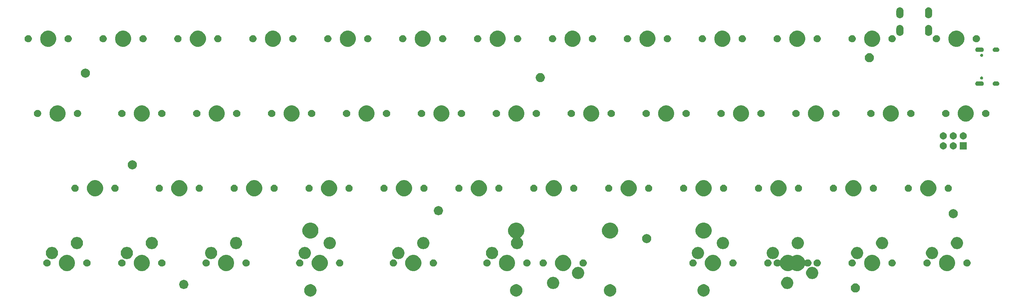
<source format=gts>
G04 #@! TF.GenerationSoftware,KiCad,Pcbnew,(5.1.4-0-10_14)*
G04 #@! TF.CreationDate,2019-10-22T01:35:18+09:00*
G04 #@! TF.ProjectId,dombrick45,646f6d62-7269-4636-9b34-352e6b696361,rev?*
G04 #@! TF.SameCoordinates,Original*
G04 #@! TF.FileFunction,Soldermask,Top*
G04 #@! TF.FilePolarity,Negative*
%FSLAX46Y46*%
G04 Gerber Fmt 4.6, Leading zero omitted, Abs format (unit mm)*
G04 Created by KiCad (PCBNEW (5.1.4-0-10_14)) date 2019-10-22 01:35:18*
%MOMM*%
%LPD*%
G04 APERTURE LIST*
%ADD10C,0.100000*%
G04 APERTURE END LIST*
D10*
G36*
X200478061Y-103895526D02*
G01*
X200596787Y-103944704D01*
X200764691Y-104014252D01*
X200850289Y-104071447D01*
X201022654Y-104186617D01*
X201242033Y-104405996D01*
X201300637Y-104493704D01*
X201414398Y-104663959D01*
X201433361Y-104709740D01*
X201533124Y-104950589D01*
X201593650Y-105254876D01*
X201593650Y-105565124D01*
X201533124Y-105869411D01*
X201509684Y-105926000D01*
X201414398Y-106156041D01*
X201414397Y-106156042D01*
X201242033Y-106414004D01*
X201022654Y-106633383D01*
X200850289Y-106748553D01*
X200764691Y-106805748D01*
X200596787Y-106875296D01*
X200478061Y-106924474D01*
X200325917Y-106954737D01*
X200173775Y-106985000D01*
X199863525Y-106985000D01*
X199711383Y-106954737D01*
X199559239Y-106924474D01*
X199440513Y-106875296D01*
X199272609Y-106805748D01*
X199187011Y-106748553D01*
X199014646Y-106633383D01*
X198795267Y-106414004D01*
X198622903Y-106156042D01*
X198622902Y-106156041D01*
X198527616Y-105926000D01*
X198504176Y-105869411D01*
X198443650Y-105565124D01*
X198443650Y-105254876D01*
X198504176Y-104950589D01*
X198603939Y-104709740D01*
X198622902Y-104663959D01*
X198736663Y-104493704D01*
X198795267Y-104405996D01*
X199014646Y-104186617D01*
X199187011Y-104071447D01*
X199272609Y-104014252D01*
X199440513Y-103944704D01*
X199559239Y-103895526D01*
X199711383Y-103865263D01*
X199863525Y-103835000D01*
X200173775Y-103835000D01*
X200478061Y-103895526D01*
X200478061Y-103895526D01*
G37*
G36*
X176703661Y-103895526D02*
G01*
X176822387Y-103944704D01*
X176990291Y-104014252D01*
X177075889Y-104071447D01*
X177248254Y-104186617D01*
X177467633Y-104405996D01*
X177526237Y-104493704D01*
X177639998Y-104663959D01*
X177658961Y-104709740D01*
X177758724Y-104950589D01*
X177819250Y-105254876D01*
X177819250Y-105565124D01*
X177758724Y-105869411D01*
X177735284Y-105926000D01*
X177639998Y-106156041D01*
X177639997Y-106156042D01*
X177467633Y-106414004D01*
X177248254Y-106633383D01*
X177075889Y-106748553D01*
X176990291Y-106805748D01*
X176822387Y-106875296D01*
X176703661Y-106924474D01*
X176551517Y-106954737D01*
X176399375Y-106985000D01*
X176089125Y-106985000D01*
X175936983Y-106954737D01*
X175784839Y-106924474D01*
X175666113Y-106875296D01*
X175498209Y-106805748D01*
X175412611Y-106748553D01*
X175240246Y-106633383D01*
X175020867Y-106414004D01*
X174848503Y-106156042D01*
X174848502Y-106156041D01*
X174753216Y-105926000D01*
X174729776Y-105869411D01*
X174669250Y-105565124D01*
X174669250Y-105254876D01*
X174729776Y-104950589D01*
X174829539Y-104709740D01*
X174848502Y-104663959D01*
X174962263Y-104493704D01*
X175020867Y-104405996D01*
X175240246Y-104186617D01*
X175412611Y-104071447D01*
X175498209Y-104014252D01*
X175666113Y-103944704D01*
X175784839Y-103895526D01*
X175936983Y-103865263D01*
X176089125Y-103835000D01*
X176399375Y-103835000D01*
X176703661Y-103895526D01*
X176703661Y-103895526D01*
G37*
G36*
X152827661Y-103895526D02*
G01*
X152946387Y-103944704D01*
X153114291Y-104014252D01*
X153199889Y-104071447D01*
X153372254Y-104186617D01*
X153591633Y-104405996D01*
X153650237Y-104493704D01*
X153763998Y-104663959D01*
X153782961Y-104709740D01*
X153882724Y-104950589D01*
X153943250Y-105254876D01*
X153943250Y-105565124D01*
X153882724Y-105869411D01*
X153859284Y-105926000D01*
X153763998Y-106156041D01*
X153763997Y-106156042D01*
X153591633Y-106414004D01*
X153372254Y-106633383D01*
X153199889Y-106748553D01*
X153114291Y-106805748D01*
X152946387Y-106875296D01*
X152827661Y-106924474D01*
X152675517Y-106954737D01*
X152523375Y-106985000D01*
X152213125Y-106985000D01*
X152060983Y-106954737D01*
X151908839Y-106924474D01*
X151790113Y-106875296D01*
X151622209Y-106805748D01*
X151536611Y-106748553D01*
X151364246Y-106633383D01*
X151144867Y-106414004D01*
X150972503Y-106156042D01*
X150972502Y-106156041D01*
X150877216Y-105926000D01*
X150853776Y-105869411D01*
X150793250Y-105565124D01*
X150793250Y-105254876D01*
X150853776Y-104950589D01*
X150953539Y-104709740D01*
X150972502Y-104663959D01*
X151086263Y-104493704D01*
X151144867Y-104405996D01*
X151364246Y-104186617D01*
X151536611Y-104071447D01*
X151622209Y-104014252D01*
X151790113Y-103944704D01*
X151908839Y-103895526D01*
X152060983Y-103865263D01*
X152213125Y-103835000D01*
X152523375Y-103835000D01*
X152827661Y-103895526D01*
X152827661Y-103895526D01*
G37*
G36*
X100478261Y-103895526D02*
G01*
X100596987Y-103944704D01*
X100764891Y-104014252D01*
X100850489Y-104071447D01*
X101022854Y-104186617D01*
X101242233Y-104405996D01*
X101300837Y-104493704D01*
X101414598Y-104663959D01*
X101433561Y-104709740D01*
X101533324Y-104950589D01*
X101593850Y-105254876D01*
X101593850Y-105565124D01*
X101533324Y-105869411D01*
X101509884Y-105926000D01*
X101414598Y-106156041D01*
X101414597Y-106156042D01*
X101242233Y-106414004D01*
X101022854Y-106633383D01*
X100850489Y-106748553D01*
X100764891Y-106805748D01*
X100596987Y-106875296D01*
X100478261Y-106924474D01*
X100326117Y-106954737D01*
X100173975Y-106985000D01*
X99863725Y-106985000D01*
X99711583Y-106954737D01*
X99559439Y-106924474D01*
X99440713Y-106875296D01*
X99272809Y-106805748D01*
X99187211Y-106748553D01*
X99014846Y-106633383D01*
X98795467Y-106414004D01*
X98623103Y-106156042D01*
X98623102Y-106156041D01*
X98527816Y-105926000D01*
X98504376Y-105869411D01*
X98443850Y-105565124D01*
X98443850Y-105254876D01*
X98504376Y-104950589D01*
X98604139Y-104709740D01*
X98623102Y-104663959D01*
X98736863Y-104493704D01*
X98795467Y-104405996D01*
X99014846Y-104186617D01*
X99187211Y-104071447D01*
X99272809Y-104014252D01*
X99440713Y-103944704D01*
X99559439Y-103895526D01*
X99711583Y-103865263D01*
X99863725Y-103835000D01*
X100173975Y-103835000D01*
X100478261Y-103895526D01*
X100478261Y-103895526D01*
G37*
G36*
X238857549Y-103646116D02*
G01*
X238968734Y-103668232D01*
X239178203Y-103754997D01*
X239366720Y-103880960D01*
X239527040Y-104041280D01*
X239647615Y-104221734D01*
X239653004Y-104229799D01*
X239657094Y-104239674D01*
X239739768Y-104439266D01*
X239761884Y-104550451D01*
X239784000Y-104661635D01*
X239784000Y-104888365D01*
X239780491Y-104906004D01*
X239739768Y-105110734D01*
X239653003Y-105320203D01*
X239527040Y-105508720D01*
X239366720Y-105669040D01*
X239178203Y-105795003D01*
X238968734Y-105881768D01*
X238857549Y-105903884D01*
X238746365Y-105926000D01*
X238519635Y-105926000D01*
X238408451Y-105903884D01*
X238297266Y-105881768D01*
X238087797Y-105795003D01*
X237899280Y-105669040D01*
X237738960Y-105508720D01*
X237612997Y-105320203D01*
X237526232Y-105110734D01*
X237485509Y-104906004D01*
X237482000Y-104888365D01*
X237482000Y-104661635D01*
X237504116Y-104550451D01*
X237526232Y-104439266D01*
X237608906Y-104239674D01*
X237612996Y-104229799D01*
X237618385Y-104221734D01*
X237738960Y-104041280D01*
X237899280Y-103880960D01*
X238087797Y-103754997D01*
X238297266Y-103668232D01*
X238408451Y-103646116D01*
X238519635Y-103624000D01*
X238746365Y-103624000D01*
X238857549Y-103646116D01*
X238857549Y-103646116D01*
G37*
G36*
X221600085Y-101983802D02*
G01*
X221749910Y-102013604D01*
X222032174Y-102130521D01*
X222286205Y-102300259D01*
X222502241Y-102516295D01*
X222671979Y-102770326D01*
X222788896Y-103052590D01*
X222848500Y-103352240D01*
X222848500Y-103657760D01*
X222788896Y-103957410D01*
X222671979Y-104239674D01*
X222502241Y-104493705D01*
X222286205Y-104709741D01*
X222032174Y-104879479D01*
X221749910Y-104996396D01*
X221600085Y-105026198D01*
X221450261Y-105056000D01*
X221144739Y-105056000D01*
X220994915Y-105026198D01*
X220845090Y-104996396D01*
X220562826Y-104879479D01*
X220308795Y-104709741D01*
X220092759Y-104493705D01*
X219923021Y-104239674D01*
X219806104Y-103957410D01*
X219746500Y-103657760D01*
X219746500Y-103352240D01*
X219806104Y-103052590D01*
X219923021Y-102770326D01*
X220092759Y-102516295D01*
X220308795Y-102300259D01*
X220562826Y-102130521D01*
X220845090Y-102013604D01*
X220994915Y-101983802D01*
X221144739Y-101954000D01*
X221450261Y-101954000D01*
X221600085Y-101983802D01*
X221600085Y-101983802D01*
G37*
G36*
X162068835Y-101983802D02*
G01*
X162218660Y-102013604D01*
X162500924Y-102130521D01*
X162754955Y-102300259D01*
X162970991Y-102516295D01*
X163140729Y-102770326D01*
X163257646Y-103052590D01*
X163317250Y-103352240D01*
X163317250Y-103657760D01*
X163257646Y-103957410D01*
X163140729Y-104239674D01*
X162970991Y-104493705D01*
X162754955Y-104709741D01*
X162500924Y-104879479D01*
X162218660Y-104996396D01*
X162068835Y-105026198D01*
X161919011Y-105056000D01*
X161613489Y-105056000D01*
X161463665Y-105026198D01*
X161313840Y-104996396D01*
X161031576Y-104879479D01*
X160777545Y-104709741D01*
X160561509Y-104493705D01*
X160391771Y-104239674D01*
X160274854Y-103957410D01*
X160215250Y-103657760D01*
X160215250Y-103352240D01*
X160274854Y-103052590D01*
X160391771Y-102770326D01*
X160561509Y-102516295D01*
X160777545Y-102300259D01*
X161031576Y-102130521D01*
X161313840Y-102013604D01*
X161463665Y-101983802D01*
X161613489Y-101954000D01*
X161919011Y-101954000D01*
X162068835Y-101983802D01*
X162068835Y-101983802D01*
G37*
G36*
X68042549Y-102757116D02*
G01*
X68153734Y-102779232D01*
X68363203Y-102865997D01*
X68551720Y-102991960D01*
X68712040Y-103152280D01*
X68838003Y-103340797D01*
X68838004Y-103340799D01*
X68842743Y-103352240D01*
X68924768Y-103550266D01*
X68946150Y-103657760D01*
X68969000Y-103772635D01*
X68969000Y-103999365D01*
X68960662Y-104041281D01*
X68924768Y-104221734D01*
X68838003Y-104431203D01*
X68712040Y-104619720D01*
X68551720Y-104780040D01*
X68363203Y-104906003D01*
X68153734Y-104992768D01*
X68042549Y-105014884D01*
X67931365Y-105037000D01*
X67704635Y-105037000D01*
X67593451Y-105014884D01*
X67482266Y-104992768D01*
X67272797Y-104906003D01*
X67084280Y-104780040D01*
X66923960Y-104619720D01*
X66797997Y-104431203D01*
X66711232Y-104221734D01*
X66675338Y-104041281D01*
X66667000Y-103999365D01*
X66667000Y-103772635D01*
X66689850Y-103657760D01*
X66711232Y-103550266D01*
X66793257Y-103352240D01*
X66797996Y-103340799D01*
X66797997Y-103340797D01*
X66923960Y-103152280D01*
X67084280Y-102991960D01*
X67272797Y-102865997D01*
X67482266Y-102779232D01*
X67593451Y-102757116D01*
X67704635Y-102735000D01*
X67931365Y-102735000D01*
X68042549Y-102757116D01*
X68042549Y-102757116D01*
G37*
G36*
X227950085Y-99443802D02*
G01*
X228099910Y-99473604D01*
X228382174Y-99590521D01*
X228636205Y-99760259D01*
X228852241Y-99976295D01*
X229021979Y-100230326D01*
X229138896Y-100512590D01*
X229198500Y-100812240D01*
X229198500Y-101117760D01*
X229138896Y-101417410D01*
X229021979Y-101699674D01*
X228852241Y-101953705D01*
X228636205Y-102169741D01*
X228382174Y-102339479D01*
X228099910Y-102456396D01*
X227950085Y-102486198D01*
X227800261Y-102516000D01*
X227494739Y-102516000D01*
X227344915Y-102486198D01*
X227195090Y-102456396D01*
X226912826Y-102339479D01*
X226658795Y-102169741D01*
X226442759Y-101953705D01*
X226273021Y-101699674D01*
X226156104Y-101417410D01*
X226096500Y-101117760D01*
X226096500Y-100812240D01*
X226156104Y-100512590D01*
X226273021Y-100230326D01*
X226442759Y-99976295D01*
X226658795Y-99760259D01*
X226912826Y-99590521D01*
X227195090Y-99473604D01*
X227344915Y-99443802D01*
X227494739Y-99414000D01*
X227800261Y-99414000D01*
X227950085Y-99443802D01*
X227950085Y-99443802D01*
G37*
G36*
X168418835Y-99443802D02*
G01*
X168568660Y-99473604D01*
X168850924Y-99590521D01*
X169104955Y-99760259D01*
X169320991Y-99976295D01*
X169490729Y-100230326D01*
X169607646Y-100512590D01*
X169667250Y-100812240D01*
X169667250Y-101117760D01*
X169607646Y-101417410D01*
X169490729Y-101699674D01*
X169320991Y-101953705D01*
X169104955Y-102169741D01*
X168850924Y-102339479D01*
X168568660Y-102456396D01*
X168418835Y-102486198D01*
X168269011Y-102516000D01*
X167963489Y-102516000D01*
X167813665Y-102486198D01*
X167663840Y-102456396D01*
X167381576Y-102339479D01*
X167127545Y-102169741D01*
X166911509Y-101953705D01*
X166741771Y-101699674D01*
X166624854Y-101417410D01*
X166565250Y-101117760D01*
X166565250Y-100812240D01*
X166624854Y-100512590D01*
X166741771Y-100230326D01*
X166911509Y-99976295D01*
X167127545Y-99760259D01*
X167381576Y-99590521D01*
X167663840Y-99473604D01*
X167813665Y-99443802D01*
X167963489Y-99414000D01*
X168269011Y-99414000D01*
X168418835Y-99443802D01*
X168418835Y-99443802D01*
G37*
G36*
X164902724Y-96458684D02*
G01*
X165120724Y-96548983D01*
X165274873Y-96612833D01*
X165609798Y-96836623D01*
X165894627Y-97121452D01*
X166118417Y-97456377D01*
X166150812Y-97534586D01*
X166272566Y-97828526D01*
X166351150Y-98223594D01*
X166351150Y-98626406D01*
X166272566Y-99021474D01*
X166221701Y-99144272D01*
X166118417Y-99393623D01*
X165894627Y-99728548D01*
X165609798Y-100013377D01*
X165274873Y-100237167D01*
X165120724Y-100301017D01*
X164902724Y-100391316D01*
X164507656Y-100469900D01*
X164104844Y-100469900D01*
X163709776Y-100391316D01*
X163491776Y-100301017D01*
X163337627Y-100237167D01*
X163002702Y-100013377D01*
X162717873Y-99728548D01*
X162494083Y-99393623D01*
X162390799Y-99144272D01*
X162339934Y-99021474D01*
X162261350Y-98626406D01*
X162261350Y-98223594D01*
X162339934Y-97828526D01*
X162461688Y-97534586D01*
X162494083Y-97456377D01*
X162717873Y-97121452D01*
X163002702Y-96836623D01*
X163337627Y-96612833D01*
X163491776Y-96548983D01*
X163709776Y-96458684D01*
X164104844Y-96380100D01*
X164507656Y-96380100D01*
X164902724Y-96458684D01*
X164902724Y-96458684D01*
G37*
G36*
X150615224Y-96458684D02*
G01*
X150833224Y-96548983D01*
X150987373Y-96612833D01*
X151322298Y-96836623D01*
X151607127Y-97121452D01*
X151830917Y-97456377D01*
X151863312Y-97534586D01*
X151985066Y-97828526D01*
X152063650Y-98223594D01*
X152063650Y-98626406D01*
X151985066Y-99021474D01*
X151934201Y-99144272D01*
X151830917Y-99393623D01*
X151607127Y-99728548D01*
X151322298Y-100013377D01*
X150987373Y-100237167D01*
X150833224Y-100301017D01*
X150615224Y-100391316D01*
X150220156Y-100469900D01*
X149817344Y-100469900D01*
X149422276Y-100391316D01*
X149204276Y-100301017D01*
X149050127Y-100237167D01*
X148715202Y-100013377D01*
X148430373Y-99728548D01*
X148206583Y-99393623D01*
X148103299Y-99144272D01*
X148052434Y-99021474D01*
X147973850Y-98626406D01*
X147973850Y-98223594D01*
X148052434Y-97828526D01*
X148174188Y-97534586D01*
X148206583Y-97456377D01*
X148430373Y-97121452D01*
X148715202Y-96836623D01*
X149050127Y-96612833D01*
X149204276Y-96548983D01*
X149422276Y-96458684D01*
X149817344Y-96380100D01*
X150220156Y-96380100D01*
X150615224Y-96458684D01*
X150615224Y-96458684D01*
G37*
G36*
X126802724Y-96458684D02*
G01*
X127020724Y-96548983D01*
X127174873Y-96612833D01*
X127509798Y-96836623D01*
X127794627Y-97121452D01*
X128018417Y-97456377D01*
X128050812Y-97534586D01*
X128172566Y-97828526D01*
X128251150Y-98223594D01*
X128251150Y-98626406D01*
X128172566Y-99021474D01*
X128121701Y-99144272D01*
X128018417Y-99393623D01*
X127794627Y-99728548D01*
X127509798Y-100013377D01*
X127174873Y-100237167D01*
X127020724Y-100301017D01*
X126802724Y-100391316D01*
X126407656Y-100469900D01*
X126004844Y-100469900D01*
X125609776Y-100391316D01*
X125391776Y-100301017D01*
X125237627Y-100237167D01*
X124902702Y-100013377D01*
X124617873Y-99728548D01*
X124394083Y-99393623D01*
X124290799Y-99144272D01*
X124239934Y-99021474D01*
X124161350Y-98626406D01*
X124161350Y-98223594D01*
X124239934Y-97828526D01*
X124361688Y-97534586D01*
X124394083Y-97456377D01*
X124617873Y-97121452D01*
X124902702Y-96836623D01*
X125237627Y-96612833D01*
X125391776Y-96548983D01*
X125609776Y-96458684D01*
X126004844Y-96380100D01*
X126407656Y-96380100D01*
X126802724Y-96458684D01*
X126802724Y-96458684D01*
G37*
G36*
X102990224Y-96458684D02*
G01*
X103208224Y-96548983D01*
X103362373Y-96612833D01*
X103697298Y-96836623D01*
X103982127Y-97121452D01*
X104205917Y-97456377D01*
X104238312Y-97534586D01*
X104360066Y-97828526D01*
X104438650Y-98223594D01*
X104438650Y-98626406D01*
X104360066Y-99021474D01*
X104309201Y-99144272D01*
X104205917Y-99393623D01*
X103982127Y-99728548D01*
X103697298Y-100013377D01*
X103362373Y-100237167D01*
X103208224Y-100301017D01*
X102990224Y-100391316D01*
X102595156Y-100469900D01*
X102192344Y-100469900D01*
X101797276Y-100391316D01*
X101579276Y-100301017D01*
X101425127Y-100237167D01*
X101090202Y-100013377D01*
X100805373Y-99728548D01*
X100581583Y-99393623D01*
X100478299Y-99144272D01*
X100427434Y-99021474D01*
X100348850Y-98626406D01*
X100348850Y-98223594D01*
X100427434Y-97828526D01*
X100549188Y-97534586D01*
X100581583Y-97456377D01*
X100805373Y-97121452D01*
X101090202Y-96836623D01*
X101425127Y-96612833D01*
X101579276Y-96548983D01*
X101797276Y-96458684D01*
X102192344Y-96380100D01*
X102595156Y-96380100D01*
X102990224Y-96458684D01*
X102990224Y-96458684D01*
G37*
G36*
X79177724Y-96458684D02*
G01*
X79395724Y-96548983D01*
X79549873Y-96612833D01*
X79884798Y-96836623D01*
X80169627Y-97121452D01*
X80393417Y-97456377D01*
X80425812Y-97534586D01*
X80547566Y-97828526D01*
X80626150Y-98223594D01*
X80626150Y-98626406D01*
X80547566Y-99021474D01*
X80496701Y-99144272D01*
X80393417Y-99393623D01*
X80169627Y-99728548D01*
X79884798Y-100013377D01*
X79549873Y-100237167D01*
X79395724Y-100301017D01*
X79177724Y-100391316D01*
X78782656Y-100469900D01*
X78379844Y-100469900D01*
X77984776Y-100391316D01*
X77766776Y-100301017D01*
X77612627Y-100237167D01*
X77277702Y-100013377D01*
X76992873Y-99728548D01*
X76769083Y-99393623D01*
X76665799Y-99144272D01*
X76614934Y-99021474D01*
X76536350Y-98626406D01*
X76536350Y-98223594D01*
X76614934Y-97828526D01*
X76736688Y-97534586D01*
X76769083Y-97456377D01*
X76992873Y-97121452D01*
X77277702Y-96836623D01*
X77612627Y-96612833D01*
X77766776Y-96548983D01*
X77984776Y-96458684D01*
X78379844Y-96380100D01*
X78782656Y-96380100D01*
X79177724Y-96458684D01*
X79177724Y-96458684D01*
G37*
G36*
X57746474Y-96458684D02*
G01*
X57964474Y-96548983D01*
X58118623Y-96612833D01*
X58453548Y-96836623D01*
X58738377Y-97121452D01*
X58962167Y-97456377D01*
X58994562Y-97534586D01*
X59116316Y-97828526D01*
X59194900Y-98223594D01*
X59194900Y-98626406D01*
X59116316Y-99021474D01*
X59065451Y-99144272D01*
X58962167Y-99393623D01*
X58738377Y-99728548D01*
X58453548Y-100013377D01*
X58118623Y-100237167D01*
X57964474Y-100301017D01*
X57746474Y-100391316D01*
X57351406Y-100469900D01*
X56948594Y-100469900D01*
X56553526Y-100391316D01*
X56335526Y-100301017D01*
X56181377Y-100237167D01*
X55846452Y-100013377D01*
X55561623Y-99728548D01*
X55337833Y-99393623D01*
X55234549Y-99144272D01*
X55183684Y-99021474D01*
X55105100Y-98626406D01*
X55105100Y-98223594D01*
X55183684Y-97828526D01*
X55305438Y-97534586D01*
X55337833Y-97456377D01*
X55561623Y-97121452D01*
X55846452Y-96836623D01*
X56181377Y-96612833D01*
X56335526Y-96548983D01*
X56553526Y-96458684D01*
X56948594Y-96380100D01*
X57351406Y-96380100D01*
X57746474Y-96458684D01*
X57746474Y-96458684D01*
G37*
G36*
X38696474Y-96458684D02*
G01*
X38914474Y-96548983D01*
X39068623Y-96612833D01*
X39403548Y-96836623D01*
X39688377Y-97121452D01*
X39912167Y-97456377D01*
X39944562Y-97534586D01*
X40066316Y-97828526D01*
X40144900Y-98223594D01*
X40144900Y-98626406D01*
X40066316Y-99021474D01*
X40015451Y-99144272D01*
X39912167Y-99393623D01*
X39688377Y-99728548D01*
X39403548Y-100013377D01*
X39068623Y-100237167D01*
X38914474Y-100301017D01*
X38696474Y-100391316D01*
X38301406Y-100469900D01*
X37898594Y-100469900D01*
X37503526Y-100391316D01*
X37285526Y-100301017D01*
X37131377Y-100237167D01*
X36796452Y-100013377D01*
X36511623Y-99728548D01*
X36287833Y-99393623D01*
X36184549Y-99144272D01*
X36133684Y-99021474D01*
X36055100Y-98626406D01*
X36055100Y-98223594D01*
X36133684Y-97828526D01*
X36255438Y-97534586D01*
X36287833Y-97456377D01*
X36511623Y-97121452D01*
X36796452Y-96836623D01*
X37131377Y-96612833D01*
X37285526Y-96548983D01*
X37503526Y-96458684D01*
X37898594Y-96380100D01*
X38301406Y-96380100D01*
X38696474Y-96458684D01*
X38696474Y-96458684D01*
G37*
G36*
X222052724Y-96458684D02*
G01*
X222270724Y-96548983D01*
X222424873Y-96612833D01*
X222577429Y-96714768D01*
X222599040Y-96726319D01*
X222622489Y-96733432D01*
X222646875Y-96735834D01*
X222671261Y-96733432D01*
X222694710Y-96726319D01*
X222716321Y-96714768D01*
X222868877Y-96612833D01*
X223023026Y-96548983D01*
X223241026Y-96458684D01*
X223636094Y-96380100D01*
X224038906Y-96380100D01*
X224433974Y-96458684D01*
X224651974Y-96548983D01*
X224806123Y-96612833D01*
X225141048Y-96836623D01*
X225425877Y-97121452D01*
X225649667Y-97456377D01*
X225682062Y-97534586D01*
X225737892Y-97669372D01*
X225749443Y-97690983D01*
X225764988Y-97709925D01*
X225783930Y-97725470D01*
X225805541Y-97737021D01*
X225828990Y-97744134D01*
X225853376Y-97746536D01*
X225877762Y-97744134D01*
X225901211Y-97737021D01*
X225922822Y-97725470D01*
X225941753Y-97709934D01*
X225945959Y-97705728D01*
X226097624Y-97604389D01*
X226266146Y-97534585D01*
X226445047Y-97499000D01*
X226627453Y-97499000D01*
X226806354Y-97534585D01*
X226974876Y-97604389D01*
X227126541Y-97705728D01*
X227255522Y-97834709D01*
X227356861Y-97986374D01*
X227426665Y-98154896D01*
X227462250Y-98333797D01*
X227462250Y-98516203D01*
X227426665Y-98695104D01*
X227356861Y-98863626D01*
X227255522Y-99015291D01*
X227126541Y-99144272D01*
X226974876Y-99245611D01*
X226806354Y-99315415D01*
X226627453Y-99351000D01*
X226445047Y-99351000D01*
X226266146Y-99315415D01*
X226097624Y-99245611D01*
X225945959Y-99144272D01*
X225941753Y-99140066D01*
X225922822Y-99124530D01*
X225901211Y-99112979D01*
X225877762Y-99105866D01*
X225853376Y-99103464D01*
X225828990Y-99105866D01*
X225805541Y-99112979D01*
X225783930Y-99124530D01*
X225764988Y-99140075D01*
X225749443Y-99159017D01*
X225737892Y-99180628D01*
X225649667Y-99393623D01*
X225425877Y-99728548D01*
X225141048Y-100013377D01*
X224806123Y-100237167D01*
X224651974Y-100301017D01*
X224433974Y-100391316D01*
X224038906Y-100469900D01*
X223636094Y-100469900D01*
X223241026Y-100391316D01*
X223023026Y-100301017D01*
X222868877Y-100237167D01*
X222716319Y-100135231D01*
X222694710Y-100123681D01*
X222671261Y-100116568D01*
X222646875Y-100114166D01*
X222622489Y-100116568D01*
X222599040Y-100123681D01*
X222577431Y-100135231D01*
X222424873Y-100237167D01*
X222270724Y-100301017D01*
X222052724Y-100391316D01*
X221657656Y-100469900D01*
X221254844Y-100469900D01*
X220859776Y-100391316D01*
X220641776Y-100301017D01*
X220487627Y-100237167D01*
X220152702Y-100013377D01*
X219867873Y-99728548D01*
X219644083Y-99393623D01*
X219555858Y-99180628D01*
X219544307Y-99159017D01*
X219528762Y-99140075D01*
X219509820Y-99124530D01*
X219488209Y-99112979D01*
X219464760Y-99105866D01*
X219440374Y-99103464D01*
X219415988Y-99105866D01*
X219392539Y-99112979D01*
X219370928Y-99124530D01*
X219351997Y-99140066D01*
X219347791Y-99144272D01*
X219196126Y-99245611D01*
X219027604Y-99315415D01*
X218848703Y-99351000D01*
X218666297Y-99351000D01*
X218487396Y-99315415D01*
X218318874Y-99245611D01*
X218167209Y-99144272D01*
X218038228Y-99015291D01*
X217936889Y-98863626D01*
X217867085Y-98695104D01*
X217831500Y-98516203D01*
X217831500Y-98333797D01*
X217867085Y-98154896D01*
X217936889Y-97986374D01*
X218038228Y-97834709D01*
X218167209Y-97705728D01*
X218318874Y-97604389D01*
X218487396Y-97534585D01*
X218666297Y-97499000D01*
X218848703Y-97499000D01*
X219027604Y-97534585D01*
X219196126Y-97604389D01*
X219347791Y-97705728D01*
X219351997Y-97709934D01*
X219370928Y-97725470D01*
X219392539Y-97737021D01*
X219415988Y-97744134D01*
X219440374Y-97746536D01*
X219464760Y-97744134D01*
X219488209Y-97737021D01*
X219509820Y-97725470D01*
X219528762Y-97709925D01*
X219544307Y-97690983D01*
X219555858Y-97669372D01*
X219611688Y-97534586D01*
X219644083Y-97456377D01*
X219867873Y-97121452D01*
X220152702Y-96836623D01*
X220487627Y-96612833D01*
X220641776Y-96548983D01*
X220859776Y-96458684D01*
X221254844Y-96380100D01*
X221657656Y-96380100D01*
X222052724Y-96458684D01*
X222052724Y-96458684D01*
G37*
G36*
X243483974Y-96458684D02*
G01*
X243701974Y-96548983D01*
X243856123Y-96612833D01*
X244191048Y-96836623D01*
X244475877Y-97121452D01*
X244699667Y-97456377D01*
X244732062Y-97534586D01*
X244853816Y-97828526D01*
X244932400Y-98223594D01*
X244932400Y-98626406D01*
X244853816Y-99021474D01*
X244802951Y-99144272D01*
X244699667Y-99393623D01*
X244475877Y-99728548D01*
X244191048Y-100013377D01*
X243856123Y-100237167D01*
X243701974Y-100301017D01*
X243483974Y-100391316D01*
X243088906Y-100469900D01*
X242686094Y-100469900D01*
X242291026Y-100391316D01*
X242073026Y-100301017D01*
X241918877Y-100237167D01*
X241583952Y-100013377D01*
X241299123Y-99728548D01*
X241075333Y-99393623D01*
X240972049Y-99144272D01*
X240921184Y-99021474D01*
X240842600Y-98626406D01*
X240842600Y-98223594D01*
X240921184Y-97828526D01*
X241042938Y-97534586D01*
X241075333Y-97456377D01*
X241299123Y-97121452D01*
X241583952Y-96836623D01*
X241918877Y-96612833D01*
X242073026Y-96548983D01*
X242291026Y-96458684D01*
X242686094Y-96380100D01*
X243088906Y-96380100D01*
X243483974Y-96458684D01*
X243483974Y-96458684D01*
G37*
G36*
X203002724Y-96458684D02*
G01*
X203220724Y-96548983D01*
X203374873Y-96612833D01*
X203709798Y-96836623D01*
X203994627Y-97121452D01*
X204218417Y-97456377D01*
X204250812Y-97534586D01*
X204372566Y-97828526D01*
X204451150Y-98223594D01*
X204451150Y-98626406D01*
X204372566Y-99021474D01*
X204321701Y-99144272D01*
X204218417Y-99393623D01*
X203994627Y-99728548D01*
X203709798Y-100013377D01*
X203374873Y-100237167D01*
X203220724Y-100301017D01*
X203002724Y-100391316D01*
X202607656Y-100469900D01*
X202204844Y-100469900D01*
X201809776Y-100391316D01*
X201591776Y-100301017D01*
X201437627Y-100237167D01*
X201102702Y-100013377D01*
X200817873Y-99728548D01*
X200594083Y-99393623D01*
X200490799Y-99144272D01*
X200439934Y-99021474D01*
X200361350Y-98626406D01*
X200361350Y-98223594D01*
X200439934Y-97828526D01*
X200561688Y-97534586D01*
X200594083Y-97456377D01*
X200817873Y-97121452D01*
X201102702Y-96836623D01*
X201437627Y-96612833D01*
X201591776Y-96548983D01*
X201809776Y-96458684D01*
X202204844Y-96380100D01*
X202607656Y-96380100D01*
X203002724Y-96458684D01*
X203002724Y-96458684D01*
G37*
G36*
X262533974Y-96458684D02*
G01*
X262751974Y-96548983D01*
X262906123Y-96612833D01*
X263241048Y-96836623D01*
X263525877Y-97121452D01*
X263749667Y-97456377D01*
X263782062Y-97534586D01*
X263903816Y-97828526D01*
X263982400Y-98223594D01*
X263982400Y-98626406D01*
X263903816Y-99021474D01*
X263852951Y-99144272D01*
X263749667Y-99393623D01*
X263525877Y-99728548D01*
X263241048Y-100013377D01*
X262906123Y-100237167D01*
X262751974Y-100301017D01*
X262533974Y-100391316D01*
X262138906Y-100469900D01*
X261736094Y-100469900D01*
X261341026Y-100391316D01*
X261123026Y-100301017D01*
X260968877Y-100237167D01*
X260633952Y-100013377D01*
X260349123Y-99728548D01*
X260125333Y-99393623D01*
X260022049Y-99144272D01*
X259971184Y-99021474D01*
X259892600Y-98626406D01*
X259892600Y-98223594D01*
X259971184Y-97828526D01*
X260092938Y-97534586D01*
X260125333Y-97456377D01*
X260349123Y-97121452D01*
X260633952Y-96836623D01*
X260968877Y-96612833D01*
X261123026Y-96548983D01*
X261341026Y-96458684D01*
X261736094Y-96380100D01*
X262138906Y-96380100D01*
X262533974Y-96458684D01*
X262533974Y-96458684D01*
G37*
G36*
X73771354Y-97534585D02*
G01*
X73939876Y-97604389D01*
X74091541Y-97705728D01*
X74220522Y-97834709D01*
X74321861Y-97986374D01*
X74391665Y-98154896D01*
X74427250Y-98333797D01*
X74427250Y-98516203D01*
X74391665Y-98695104D01*
X74321861Y-98863626D01*
X74220522Y-99015291D01*
X74091541Y-99144272D01*
X73939876Y-99245611D01*
X73771354Y-99315415D01*
X73592453Y-99351000D01*
X73410047Y-99351000D01*
X73231146Y-99315415D01*
X73062624Y-99245611D01*
X72910959Y-99144272D01*
X72781978Y-99015291D01*
X72680639Y-98863626D01*
X72610835Y-98695104D01*
X72575250Y-98516203D01*
X72575250Y-98333797D01*
X72610835Y-98154896D01*
X72680639Y-97986374D01*
X72781978Y-97834709D01*
X72910959Y-97705728D01*
X73062624Y-97604389D01*
X73231146Y-97534585D01*
X73410047Y-97499000D01*
X73592453Y-97499000D01*
X73771354Y-97534585D01*
X73771354Y-97534585D01*
G37*
G36*
X62500104Y-97534585D02*
G01*
X62668626Y-97604389D01*
X62820291Y-97705728D01*
X62949272Y-97834709D01*
X63050611Y-97986374D01*
X63120415Y-98154896D01*
X63156000Y-98333797D01*
X63156000Y-98516203D01*
X63120415Y-98695104D01*
X63050611Y-98863626D01*
X62949272Y-99015291D01*
X62820291Y-99144272D01*
X62668626Y-99245611D01*
X62500104Y-99315415D01*
X62321203Y-99351000D01*
X62138797Y-99351000D01*
X61959896Y-99315415D01*
X61791374Y-99245611D01*
X61639709Y-99144272D01*
X61510728Y-99015291D01*
X61409389Y-98863626D01*
X61339585Y-98695104D01*
X61304000Y-98516203D01*
X61304000Y-98333797D01*
X61339585Y-98154896D01*
X61409389Y-97986374D01*
X61510728Y-97834709D01*
X61639709Y-97705728D01*
X61791374Y-97604389D01*
X61959896Y-97534585D01*
X62138797Y-97499000D01*
X62321203Y-97499000D01*
X62500104Y-97534585D01*
X62500104Y-97534585D01*
G37*
G36*
X52340104Y-97534585D02*
G01*
X52508626Y-97604389D01*
X52660291Y-97705728D01*
X52789272Y-97834709D01*
X52890611Y-97986374D01*
X52960415Y-98154896D01*
X52996000Y-98333797D01*
X52996000Y-98516203D01*
X52960415Y-98695104D01*
X52890611Y-98863626D01*
X52789272Y-99015291D01*
X52660291Y-99144272D01*
X52508626Y-99245611D01*
X52340104Y-99315415D01*
X52161203Y-99351000D01*
X51978797Y-99351000D01*
X51799896Y-99315415D01*
X51631374Y-99245611D01*
X51479709Y-99144272D01*
X51350728Y-99015291D01*
X51249389Y-98863626D01*
X51179585Y-98695104D01*
X51144000Y-98516203D01*
X51144000Y-98333797D01*
X51179585Y-98154896D01*
X51249389Y-97986374D01*
X51350728Y-97834709D01*
X51479709Y-97705728D01*
X51631374Y-97604389D01*
X51799896Y-97534585D01*
X51978797Y-97499000D01*
X52161203Y-97499000D01*
X52340104Y-97534585D01*
X52340104Y-97534585D01*
G37*
G36*
X43450104Y-97534585D02*
G01*
X43618626Y-97604389D01*
X43770291Y-97705728D01*
X43899272Y-97834709D01*
X44000611Y-97986374D01*
X44070415Y-98154896D01*
X44106000Y-98333797D01*
X44106000Y-98516203D01*
X44070415Y-98695104D01*
X44000611Y-98863626D01*
X43899272Y-99015291D01*
X43770291Y-99144272D01*
X43618626Y-99245611D01*
X43450104Y-99315415D01*
X43271203Y-99351000D01*
X43088797Y-99351000D01*
X42909896Y-99315415D01*
X42741374Y-99245611D01*
X42589709Y-99144272D01*
X42460728Y-99015291D01*
X42359389Y-98863626D01*
X42289585Y-98695104D01*
X42254000Y-98516203D01*
X42254000Y-98333797D01*
X42289585Y-98154896D01*
X42359389Y-97986374D01*
X42460728Y-97834709D01*
X42589709Y-97705728D01*
X42741374Y-97604389D01*
X42909896Y-97534585D01*
X43088797Y-97499000D01*
X43271203Y-97499000D01*
X43450104Y-97534585D01*
X43450104Y-97534585D01*
G37*
G36*
X33290104Y-97534585D02*
G01*
X33458626Y-97604389D01*
X33610291Y-97705728D01*
X33739272Y-97834709D01*
X33840611Y-97986374D01*
X33910415Y-98154896D01*
X33946000Y-98333797D01*
X33946000Y-98516203D01*
X33910415Y-98695104D01*
X33840611Y-98863626D01*
X33739272Y-99015291D01*
X33610291Y-99144272D01*
X33458626Y-99245611D01*
X33290104Y-99315415D01*
X33111203Y-99351000D01*
X32928797Y-99351000D01*
X32749896Y-99315415D01*
X32581374Y-99245611D01*
X32429709Y-99144272D01*
X32300728Y-99015291D01*
X32199389Y-98863626D01*
X32129585Y-98695104D01*
X32094000Y-98516203D01*
X32094000Y-98333797D01*
X32129585Y-98154896D01*
X32199389Y-97986374D01*
X32300728Y-97834709D01*
X32429709Y-97705728D01*
X32581374Y-97604389D01*
X32749896Y-97534585D01*
X32928797Y-97499000D01*
X33111203Y-97499000D01*
X33290104Y-97534585D01*
X33290104Y-97534585D01*
G37*
G36*
X267287604Y-97534585D02*
G01*
X267456126Y-97604389D01*
X267607791Y-97705728D01*
X267736772Y-97834709D01*
X267838111Y-97986374D01*
X267907915Y-98154896D01*
X267943500Y-98333797D01*
X267943500Y-98516203D01*
X267907915Y-98695104D01*
X267838111Y-98863626D01*
X267736772Y-99015291D01*
X267607791Y-99144272D01*
X267456126Y-99245611D01*
X267287604Y-99315415D01*
X267108703Y-99351000D01*
X266926297Y-99351000D01*
X266747396Y-99315415D01*
X266578874Y-99245611D01*
X266427209Y-99144272D01*
X266298228Y-99015291D01*
X266196889Y-98863626D01*
X266127085Y-98695104D01*
X266091500Y-98516203D01*
X266091500Y-98333797D01*
X266127085Y-98154896D01*
X266196889Y-97986374D01*
X266298228Y-97834709D01*
X266427209Y-97705728D01*
X266578874Y-97604389D01*
X266747396Y-97534585D01*
X266926297Y-97499000D01*
X267108703Y-97499000D01*
X267287604Y-97534585D01*
X267287604Y-97534585D01*
G37*
G36*
X257127604Y-97534585D02*
G01*
X257296126Y-97604389D01*
X257447791Y-97705728D01*
X257576772Y-97834709D01*
X257678111Y-97986374D01*
X257747915Y-98154896D01*
X257783500Y-98333797D01*
X257783500Y-98516203D01*
X257747915Y-98695104D01*
X257678111Y-98863626D01*
X257576772Y-99015291D01*
X257447791Y-99144272D01*
X257296126Y-99245611D01*
X257127604Y-99315415D01*
X256948703Y-99351000D01*
X256766297Y-99351000D01*
X256587396Y-99315415D01*
X256418874Y-99245611D01*
X256267209Y-99144272D01*
X256138228Y-99015291D01*
X256036889Y-98863626D01*
X255967085Y-98695104D01*
X255931500Y-98516203D01*
X255931500Y-98333797D01*
X255967085Y-98154896D01*
X256036889Y-97986374D01*
X256138228Y-97834709D01*
X256267209Y-97705728D01*
X256418874Y-97604389D01*
X256587396Y-97534585D01*
X256766297Y-97499000D01*
X256948703Y-97499000D01*
X257127604Y-97534585D01*
X257127604Y-97534585D01*
G37*
G36*
X155368854Y-97534585D02*
G01*
X155537376Y-97604389D01*
X155689041Y-97705728D01*
X155818022Y-97834709D01*
X155919361Y-97986374D01*
X155989165Y-98154896D01*
X156024750Y-98333797D01*
X156024750Y-98516203D01*
X155989165Y-98695104D01*
X155919361Y-98863626D01*
X155818022Y-99015291D01*
X155689041Y-99144272D01*
X155537376Y-99245611D01*
X155368854Y-99315415D01*
X155189953Y-99351000D01*
X155007547Y-99351000D01*
X154828646Y-99315415D01*
X154660124Y-99245611D01*
X154508459Y-99144272D01*
X154379478Y-99015291D01*
X154278139Y-98863626D01*
X154208335Y-98695104D01*
X154172750Y-98516203D01*
X154172750Y-98333797D01*
X154208335Y-98154896D01*
X154278139Y-97986374D01*
X154379478Y-97834709D01*
X154508459Y-97705728D01*
X154660124Y-97604389D01*
X154828646Y-97534585D01*
X155007547Y-97499000D01*
X155189953Y-97499000D01*
X155368854Y-97534585D01*
X155368854Y-97534585D01*
G37*
G36*
X145208854Y-97534585D02*
G01*
X145377376Y-97604389D01*
X145529041Y-97705728D01*
X145658022Y-97834709D01*
X145759361Y-97986374D01*
X145829165Y-98154896D01*
X145864750Y-98333797D01*
X145864750Y-98516203D01*
X145829165Y-98695104D01*
X145759361Y-98863626D01*
X145658022Y-99015291D01*
X145529041Y-99144272D01*
X145377376Y-99245611D01*
X145208854Y-99315415D01*
X145029953Y-99351000D01*
X144847547Y-99351000D01*
X144668646Y-99315415D01*
X144500124Y-99245611D01*
X144348459Y-99144272D01*
X144219478Y-99015291D01*
X144118139Y-98863626D01*
X144048335Y-98695104D01*
X144012750Y-98516203D01*
X144012750Y-98333797D01*
X144048335Y-98154896D01*
X144118139Y-97986374D01*
X144219478Y-97834709D01*
X144348459Y-97705728D01*
X144500124Y-97604389D01*
X144668646Y-97534585D01*
X144847547Y-97499000D01*
X145029953Y-97499000D01*
X145208854Y-97534585D01*
X145208854Y-97534585D01*
G37*
G36*
X248237604Y-97534585D02*
G01*
X248406126Y-97604389D01*
X248557791Y-97705728D01*
X248686772Y-97834709D01*
X248788111Y-97986374D01*
X248857915Y-98154896D01*
X248893500Y-98333797D01*
X248893500Y-98516203D01*
X248857915Y-98695104D01*
X248788111Y-98863626D01*
X248686772Y-99015291D01*
X248557791Y-99144272D01*
X248406126Y-99245611D01*
X248237604Y-99315415D01*
X248058703Y-99351000D01*
X247876297Y-99351000D01*
X247697396Y-99315415D01*
X247528874Y-99245611D01*
X247377209Y-99144272D01*
X247248228Y-99015291D01*
X247146889Y-98863626D01*
X247077085Y-98695104D01*
X247041500Y-98516203D01*
X247041500Y-98333797D01*
X247077085Y-98154896D01*
X247146889Y-97986374D01*
X247248228Y-97834709D01*
X247377209Y-97705728D01*
X247528874Y-97604389D01*
X247697396Y-97534585D01*
X247876297Y-97499000D01*
X248058703Y-97499000D01*
X248237604Y-97534585D01*
X248237604Y-97534585D01*
G37*
G36*
X238077604Y-97534585D02*
G01*
X238246126Y-97604389D01*
X238397791Y-97705728D01*
X238526772Y-97834709D01*
X238628111Y-97986374D01*
X238697915Y-98154896D01*
X238733500Y-98333797D01*
X238733500Y-98516203D01*
X238697915Y-98695104D01*
X238628111Y-98863626D01*
X238526772Y-99015291D01*
X238397791Y-99144272D01*
X238246126Y-99245611D01*
X238077604Y-99315415D01*
X237898703Y-99351000D01*
X237716297Y-99351000D01*
X237537396Y-99315415D01*
X237368874Y-99245611D01*
X237217209Y-99144272D01*
X237088228Y-99015291D01*
X236986889Y-98863626D01*
X236917085Y-98695104D01*
X236881500Y-98516203D01*
X236881500Y-98333797D01*
X236917085Y-98154896D01*
X236986889Y-97986374D01*
X237088228Y-97834709D01*
X237217209Y-97705728D01*
X237368874Y-97604389D01*
X237537396Y-97534585D01*
X237716297Y-97499000D01*
X237898703Y-97499000D01*
X238077604Y-97534585D01*
X238077604Y-97534585D01*
G37*
G36*
X121396354Y-97534585D02*
G01*
X121564876Y-97604389D01*
X121716541Y-97705728D01*
X121845522Y-97834709D01*
X121946861Y-97986374D01*
X122016665Y-98154896D01*
X122052250Y-98333797D01*
X122052250Y-98516203D01*
X122016665Y-98695104D01*
X121946861Y-98863626D01*
X121845522Y-99015291D01*
X121716541Y-99144272D01*
X121564876Y-99245611D01*
X121396354Y-99315415D01*
X121217453Y-99351000D01*
X121035047Y-99351000D01*
X120856146Y-99315415D01*
X120687624Y-99245611D01*
X120535959Y-99144272D01*
X120406978Y-99015291D01*
X120305639Y-98863626D01*
X120235835Y-98695104D01*
X120200250Y-98516203D01*
X120200250Y-98333797D01*
X120235835Y-98154896D01*
X120305639Y-97986374D01*
X120406978Y-97834709D01*
X120535959Y-97705728D01*
X120687624Y-97604389D01*
X120856146Y-97534585D01*
X121035047Y-97499000D01*
X121217453Y-97499000D01*
X121396354Y-97534585D01*
X121396354Y-97534585D01*
G37*
G36*
X229187604Y-97534585D02*
G01*
X229356126Y-97604389D01*
X229507791Y-97705728D01*
X229636772Y-97834709D01*
X229738111Y-97986374D01*
X229807915Y-98154896D01*
X229843500Y-98333797D01*
X229843500Y-98516203D01*
X229807915Y-98695104D01*
X229738111Y-98863626D01*
X229636772Y-99015291D01*
X229507791Y-99144272D01*
X229356126Y-99245611D01*
X229187604Y-99315415D01*
X229008703Y-99351000D01*
X228826297Y-99351000D01*
X228647396Y-99315415D01*
X228478874Y-99245611D01*
X228327209Y-99144272D01*
X228198228Y-99015291D01*
X228096889Y-98863626D01*
X228027085Y-98695104D01*
X227991500Y-98516203D01*
X227991500Y-98333797D01*
X228027085Y-98154896D01*
X228096889Y-97986374D01*
X228198228Y-97834709D01*
X228327209Y-97705728D01*
X228478874Y-97604389D01*
X228647396Y-97534585D01*
X228826297Y-97499000D01*
X229008703Y-97499000D01*
X229187604Y-97534585D01*
X229187604Y-97534585D01*
G37*
G36*
X159496354Y-97534585D02*
G01*
X159664876Y-97604389D01*
X159816541Y-97705728D01*
X159945522Y-97834709D01*
X160046861Y-97986374D01*
X160116665Y-98154896D01*
X160152250Y-98333797D01*
X160152250Y-98516203D01*
X160116665Y-98695104D01*
X160046861Y-98863626D01*
X159945522Y-99015291D01*
X159816541Y-99144272D01*
X159664876Y-99245611D01*
X159496354Y-99315415D01*
X159317453Y-99351000D01*
X159135047Y-99351000D01*
X158956146Y-99315415D01*
X158787624Y-99245611D01*
X158635959Y-99144272D01*
X158506978Y-99015291D01*
X158405639Y-98863626D01*
X158335835Y-98695104D01*
X158300250Y-98516203D01*
X158300250Y-98333797D01*
X158335835Y-98154896D01*
X158405639Y-97986374D01*
X158506978Y-97834709D01*
X158635959Y-97705728D01*
X158787624Y-97604389D01*
X158956146Y-97534585D01*
X159135047Y-97499000D01*
X159317453Y-97499000D01*
X159496354Y-97534585D01*
X159496354Y-97534585D01*
G37*
G36*
X169656354Y-97534585D02*
G01*
X169824876Y-97604389D01*
X169976541Y-97705728D01*
X170105522Y-97834709D01*
X170206861Y-97986374D01*
X170276665Y-98154896D01*
X170312250Y-98333797D01*
X170312250Y-98516203D01*
X170276665Y-98695104D01*
X170206861Y-98863626D01*
X170105522Y-99015291D01*
X169976541Y-99144272D01*
X169824876Y-99245611D01*
X169656354Y-99315415D01*
X169477453Y-99351000D01*
X169295047Y-99351000D01*
X169116146Y-99315415D01*
X168947624Y-99245611D01*
X168795959Y-99144272D01*
X168666978Y-99015291D01*
X168565639Y-98863626D01*
X168495835Y-98695104D01*
X168460250Y-98516203D01*
X168460250Y-98333797D01*
X168495835Y-98154896D01*
X168565639Y-97986374D01*
X168666978Y-97834709D01*
X168795959Y-97705728D01*
X168947624Y-97604389D01*
X169116146Y-97534585D01*
X169295047Y-97499000D01*
X169477453Y-97499000D01*
X169656354Y-97534585D01*
X169656354Y-97534585D01*
G37*
G36*
X216646354Y-97534585D02*
G01*
X216814876Y-97604389D01*
X216966541Y-97705728D01*
X217095522Y-97834709D01*
X217196861Y-97986374D01*
X217266665Y-98154896D01*
X217302250Y-98333797D01*
X217302250Y-98516203D01*
X217266665Y-98695104D01*
X217196861Y-98863626D01*
X217095522Y-99015291D01*
X216966541Y-99144272D01*
X216814876Y-99245611D01*
X216646354Y-99315415D01*
X216467453Y-99351000D01*
X216285047Y-99351000D01*
X216106146Y-99315415D01*
X215937624Y-99245611D01*
X215785959Y-99144272D01*
X215656978Y-99015291D01*
X215555639Y-98863626D01*
X215485835Y-98695104D01*
X215450250Y-98516203D01*
X215450250Y-98333797D01*
X215485835Y-98154896D01*
X215555639Y-97986374D01*
X215656978Y-97834709D01*
X215785959Y-97705728D01*
X215937624Y-97604389D01*
X216106146Y-97534585D01*
X216285047Y-97499000D01*
X216467453Y-97499000D01*
X216646354Y-97534585D01*
X216646354Y-97534585D01*
G37*
G36*
X207756354Y-97534585D02*
G01*
X207924876Y-97604389D01*
X208076541Y-97705728D01*
X208205522Y-97834709D01*
X208306861Y-97986374D01*
X208376665Y-98154896D01*
X208412250Y-98333797D01*
X208412250Y-98516203D01*
X208376665Y-98695104D01*
X208306861Y-98863626D01*
X208205522Y-99015291D01*
X208076541Y-99144272D01*
X207924876Y-99245611D01*
X207756354Y-99315415D01*
X207577453Y-99351000D01*
X207395047Y-99351000D01*
X207216146Y-99315415D01*
X207047624Y-99245611D01*
X206895959Y-99144272D01*
X206766978Y-99015291D01*
X206665639Y-98863626D01*
X206595835Y-98695104D01*
X206560250Y-98516203D01*
X206560250Y-98333797D01*
X206595835Y-98154896D01*
X206665639Y-97986374D01*
X206766978Y-97834709D01*
X206895959Y-97705728D01*
X207047624Y-97604389D01*
X207216146Y-97534585D01*
X207395047Y-97499000D01*
X207577453Y-97499000D01*
X207756354Y-97534585D01*
X207756354Y-97534585D01*
G37*
G36*
X197596354Y-97534585D02*
G01*
X197764876Y-97604389D01*
X197916541Y-97705728D01*
X198045522Y-97834709D01*
X198146861Y-97986374D01*
X198216665Y-98154896D01*
X198252250Y-98333797D01*
X198252250Y-98516203D01*
X198216665Y-98695104D01*
X198146861Y-98863626D01*
X198045522Y-99015291D01*
X197916541Y-99144272D01*
X197764876Y-99245611D01*
X197596354Y-99315415D01*
X197417453Y-99351000D01*
X197235047Y-99351000D01*
X197056146Y-99315415D01*
X196887624Y-99245611D01*
X196735959Y-99144272D01*
X196606978Y-99015291D01*
X196505639Y-98863626D01*
X196435835Y-98695104D01*
X196400250Y-98516203D01*
X196400250Y-98333797D01*
X196435835Y-98154896D01*
X196505639Y-97986374D01*
X196606978Y-97834709D01*
X196735959Y-97705728D01*
X196887624Y-97604389D01*
X197056146Y-97534585D01*
X197235047Y-97499000D01*
X197417453Y-97499000D01*
X197596354Y-97534585D01*
X197596354Y-97534585D01*
G37*
G36*
X83931354Y-97534585D02*
G01*
X84099876Y-97604389D01*
X84251541Y-97705728D01*
X84380522Y-97834709D01*
X84481861Y-97986374D01*
X84551665Y-98154896D01*
X84587250Y-98333797D01*
X84587250Y-98516203D01*
X84551665Y-98695104D01*
X84481861Y-98863626D01*
X84380522Y-99015291D01*
X84251541Y-99144272D01*
X84099876Y-99245611D01*
X83931354Y-99315415D01*
X83752453Y-99351000D01*
X83570047Y-99351000D01*
X83391146Y-99315415D01*
X83222624Y-99245611D01*
X83070959Y-99144272D01*
X82941978Y-99015291D01*
X82840639Y-98863626D01*
X82770835Y-98695104D01*
X82735250Y-98516203D01*
X82735250Y-98333797D01*
X82770835Y-98154896D01*
X82840639Y-97986374D01*
X82941978Y-97834709D01*
X83070959Y-97705728D01*
X83222624Y-97604389D01*
X83391146Y-97534585D01*
X83570047Y-97499000D01*
X83752453Y-97499000D01*
X83931354Y-97534585D01*
X83931354Y-97534585D01*
G37*
G36*
X107743854Y-97534585D02*
G01*
X107912376Y-97604389D01*
X108064041Y-97705728D01*
X108193022Y-97834709D01*
X108294361Y-97986374D01*
X108364165Y-98154896D01*
X108399750Y-98333797D01*
X108399750Y-98516203D01*
X108364165Y-98695104D01*
X108294361Y-98863626D01*
X108193022Y-99015291D01*
X108064041Y-99144272D01*
X107912376Y-99245611D01*
X107743854Y-99315415D01*
X107564953Y-99351000D01*
X107382547Y-99351000D01*
X107203646Y-99315415D01*
X107035124Y-99245611D01*
X106883459Y-99144272D01*
X106754478Y-99015291D01*
X106653139Y-98863626D01*
X106583335Y-98695104D01*
X106547750Y-98516203D01*
X106547750Y-98333797D01*
X106583335Y-98154896D01*
X106653139Y-97986374D01*
X106754478Y-97834709D01*
X106883459Y-97705728D01*
X107035124Y-97604389D01*
X107203646Y-97534585D01*
X107382547Y-97499000D01*
X107564953Y-97499000D01*
X107743854Y-97534585D01*
X107743854Y-97534585D01*
G37*
G36*
X97583854Y-97534585D02*
G01*
X97752376Y-97604389D01*
X97904041Y-97705728D01*
X98033022Y-97834709D01*
X98134361Y-97986374D01*
X98204165Y-98154896D01*
X98239750Y-98333797D01*
X98239750Y-98516203D01*
X98204165Y-98695104D01*
X98134361Y-98863626D01*
X98033022Y-99015291D01*
X97904041Y-99144272D01*
X97752376Y-99245611D01*
X97583854Y-99315415D01*
X97404953Y-99351000D01*
X97222547Y-99351000D01*
X97043646Y-99315415D01*
X96875124Y-99245611D01*
X96723459Y-99144272D01*
X96594478Y-99015291D01*
X96493139Y-98863626D01*
X96423335Y-98695104D01*
X96387750Y-98516203D01*
X96387750Y-98333797D01*
X96423335Y-98154896D01*
X96493139Y-97986374D01*
X96594478Y-97834709D01*
X96723459Y-97705728D01*
X96875124Y-97604389D01*
X97043646Y-97534585D01*
X97222547Y-97499000D01*
X97404953Y-97499000D01*
X97583854Y-97534585D01*
X97583854Y-97534585D01*
G37*
G36*
X131556354Y-97534585D02*
G01*
X131724876Y-97604389D01*
X131876541Y-97705728D01*
X132005522Y-97834709D01*
X132106861Y-97986374D01*
X132176665Y-98154896D01*
X132212250Y-98333797D01*
X132212250Y-98516203D01*
X132176665Y-98695104D01*
X132106861Y-98863626D01*
X132005522Y-99015291D01*
X131876541Y-99144272D01*
X131724876Y-99245611D01*
X131556354Y-99315415D01*
X131377453Y-99351000D01*
X131195047Y-99351000D01*
X131016146Y-99315415D01*
X130847624Y-99245611D01*
X130695959Y-99144272D01*
X130566978Y-99015291D01*
X130465639Y-98863626D01*
X130395835Y-98695104D01*
X130360250Y-98516203D01*
X130360250Y-98333797D01*
X130395835Y-98154896D01*
X130465639Y-97986374D01*
X130566978Y-97834709D01*
X130695959Y-97705728D01*
X130847624Y-97604389D01*
X131016146Y-97534585D01*
X131195047Y-97499000D01*
X131377453Y-97499000D01*
X131556354Y-97534585D01*
X131556354Y-97534585D01*
G37*
G36*
X146511335Y-94363802D02*
G01*
X146661160Y-94393604D01*
X146943424Y-94510521D01*
X147197455Y-94680259D01*
X147413491Y-94896295D01*
X147583229Y-95150326D01*
X147700146Y-95432590D01*
X147759750Y-95732240D01*
X147759750Y-96037760D01*
X147700146Y-96337410D01*
X147583229Y-96619674D01*
X147413491Y-96873705D01*
X147197455Y-97089741D01*
X146943424Y-97259479D01*
X146661160Y-97376396D01*
X146511335Y-97406198D01*
X146361511Y-97436000D01*
X146055989Y-97436000D01*
X145906165Y-97406198D01*
X145756340Y-97376396D01*
X145474076Y-97259479D01*
X145220045Y-97089741D01*
X145004009Y-96873705D01*
X144834271Y-96619674D01*
X144717354Y-96337410D01*
X144657750Y-96037760D01*
X144657750Y-95732240D01*
X144717354Y-95432590D01*
X144834271Y-95150326D01*
X145004009Y-94896295D01*
X145220045Y-94680259D01*
X145474076Y-94510521D01*
X145756340Y-94393604D01*
X145906165Y-94363802D01*
X146055989Y-94334000D01*
X146361511Y-94334000D01*
X146511335Y-94363802D01*
X146511335Y-94363802D01*
G37*
G36*
X217948835Y-94363802D02*
G01*
X218098660Y-94393604D01*
X218380924Y-94510521D01*
X218634955Y-94680259D01*
X218850991Y-94896295D01*
X219020729Y-95150326D01*
X219137646Y-95432590D01*
X219197250Y-95732240D01*
X219197250Y-96037760D01*
X219137646Y-96337410D01*
X219020729Y-96619674D01*
X218850991Y-96873705D01*
X218634955Y-97089741D01*
X218380924Y-97259479D01*
X218098660Y-97376396D01*
X217948835Y-97406198D01*
X217799011Y-97436000D01*
X217493489Y-97436000D01*
X217343665Y-97406198D01*
X217193840Y-97376396D01*
X216911576Y-97259479D01*
X216657545Y-97089741D01*
X216441509Y-96873705D01*
X216271771Y-96619674D01*
X216154854Y-96337410D01*
X216095250Y-96037760D01*
X216095250Y-95732240D01*
X216154854Y-95432590D01*
X216271771Y-95150326D01*
X216441509Y-94896295D01*
X216657545Y-94680259D01*
X216911576Y-94510521D01*
X217193840Y-94393604D01*
X217343665Y-94363802D01*
X217493489Y-94334000D01*
X217799011Y-94334000D01*
X217948835Y-94363802D01*
X217948835Y-94363802D01*
G37*
G36*
X258430085Y-94363802D02*
G01*
X258579910Y-94393604D01*
X258862174Y-94510521D01*
X259116205Y-94680259D01*
X259332241Y-94896295D01*
X259501979Y-95150326D01*
X259618896Y-95432590D01*
X259678500Y-95732240D01*
X259678500Y-96037760D01*
X259618896Y-96337410D01*
X259501979Y-96619674D01*
X259332241Y-96873705D01*
X259116205Y-97089741D01*
X258862174Y-97259479D01*
X258579910Y-97376396D01*
X258430085Y-97406198D01*
X258280261Y-97436000D01*
X257974739Y-97436000D01*
X257824915Y-97406198D01*
X257675090Y-97376396D01*
X257392826Y-97259479D01*
X257138795Y-97089741D01*
X256922759Y-96873705D01*
X256753021Y-96619674D01*
X256636104Y-96337410D01*
X256576500Y-96037760D01*
X256576500Y-95732240D01*
X256636104Y-95432590D01*
X256753021Y-95150326D01*
X256922759Y-94896295D01*
X257138795Y-94680259D01*
X257392826Y-94510521D01*
X257675090Y-94393604D01*
X257824915Y-94363802D01*
X257974739Y-94334000D01*
X258280261Y-94334000D01*
X258430085Y-94363802D01*
X258430085Y-94363802D01*
G37*
G36*
X53642585Y-94363802D02*
G01*
X53792410Y-94393604D01*
X54074674Y-94510521D01*
X54328705Y-94680259D01*
X54544741Y-94896295D01*
X54714479Y-95150326D01*
X54831396Y-95432590D01*
X54891000Y-95732240D01*
X54891000Y-96037760D01*
X54831396Y-96337410D01*
X54714479Y-96619674D01*
X54544741Y-96873705D01*
X54328705Y-97089741D01*
X54074674Y-97259479D01*
X53792410Y-97376396D01*
X53642585Y-97406198D01*
X53492761Y-97436000D01*
X53187239Y-97436000D01*
X53037415Y-97406198D01*
X52887590Y-97376396D01*
X52605326Y-97259479D01*
X52351295Y-97089741D01*
X52135259Y-96873705D01*
X51965521Y-96619674D01*
X51848604Y-96337410D01*
X51789000Y-96037760D01*
X51789000Y-95732240D01*
X51848604Y-95432590D01*
X51965521Y-95150326D01*
X52135259Y-94896295D01*
X52351295Y-94680259D01*
X52605326Y-94510521D01*
X52887590Y-94393604D01*
X53037415Y-94363802D01*
X53187239Y-94334000D01*
X53492761Y-94334000D01*
X53642585Y-94363802D01*
X53642585Y-94363802D01*
G37*
G36*
X239380085Y-94363802D02*
G01*
X239529910Y-94393604D01*
X239812174Y-94510521D01*
X240066205Y-94680259D01*
X240282241Y-94896295D01*
X240451979Y-95150326D01*
X240568896Y-95432590D01*
X240628500Y-95732240D01*
X240628500Y-96037760D01*
X240568896Y-96337410D01*
X240451979Y-96619674D01*
X240282241Y-96873705D01*
X240066205Y-97089741D01*
X239812174Y-97259479D01*
X239529910Y-97376396D01*
X239380085Y-97406198D01*
X239230261Y-97436000D01*
X238924739Y-97436000D01*
X238774915Y-97406198D01*
X238625090Y-97376396D01*
X238342826Y-97259479D01*
X238088795Y-97089741D01*
X237872759Y-96873705D01*
X237703021Y-96619674D01*
X237586104Y-96337410D01*
X237526500Y-96037760D01*
X237526500Y-95732240D01*
X237586104Y-95432590D01*
X237703021Y-95150326D01*
X237872759Y-94896295D01*
X238088795Y-94680259D01*
X238342826Y-94510521D01*
X238625090Y-94393604D01*
X238774915Y-94363802D01*
X238924739Y-94334000D01*
X239230261Y-94334000D01*
X239380085Y-94363802D01*
X239380085Y-94363802D01*
G37*
G36*
X198898835Y-94363802D02*
G01*
X199048660Y-94393604D01*
X199330924Y-94510521D01*
X199584955Y-94680259D01*
X199800991Y-94896295D01*
X199970729Y-95150326D01*
X200087646Y-95432590D01*
X200147250Y-95732240D01*
X200147250Y-96037760D01*
X200087646Y-96337410D01*
X199970729Y-96619674D01*
X199800991Y-96873705D01*
X199584955Y-97089741D01*
X199330924Y-97259479D01*
X199048660Y-97376396D01*
X198898835Y-97406198D01*
X198749011Y-97436000D01*
X198443489Y-97436000D01*
X198293665Y-97406198D01*
X198143840Y-97376396D01*
X197861576Y-97259479D01*
X197607545Y-97089741D01*
X197391509Y-96873705D01*
X197221771Y-96619674D01*
X197104854Y-96337410D01*
X197045250Y-96037760D01*
X197045250Y-95732240D01*
X197104854Y-95432590D01*
X197221771Y-95150326D01*
X197391509Y-94896295D01*
X197607545Y-94680259D01*
X197861576Y-94510521D01*
X198143840Y-94393604D01*
X198293665Y-94363802D01*
X198443489Y-94334000D01*
X198749011Y-94334000D01*
X198898835Y-94363802D01*
X198898835Y-94363802D01*
G37*
G36*
X34592585Y-94363802D02*
G01*
X34742410Y-94393604D01*
X35024674Y-94510521D01*
X35278705Y-94680259D01*
X35494741Y-94896295D01*
X35664479Y-95150326D01*
X35781396Y-95432590D01*
X35841000Y-95732240D01*
X35841000Y-96037760D01*
X35781396Y-96337410D01*
X35664479Y-96619674D01*
X35494741Y-96873705D01*
X35278705Y-97089741D01*
X35024674Y-97259479D01*
X34742410Y-97376396D01*
X34592585Y-97406198D01*
X34442761Y-97436000D01*
X34137239Y-97436000D01*
X33987415Y-97406198D01*
X33837590Y-97376396D01*
X33555326Y-97259479D01*
X33301295Y-97089741D01*
X33085259Y-96873705D01*
X32915521Y-96619674D01*
X32798604Y-96337410D01*
X32739000Y-96037760D01*
X32739000Y-95732240D01*
X32798604Y-95432590D01*
X32915521Y-95150326D01*
X33085259Y-94896295D01*
X33301295Y-94680259D01*
X33555326Y-94510521D01*
X33837590Y-94393604D01*
X33987415Y-94363802D01*
X34137239Y-94334000D01*
X34442761Y-94334000D01*
X34592585Y-94363802D01*
X34592585Y-94363802D01*
G37*
G36*
X122698835Y-94363802D02*
G01*
X122848660Y-94393604D01*
X123130924Y-94510521D01*
X123384955Y-94680259D01*
X123600991Y-94896295D01*
X123770729Y-95150326D01*
X123887646Y-95432590D01*
X123947250Y-95732240D01*
X123947250Y-96037760D01*
X123887646Y-96337410D01*
X123770729Y-96619674D01*
X123600991Y-96873705D01*
X123384955Y-97089741D01*
X123130924Y-97259479D01*
X122848660Y-97376396D01*
X122698835Y-97406198D01*
X122549011Y-97436000D01*
X122243489Y-97436000D01*
X122093665Y-97406198D01*
X121943840Y-97376396D01*
X121661576Y-97259479D01*
X121407545Y-97089741D01*
X121191509Y-96873705D01*
X121021771Y-96619674D01*
X120904854Y-96337410D01*
X120845250Y-96037760D01*
X120845250Y-95732240D01*
X120904854Y-95432590D01*
X121021771Y-95150326D01*
X121191509Y-94896295D01*
X121407545Y-94680259D01*
X121661576Y-94510521D01*
X121943840Y-94393604D01*
X122093665Y-94363802D01*
X122243489Y-94334000D01*
X122549011Y-94334000D01*
X122698835Y-94363802D01*
X122698835Y-94363802D01*
G37*
G36*
X98886335Y-94363802D02*
G01*
X99036160Y-94393604D01*
X99318424Y-94510521D01*
X99572455Y-94680259D01*
X99788491Y-94896295D01*
X99958229Y-95150326D01*
X100075146Y-95432590D01*
X100134750Y-95732240D01*
X100134750Y-96037760D01*
X100075146Y-96337410D01*
X99958229Y-96619674D01*
X99788491Y-96873705D01*
X99572455Y-97089741D01*
X99318424Y-97259479D01*
X99036160Y-97376396D01*
X98886335Y-97406198D01*
X98736511Y-97436000D01*
X98430989Y-97436000D01*
X98281165Y-97406198D01*
X98131340Y-97376396D01*
X97849076Y-97259479D01*
X97595045Y-97089741D01*
X97379009Y-96873705D01*
X97209271Y-96619674D01*
X97092354Y-96337410D01*
X97032750Y-96037760D01*
X97032750Y-95732240D01*
X97092354Y-95432590D01*
X97209271Y-95150326D01*
X97379009Y-94896295D01*
X97595045Y-94680259D01*
X97849076Y-94510521D01*
X98131340Y-94393604D01*
X98281165Y-94363802D01*
X98430989Y-94334000D01*
X98736511Y-94334000D01*
X98886335Y-94363802D01*
X98886335Y-94363802D01*
G37*
G36*
X75073835Y-94363802D02*
G01*
X75223660Y-94393604D01*
X75505924Y-94510521D01*
X75759955Y-94680259D01*
X75975991Y-94896295D01*
X76145729Y-95150326D01*
X76262646Y-95432590D01*
X76322250Y-95732240D01*
X76322250Y-96037760D01*
X76262646Y-96337410D01*
X76145729Y-96619674D01*
X75975991Y-96873705D01*
X75759955Y-97089741D01*
X75505924Y-97259479D01*
X75223660Y-97376396D01*
X75073835Y-97406198D01*
X74924011Y-97436000D01*
X74618489Y-97436000D01*
X74468665Y-97406198D01*
X74318840Y-97376396D01*
X74036576Y-97259479D01*
X73782545Y-97089741D01*
X73566509Y-96873705D01*
X73396771Y-96619674D01*
X73279854Y-96337410D01*
X73220250Y-96037760D01*
X73220250Y-95732240D01*
X73279854Y-95432590D01*
X73396771Y-95150326D01*
X73566509Y-94896295D01*
X73782545Y-94680259D01*
X74036576Y-94510521D01*
X74318840Y-94393604D01*
X74468665Y-94363802D01*
X74618489Y-94334000D01*
X74924011Y-94334000D01*
X75073835Y-94363802D01*
X75073835Y-94363802D01*
G37*
G36*
X245730085Y-91823802D02*
G01*
X245879910Y-91853604D01*
X246162174Y-91970521D01*
X246416205Y-92140259D01*
X246632241Y-92356295D01*
X246801979Y-92610326D01*
X246918896Y-92892590D01*
X246978500Y-93192240D01*
X246978500Y-93497760D01*
X246918896Y-93797410D01*
X246801979Y-94079674D01*
X246632241Y-94333705D01*
X246416205Y-94549741D01*
X246162174Y-94719479D01*
X245879910Y-94836396D01*
X245730085Y-94866198D01*
X245580261Y-94896000D01*
X245274739Y-94896000D01*
X245124915Y-94866198D01*
X244975090Y-94836396D01*
X244692826Y-94719479D01*
X244438795Y-94549741D01*
X244222759Y-94333705D01*
X244053021Y-94079674D01*
X243936104Y-93797410D01*
X243876500Y-93497760D01*
X243876500Y-93192240D01*
X243936104Y-92892590D01*
X244053021Y-92610326D01*
X244222759Y-92356295D01*
X244438795Y-92140259D01*
X244692826Y-91970521D01*
X244975090Y-91853604D01*
X245124915Y-91823802D01*
X245274739Y-91794000D01*
X245580261Y-91794000D01*
X245730085Y-91823802D01*
X245730085Y-91823802D01*
G37*
G36*
X224298835Y-91823802D02*
G01*
X224448660Y-91853604D01*
X224730924Y-91970521D01*
X224984955Y-92140259D01*
X225200991Y-92356295D01*
X225370729Y-92610326D01*
X225487646Y-92892590D01*
X225547250Y-93192240D01*
X225547250Y-93497760D01*
X225487646Y-93797410D01*
X225370729Y-94079674D01*
X225200991Y-94333705D01*
X224984955Y-94549741D01*
X224730924Y-94719479D01*
X224448660Y-94836396D01*
X224298835Y-94866198D01*
X224149011Y-94896000D01*
X223843489Y-94896000D01*
X223693665Y-94866198D01*
X223543840Y-94836396D01*
X223261576Y-94719479D01*
X223007545Y-94549741D01*
X222791509Y-94333705D01*
X222621771Y-94079674D01*
X222504854Y-93797410D01*
X222445250Y-93497760D01*
X222445250Y-93192240D01*
X222504854Y-92892590D01*
X222621771Y-92610326D01*
X222791509Y-92356295D01*
X223007545Y-92140259D01*
X223261576Y-91970521D01*
X223543840Y-91853604D01*
X223693665Y-91823802D01*
X223843489Y-91794000D01*
X224149011Y-91794000D01*
X224298835Y-91823802D01*
X224298835Y-91823802D01*
G37*
G36*
X205248835Y-91823802D02*
G01*
X205398660Y-91853604D01*
X205680924Y-91970521D01*
X205934955Y-92140259D01*
X206150991Y-92356295D01*
X206320729Y-92610326D01*
X206437646Y-92892590D01*
X206497250Y-93192240D01*
X206497250Y-93497760D01*
X206437646Y-93797410D01*
X206320729Y-94079674D01*
X206150991Y-94333705D01*
X205934955Y-94549741D01*
X205680924Y-94719479D01*
X205398660Y-94836396D01*
X205248835Y-94866198D01*
X205099011Y-94896000D01*
X204793489Y-94896000D01*
X204643665Y-94866198D01*
X204493840Y-94836396D01*
X204211576Y-94719479D01*
X203957545Y-94549741D01*
X203741509Y-94333705D01*
X203571771Y-94079674D01*
X203454854Y-93797410D01*
X203395250Y-93497760D01*
X203395250Y-93192240D01*
X203454854Y-92892590D01*
X203571771Y-92610326D01*
X203741509Y-92356295D01*
X203957545Y-92140259D01*
X204211576Y-91970521D01*
X204493840Y-91853604D01*
X204643665Y-91823802D01*
X204793489Y-91794000D01*
X205099011Y-91794000D01*
X205248835Y-91823802D01*
X205248835Y-91823802D01*
G37*
G36*
X59992585Y-91823802D02*
G01*
X60142410Y-91853604D01*
X60424674Y-91970521D01*
X60678705Y-92140259D01*
X60894741Y-92356295D01*
X61064479Y-92610326D01*
X61181396Y-92892590D01*
X61241000Y-93192240D01*
X61241000Y-93497760D01*
X61181396Y-93797410D01*
X61064479Y-94079674D01*
X60894741Y-94333705D01*
X60678705Y-94549741D01*
X60424674Y-94719479D01*
X60142410Y-94836396D01*
X59992585Y-94866198D01*
X59842761Y-94896000D01*
X59537239Y-94896000D01*
X59387415Y-94866198D01*
X59237590Y-94836396D01*
X58955326Y-94719479D01*
X58701295Y-94549741D01*
X58485259Y-94333705D01*
X58315521Y-94079674D01*
X58198604Y-93797410D01*
X58139000Y-93497760D01*
X58139000Y-93192240D01*
X58198604Y-92892590D01*
X58315521Y-92610326D01*
X58485259Y-92356295D01*
X58701295Y-92140259D01*
X58955326Y-91970521D01*
X59237590Y-91853604D01*
X59387415Y-91823802D01*
X59537239Y-91794000D01*
X59842761Y-91794000D01*
X59992585Y-91823802D01*
X59992585Y-91823802D01*
G37*
G36*
X129048835Y-91823802D02*
G01*
X129198660Y-91853604D01*
X129480924Y-91970521D01*
X129734955Y-92140259D01*
X129950991Y-92356295D01*
X130120729Y-92610326D01*
X130237646Y-92892590D01*
X130297250Y-93192240D01*
X130297250Y-93497760D01*
X130237646Y-93797410D01*
X130120729Y-94079674D01*
X129950991Y-94333705D01*
X129734955Y-94549741D01*
X129480924Y-94719479D01*
X129198660Y-94836396D01*
X129048835Y-94866198D01*
X128899011Y-94896000D01*
X128593489Y-94896000D01*
X128443665Y-94866198D01*
X128293840Y-94836396D01*
X128011576Y-94719479D01*
X127757545Y-94549741D01*
X127541509Y-94333705D01*
X127371771Y-94079674D01*
X127254854Y-93797410D01*
X127195250Y-93497760D01*
X127195250Y-93192240D01*
X127254854Y-92892590D01*
X127371771Y-92610326D01*
X127541509Y-92356295D01*
X127757545Y-92140259D01*
X128011576Y-91970521D01*
X128293840Y-91853604D01*
X128443665Y-91823802D01*
X128593489Y-91794000D01*
X128899011Y-91794000D01*
X129048835Y-91823802D01*
X129048835Y-91823802D01*
G37*
G36*
X264780085Y-91823802D02*
G01*
X264929910Y-91853604D01*
X265212174Y-91970521D01*
X265466205Y-92140259D01*
X265682241Y-92356295D01*
X265851979Y-92610326D01*
X265968896Y-92892590D01*
X266028500Y-93192240D01*
X266028500Y-93497760D01*
X265968896Y-93797410D01*
X265851979Y-94079674D01*
X265682241Y-94333705D01*
X265466205Y-94549741D01*
X265212174Y-94719479D01*
X264929910Y-94836396D01*
X264780085Y-94866198D01*
X264630261Y-94896000D01*
X264324739Y-94896000D01*
X264174915Y-94866198D01*
X264025090Y-94836396D01*
X263742826Y-94719479D01*
X263488795Y-94549741D01*
X263272759Y-94333705D01*
X263103021Y-94079674D01*
X262986104Y-93797410D01*
X262926500Y-93497760D01*
X262926500Y-93192240D01*
X262986104Y-92892590D01*
X263103021Y-92610326D01*
X263272759Y-92356295D01*
X263488795Y-92140259D01*
X263742826Y-91970521D01*
X264025090Y-91853604D01*
X264174915Y-91823802D01*
X264324739Y-91794000D01*
X264630261Y-91794000D01*
X264780085Y-91823802D01*
X264780085Y-91823802D01*
G37*
G36*
X105236335Y-91823802D02*
G01*
X105386160Y-91853604D01*
X105668424Y-91970521D01*
X105922455Y-92140259D01*
X106138491Y-92356295D01*
X106308229Y-92610326D01*
X106425146Y-92892590D01*
X106484750Y-93192240D01*
X106484750Y-93497760D01*
X106425146Y-93797410D01*
X106308229Y-94079674D01*
X106138491Y-94333705D01*
X105922455Y-94549741D01*
X105668424Y-94719479D01*
X105386160Y-94836396D01*
X105236335Y-94866198D01*
X105086511Y-94896000D01*
X104780989Y-94896000D01*
X104631165Y-94866198D01*
X104481340Y-94836396D01*
X104199076Y-94719479D01*
X103945045Y-94549741D01*
X103729009Y-94333705D01*
X103559271Y-94079674D01*
X103442354Y-93797410D01*
X103382750Y-93497760D01*
X103382750Y-93192240D01*
X103442354Y-92892590D01*
X103559271Y-92610326D01*
X103729009Y-92356295D01*
X103945045Y-92140259D01*
X104199076Y-91970521D01*
X104481340Y-91853604D01*
X104631165Y-91823802D01*
X104780989Y-91794000D01*
X105086511Y-91794000D01*
X105236335Y-91823802D01*
X105236335Y-91823802D01*
G37*
G36*
X81423835Y-91823802D02*
G01*
X81573660Y-91853604D01*
X81855924Y-91970521D01*
X82109955Y-92140259D01*
X82325991Y-92356295D01*
X82495729Y-92610326D01*
X82612646Y-92892590D01*
X82672250Y-93192240D01*
X82672250Y-93497760D01*
X82612646Y-93797410D01*
X82495729Y-94079674D01*
X82325991Y-94333705D01*
X82109955Y-94549741D01*
X81855924Y-94719479D01*
X81573660Y-94836396D01*
X81423835Y-94866198D01*
X81274011Y-94896000D01*
X80968489Y-94896000D01*
X80818665Y-94866198D01*
X80668840Y-94836396D01*
X80386576Y-94719479D01*
X80132545Y-94549741D01*
X79916509Y-94333705D01*
X79746771Y-94079674D01*
X79629854Y-93797410D01*
X79570250Y-93497760D01*
X79570250Y-93192240D01*
X79629854Y-92892590D01*
X79746771Y-92610326D01*
X79916509Y-92356295D01*
X80132545Y-92140259D01*
X80386576Y-91970521D01*
X80668840Y-91853604D01*
X80818665Y-91823802D01*
X80968489Y-91794000D01*
X81274011Y-91794000D01*
X81423835Y-91823802D01*
X81423835Y-91823802D01*
G37*
G36*
X152964724Y-88203684D02*
G01*
X153182724Y-88293983D01*
X153336873Y-88357833D01*
X153671798Y-88581623D01*
X153956627Y-88866452D01*
X154180417Y-89201377D01*
X154180417Y-89201378D01*
X154334566Y-89573526D01*
X154413150Y-89968594D01*
X154413150Y-90371406D01*
X154334566Y-90766474D01*
X154244267Y-90984474D01*
X154180417Y-91138623D01*
X153956627Y-91473548D01*
X153671798Y-91758377D01*
X153479401Y-91886933D01*
X153460466Y-91902472D01*
X153444921Y-91921414D01*
X153433370Y-91943025D01*
X153426257Y-91966474D01*
X153423855Y-91990860D01*
X153426257Y-92015246D01*
X153433370Y-92038695D01*
X153444921Y-92060306D01*
X153460466Y-92079248D01*
X153479398Y-92094785D01*
X153547455Y-92140259D01*
X153763491Y-92356295D01*
X153933229Y-92610326D01*
X154050146Y-92892590D01*
X154109750Y-93192240D01*
X154109750Y-93497760D01*
X154050146Y-93797410D01*
X153933229Y-94079674D01*
X153763491Y-94333705D01*
X153547455Y-94549741D01*
X153293424Y-94719479D01*
X153011160Y-94836396D01*
X152861335Y-94866198D01*
X152711511Y-94896000D01*
X152405989Y-94896000D01*
X152256165Y-94866198D01*
X152106340Y-94836396D01*
X151824076Y-94719479D01*
X151570045Y-94549741D01*
X151354009Y-94333705D01*
X151184271Y-94079674D01*
X151067354Y-93797410D01*
X151007750Y-93497760D01*
X151007750Y-93192240D01*
X151067354Y-92892590D01*
X151184271Y-92610326D01*
X151354009Y-92356295D01*
X151499648Y-92210656D01*
X151515184Y-92191725D01*
X151526735Y-92170114D01*
X151533848Y-92146665D01*
X151536250Y-92122279D01*
X151533848Y-92097893D01*
X151526735Y-92074444D01*
X151515184Y-92052833D01*
X151499639Y-92033891D01*
X151480697Y-92018346D01*
X151459085Y-92006795D01*
X151399629Y-91982168D01*
X151399628Y-91982168D01*
X151399627Y-91982167D01*
X151064702Y-91758377D01*
X150779873Y-91473548D01*
X150556083Y-91138623D01*
X150492233Y-90984474D01*
X150401934Y-90766474D01*
X150323350Y-90371406D01*
X150323350Y-89968594D01*
X150401934Y-89573526D01*
X150556083Y-89201378D01*
X150556083Y-89201377D01*
X150779873Y-88866452D01*
X151064702Y-88581623D01*
X151399627Y-88357833D01*
X151553776Y-88293983D01*
X151771776Y-88203684D01*
X152166844Y-88125100D01*
X152569656Y-88125100D01*
X152964724Y-88203684D01*
X152964724Y-88203684D01*
G37*
G36*
X40942585Y-91823802D02*
G01*
X41092410Y-91853604D01*
X41374674Y-91970521D01*
X41628705Y-92140259D01*
X41844741Y-92356295D01*
X42014479Y-92610326D01*
X42131396Y-92892590D01*
X42191000Y-93192240D01*
X42191000Y-93497760D01*
X42131396Y-93797410D01*
X42014479Y-94079674D01*
X41844741Y-94333705D01*
X41628705Y-94549741D01*
X41374674Y-94719479D01*
X41092410Y-94836396D01*
X40942585Y-94866198D01*
X40792761Y-94896000D01*
X40487239Y-94896000D01*
X40337415Y-94866198D01*
X40187590Y-94836396D01*
X39905326Y-94719479D01*
X39651295Y-94549741D01*
X39435259Y-94333705D01*
X39265521Y-94079674D01*
X39148604Y-93797410D01*
X39089000Y-93497760D01*
X39089000Y-93192240D01*
X39148604Y-92892590D01*
X39265521Y-92610326D01*
X39435259Y-92356295D01*
X39651295Y-92140259D01*
X39905326Y-91970521D01*
X40187590Y-91853604D01*
X40337415Y-91823802D01*
X40487239Y-91794000D01*
X40792761Y-91794000D01*
X40942585Y-91823802D01*
X40942585Y-91823802D01*
G37*
G36*
X185771549Y-91073116D02*
G01*
X185882734Y-91095232D01*
X186092203Y-91181997D01*
X186280720Y-91307960D01*
X186441040Y-91468280D01*
X186567003Y-91656797D01*
X186653768Y-91866266D01*
X186669036Y-91943025D01*
X186684019Y-92018346D01*
X186698000Y-92088636D01*
X186698000Y-92315364D01*
X186653768Y-92537734D01*
X186567003Y-92747203D01*
X186441040Y-92935720D01*
X186280720Y-93096040D01*
X186092203Y-93222003D01*
X185882734Y-93308768D01*
X185771549Y-93330884D01*
X185660365Y-93353000D01*
X185433635Y-93353000D01*
X185322451Y-93330884D01*
X185211266Y-93308768D01*
X185001797Y-93222003D01*
X184813280Y-93096040D01*
X184652960Y-92935720D01*
X184526997Y-92747203D01*
X184440232Y-92537734D01*
X184396000Y-92315364D01*
X184396000Y-92088636D01*
X184409982Y-92018346D01*
X184424964Y-91943025D01*
X184440232Y-91866266D01*
X184526997Y-91656797D01*
X184652960Y-91468280D01*
X184813280Y-91307960D01*
X185001797Y-91181997D01*
X185211266Y-91095232D01*
X185322451Y-91073116D01*
X185433635Y-91051000D01*
X185660365Y-91051000D01*
X185771549Y-91073116D01*
X185771549Y-91073116D01*
G37*
G36*
X200615124Y-88203684D02*
G01*
X200833124Y-88293983D01*
X200987273Y-88357833D01*
X201322198Y-88581623D01*
X201607027Y-88866452D01*
X201830817Y-89201377D01*
X201830817Y-89201378D01*
X201984966Y-89573526D01*
X202063550Y-89968594D01*
X202063550Y-90371406D01*
X201984966Y-90766474D01*
X201894667Y-90984474D01*
X201830817Y-91138623D01*
X201607027Y-91473548D01*
X201322198Y-91758377D01*
X200987273Y-91982167D01*
X200850802Y-92038695D01*
X200615124Y-92136316D01*
X200220056Y-92214900D01*
X199817244Y-92214900D01*
X199422176Y-92136316D01*
X199186498Y-92038695D01*
X199050027Y-91982167D01*
X198715102Y-91758377D01*
X198430273Y-91473548D01*
X198206483Y-91138623D01*
X198142633Y-90984474D01*
X198052334Y-90766474D01*
X197973750Y-90371406D01*
X197973750Y-89968594D01*
X198052334Y-89573526D01*
X198206483Y-89201378D01*
X198206483Y-89201377D01*
X198430273Y-88866452D01*
X198715102Y-88581623D01*
X199050027Y-88357833D01*
X199204176Y-88293983D01*
X199422176Y-88203684D01*
X199817244Y-88125100D01*
X200220056Y-88125100D01*
X200615124Y-88203684D01*
X200615124Y-88203684D01*
G37*
G36*
X176840724Y-88203684D02*
G01*
X177058724Y-88293983D01*
X177212873Y-88357833D01*
X177547798Y-88581623D01*
X177832627Y-88866452D01*
X178056417Y-89201377D01*
X178056417Y-89201378D01*
X178210566Y-89573526D01*
X178289150Y-89968594D01*
X178289150Y-90371406D01*
X178210566Y-90766474D01*
X178120267Y-90984474D01*
X178056417Y-91138623D01*
X177832627Y-91473548D01*
X177547798Y-91758377D01*
X177212873Y-91982167D01*
X177076402Y-92038695D01*
X176840724Y-92136316D01*
X176445656Y-92214900D01*
X176042844Y-92214900D01*
X175647776Y-92136316D01*
X175412098Y-92038695D01*
X175275627Y-91982167D01*
X174940702Y-91758377D01*
X174655873Y-91473548D01*
X174432083Y-91138623D01*
X174368233Y-90984474D01*
X174277934Y-90766474D01*
X174199350Y-90371406D01*
X174199350Y-89968594D01*
X174277934Y-89573526D01*
X174432083Y-89201378D01*
X174432083Y-89201377D01*
X174655873Y-88866452D01*
X174940702Y-88581623D01*
X175275627Y-88357833D01*
X175429776Y-88293983D01*
X175647776Y-88203684D01*
X176042844Y-88125100D01*
X176445656Y-88125100D01*
X176840724Y-88203684D01*
X176840724Y-88203684D01*
G37*
G36*
X100615324Y-88203684D02*
G01*
X100833324Y-88293983D01*
X100987473Y-88357833D01*
X101322398Y-88581623D01*
X101607227Y-88866452D01*
X101831017Y-89201377D01*
X101831017Y-89201378D01*
X101985166Y-89573526D01*
X102063750Y-89968594D01*
X102063750Y-90371406D01*
X101985166Y-90766474D01*
X101894867Y-90984474D01*
X101831017Y-91138623D01*
X101607227Y-91473548D01*
X101322398Y-91758377D01*
X100987473Y-91982167D01*
X100851002Y-92038695D01*
X100615324Y-92136316D01*
X100220256Y-92214900D01*
X99817444Y-92214900D01*
X99422376Y-92136316D01*
X99186698Y-92038695D01*
X99050227Y-91982167D01*
X98715302Y-91758377D01*
X98430473Y-91473548D01*
X98206683Y-91138623D01*
X98142833Y-90984474D01*
X98052534Y-90766474D01*
X97973950Y-90371406D01*
X97973950Y-89968594D01*
X98052534Y-89573526D01*
X98206683Y-89201378D01*
X98206683Y-89201377D01*
X98430473Y-88866452D01*
X98715302Y-88581623D01*
X99050227Y-88357833D01*
X99204376Y-88293983D01*
X99422376Y-88203684D01*
X99817444Y-88125100D01*
X100220256Y-88125100D01*
X100615324Y-88203684D01*
X100615324Y-88203684D01*
G37*
G36*
X263749549Y-84723116D02*
G01*
X263860734Y-84745232D01*
X264070203Y-84831997D01*
X264258720Y-84957960D01*
X264419040Y-85118280D01*
X264545003Y-85306797D01*
X264631768Y-85516266D01*
X264676000Y-85738636D01*
X264676000Y-85965364D01*
X264631768Y-86187734D01*
X264545003Y-86397203D01*
X264419040Y-86585720D01*
X264258720Y-86746040D01*
X264070203Y-86872003D01*
X263860734Y-86958768D01*
X263749549Y-86980884D01*
X263638365Y-87003000D01*
X263411635Y-87003000D01*
X263300451Y-86980884D01*
X263189266Y-86958768D01*
X262979797Y-86872003D01*
X262791280Y-86746040D01*
X262630960Y-86585720D01*
X262504997Y-86397203D01*
X262418232Y-86187734D01*
X262374000Y-85965364D01*
X262374000Y-85738636D01*
X262418232Y-85516266D01*
X262504997Y-85306797D01*
X262630960Y-85118280D01*
X262791280Y-84957960D01*
X262979797Y-84831997D01*
X263189266Y-84745232D01*
X263300451Y-84723116D01*
X263411635Y-84701000D01*
X263638365Y-84701000D01*
X263749549Y-84723116D01*
X263749549Y-84723116D01*
G37*
G36*
X132812549Y-83961116D02*
G01*
X132923734Y-83983232D01*
X133133203Y-84069997D01*
X133321720Y-84195960D01*
X133482040Y-84356280D01*
X133608003Y-84544797D01*
X133694768Y-84754266D01*
X133739000Y-84976636D01*
X133739000Y-85203364D01*
X133694768Y-85425734D01*
X133608003Y-85635203D01*
X133482040Y-85823720D01*
X133321720Y-85984040D01*
X133133203Y-86110003D01*
X132923734Y-86196768D01*
X132812549Y-86218884D01*
X132701365Y-86241000D01*
X132474635Y-86241000D01*
X132363451Y-86218884D01*
X132252266Y-86196768D01*
X132042797Y-86110003D01*
X131854280Y-85984040D01*
X131693960Y-85823720D01*
X131567997Y-85635203D01*
X131481232Y-85425734D01*
X131437000Y-85203364D01*
X131437000Y-84976636D01*
X131481232Y-84754266D01*
X131567997Y-84544797D01*
X131693960Y-84356280D01*
X131854280Y-84195960D01*
X132042797Y-84069997D01*
X132252266Y-83983232D01*
X132363451Y-83961116D01*
X132474635Y-83939000D01*
X132701365Y-83939000D01*
X132812549Y-83961116D01*
X132812549Y-83961116D01*
G37*
G36*
X124421474Y-77408684D02*
G01*
X124639474Y-77498983D01*
X124793623Y-77562833D01*
X125128548Y-77786623D01*
X125413377Y-78071452D01*
X125637167Y-78406377D01*
X125669562Y-78484586D01*
X125791316Y-78778526D01*
X125869900Y-79173594D01*
X125869900Y-79576406D01*
X125791316Y-79971474D01*
X125740451Y-80094272D01*
X125637167Y-80343623D01*
X125413377Y-80678548D01*
X125128548Y-80963377D01*
X124793623Y-81187167D01*
X124639474Y-81251017D01*
X124421474Y-81341316D01*
X124026406Y-81419900D01*
X123623594Y-81419900D01*
X123228526Y-81341316D01*
X123010526Y-81251017D01*
X122856377Y-81187167D01*
X122521452Y-80963377D01*
X122236623Y-80678548D01*
X122012833Y-80343623D01*
X121909549Y-80094272D01*
X121858684Y-79971474D01*
X121780100Y-79576406D01*
X121780100Y-79173594D01*
X121858684Y-78778526D01*
X121980438Y-78484586D01*
X122012833Y-78406377D01*
X122236623Y-78071452D01*
X122521452Y-77786623D01*
X122856377Y-77562833D01*
X123010526Y-77498983D01*
X123228526Y-77408684D01*
X123623594Y-77330100D01*
X124026406Y-77330100D01*
X124421474Y-77408684D01*
X124421474Y-77408684D01*
G37*
G36*
X143471474Y-77408684D02*
G01*
X143689474Y-77498983D01*
X143843623Y-77562833D01*
X144178548Y-77786623D01*
X144463377Y-78071452D01*
X144687167Y-78406377D01*
X144719562Y-78484586D01*
X144841316Y-78778526D01*
X144919900Y-79173594D01*
X144919900Y-79576406D01*
X144841316Y-79971474D01*
X144790451Y-80094272D01*
X144687167Y-80343623D01*
X144463377Y-80678548D01*
X144178548Y-80963377D01*
X143843623Y-81187167D01*
X143689474Y-81251017D01*
X143471474Y-81341316D01*
X143076406Y-81419900D01*
X142673594Y-81419900D01*
X142278526Y-81341316D01*
X142060526Y-81251017D01*
X141906377Y-81187167D01*
X141571452Y-80963377D01*
X141286623Y-80678548D01*
X141062833Y-80343623D01*
X140959549Y-80094272D01*
X140908684Y-79971474D01*
X140830100Y-79576406D01*
X140830100Y-79173594D01*
X140908684Y-78778526D01*
X141030438Y-78484586D01*
X141062833Y-78406377D01*
X141286623Y-78071452D01*
X141571452Y-77786623D01*
X141906377Y-77562833D01*
X142060526Y-77498983D01*
X142278526Y-77408684D01*
X142673594Y-77330100D01*
X143076406Y-77330100D01*
X143471474Y-77408684D01*
X143471474Y-77408684D01*
G37*
G36*
X162521474Y-77408684D02*
G01*
X162739474Y-77498983D01*
X162893623Y-77562833D01*
X163228548Y-77786623D01*
X163513377Y-78071452D01*
X163737167Y-78406377D01*
X163769562Y-78484586D01*
X163891316Y-78778526D01*
X163969900Y-79173594D01*
X163969900Y-79576406D01*
X163891316Y-79971474D01*
X163840451Y-80094272D01*
X163737167Y-80343623D01*
X163513377Y-80678548D01*
X163228548Y-80963377D01*
X162893623Y-81187167D01*
X162739474Y-81251017D01*
X162521474Y-81341316D01*
X162126406Y-81419900D01*
X161723594Y-81419900D01*
X161328526Y-81341316D01*
X161110526Y-81251017D01*
X160956377Y-81187167D01*
X160621452Y-80963377D01*
X160336623Y-80678548D01*
X160112833Y-80343623D01*
X160009549Y-80094272D01*
X159958684Y-79971474D01*
X159880100Y-79576406D01*
X159880100Y-79173594D01*
X159958684Y-78778526D01*
X160080438Y-78484586D01*
X160112833Y-78406377D01*
X160336623Y-78071452D01*
X160621452Y-77786623D01*
X160956377Y-77562833D01*
X161110526Y-77498983D01*
X161328526Y-77408684D01*
X161723594Y-77330100D01*
X162126406Y-77330100D01*
X162521474Y-77408684D01*
X162521474Y-77408684D01*
G37*
G36*
X181571474Y-77408684D02*
G01*
X181789474Y-77498983D01*
X181943623Y-77562833D01*
X182278548Y-77786623D01*
X182563377Y-78071452D01*
X182787167Y-78406377D01*
X182819562Y-78484586D01*
X182941316Y-78778526D01*
X183019900Y-79173594D01*
X183019900Y-79576406D01*
X182941316Y-79971474D01*
X182890451Y-80094272D01*
X182787167Y-80343623D01*
X182563377Y-80678548D01*
X182278548Y-80963377D01*
X181943623Y-81187167D01*
X181789474Y-81251017D01*
X181571474Y-81341316D01*
X181176406Y-81419900D01*
X180773594Y-81419900D01*
X180378526Y-81341316D01*
X180160526Y-81251017D01*
X180006377Y-81187167D01*
X179671452Y-80963377D01*
X179386623Y-80678548D01*
X179162833Y-80343623D01*
X179059549Y-80094272D01*
X179008684Y-79971474D01*
X178930100Y-79576406D01*
X178930100Y-79173594D01*
X179008684Y-78778526D01*
X179130438Y-78484586D01*
X179162833Y-78406377D01*
X179386623Y-78071452D01*
X179671452Y-77786623D01*
X180006377Y-77562833D01*
X180160526Y-77498983D01*
X180378526Y-77408684D01*
X180773594Y-77330100D01*
X181176406Y-77330100D01*
X181571474Y-77408684D01*
X181571474Y-77408684D01*
G37*
G36*
X86321474Y-77408684D02*
G01*
X86539474Y-77498983D01*
X86693623Y-77562833D01*
X87028548Y-77786623D01*
X87313377Y-78071452D01*
X87537167Y-78406377D01*
X87569562Y-78484586D01*
X87691316Y-78778526D01*
X87769900Y-79173594D01*
X87769900Y-79576406D01*
X87691316Y-79971474D01*
X87640451Y-80094272D01*
X87537167Y-80343623D01*
X87313377Y-80678548D01*
X87028548Y-80963377D01*
X86693623Y-81187167D01*
X86539474Y-81251017D01*
X86321474Y-81341316D01*
X85926406Y-81419900D01*
X85523594Y-81419900D01*
X85128526Y-81341316D01*
X84910526Y-81251017D01*
X84756377Y-81187167D01*
X84421452Y-80963377D01*
X84136623Y-80678548D01*
X83912833Y-80343623D01*
X83809549Y-80094272D01*
X83758684Y-79971474D01*
X83680100Y-79576406D01*
X83680100Y-79173594D01*
X83758684Y-78778526D01*
X83880438Y-78484586D01*
X83912833Y-78406377D01*
X84136623Y-78071452D01*
X84421452Y-77786623D01*
X84756377Y-77562833D01*
X84910526Y-77498983D01*
X85128526Y-77408684D01*
X85523594Y-77330100D01*
X85926406Y-77330100D01*
X86321474Y-77408684D01*
X86321474Y-77408684D01*
G37*
G36*
X200621474Y-77408684D02*
G01*
X200839474Y-77498983D01*
X200993623Y-77562833D01*
X201328548Y-77786623D01*
X201613377Y-78071452D01*
X201837167Y-78406377D01*
X201869562Y-78484586D01*
X201991316Y-78778526D01*
X202069900Y-79173594D01*
X202069900Y-79576406D01*
X201991316Y-79971474D01*
X201940451Y-80094272D01*
X201837167Y-80343623D01*
X201613377Y-80678548D01*
X201328548Y-80963377D01*
X200993623Y-81187167D01*
X200839474Y-81251017D01*
X200621474Y-81341316D01*
X200226406Y-81419900D01*
X199823594Y-81419900D01*
X199428526Y-81341316D01*
X199210526Y-81251017D01*
X199056377Y-81187167D01*
X198721452Y-80963377D01*
X198436623Y-80678548D01*
X198212833Y-80343623D01*
X198109549Y-80094272D01*
X198058684Y-79971474D01*
X197980100Y-79576406D01*
X197980100Y-79173594D01*
X198058684Y-78778526D01*
X198180438Y-78484586D01*
X198212833Y-78406377D01*
X198436623Y-78071452D01*
X198721452Y-77786623D01*
X199056377Y-77562833D01*
X199210526Y-77498983D01*
X199428526Y-77408684D01*
X199823594Y-77330100D01*
X200226406Y-77330100D01*
X200621474Y-77408684D01*
X200621474Y-77408684D01*
G37*
G36*
X67271474Y-77408684D02*
G01*
X67489474Y-77498983D01*
X67643623Y-77562833D01*
X67978548Y-77786623D01*
X68263377Y-78071452D01*
X68487167Y-78406377D01*
X68519562Y-78484586D01*
X68641316Y-78778526D01*
X68719900Y-79173594D01*
X68719900Y-79576406D01*
X68641316Y-79971474D01*
X68590451Y-80094272D01*
X68487167Y-80343623D01*
X68263377Y-80678548D01*
X67978548Y-80963377D01*
X67643623Y-81187167D01*
X67489474Y-81251017D01*
X67271474Y-81341316D01*
X66876406Y-81419900D01*
X66473594Y-81419900D01*
X66078526Y-81341316D01*
X65860526Y-81251017D01*
X65706377Y-81187167D01*
X65371452Y-80963377D01*
X65086623Y-80678548D01*
X64862833Y-80343623D01*
X64759549Y-80094272D01*
X64708684Y-79971474D01*
X64630100Y-79576406D01*
X64630100Y-79173594D01*
X64708684Y-78778526D01*
X64830438Y-78484586D01*
X64862833Y-78406377D01*
X65086623Y-78071452D01*
X65371452Y-77786623D01*
X65706377Y-77562833D01*
X65860526Y-77498983D01*
X66078526Y-77408684D01*
X66473594Y-77330100D01*
X66876406Y-77330100D01*
X67271474Y-77408684D01*
X67271474Y-77408684D01*
G37*
G36*
X219671474Y-77408684D02*
G01*
X219889474Y-77498983D01*
X220043623Y-77562833D01*
X220378548Y-77786623D01*
X220663377Y-78071452D01*
X220887167Y-78406377D01*
X220919562Y-78484586D01*
X221041316Y-78778526D01*
X221119900Y-79173594D01*
X221119900Y-79576406D01*
X221041316Y-79971474D01*
X220990451Y-80094272D01*
X220887167Y-80343623D01*
X220663377Y-80678548D01*
X220378548Y-80963377D01*
X220043623Y-81187167D01*
X219889474Y-81251017D01*
X219671474Y-81341316D01*
X219276406Y-81419900D01*
X218873594Y-81419900D01*
X218478526Y-81341316D01*
X218260526Y-81251017D01*
X218106377Y-81187167D01*
X217771452Y-80963377D01*
X217486623Y-80678548D01*
X217262833Y-80343623D01*
X217159549Y-80094272D01*
X217108684Y-79971474D01*
X217030100Y-79576406D01*
X217030100Y-79173594D01*
X217108684Y-78778526D01*
X217230438Y-78484586D01*
X217262833Y-78406377D01*
X217486623Y-78071452D01*
X217771452Y-77786623D01*
X218106377Y-77562833D01*
X218260526Y-77498983D01*
X218478526Y-77408684D01*
X218873594Y-77330100D01*
X219276406Y-77330100D01*
X219671474Y-77408684D01*
X219671474Y-77408684D01*
G37*
G36*
X238721474Y-77408684D02*
G01*
X238939474Y-77498983D01*
X239093623Y-77562833D01*
X239428548Y-77786623D01*
X239713377Y-78071452D01*
X239937167Y-78406377D01*
X239969562Y-78484586D01*
X240091316Y-78778526D01*
X240169900Y-79173594D01*
X240169900Y-79576406D01*
X240091316Y-79971474D01*
X240040451Y-80094272D01*
X239937167Y-80343623D01*
X239713377Y-80678548D01*
X239428548Y-80963377D01*
X239093623Y-81187167D01*
X238939474Y-81251017D01*
X238721474Y-81341316D01*
X238326406Y-81419900D01*
X237923594Y-81419900D01*
X237528526Y-81341316D01*
X237310526Y-81251017D01*
X237156377Y-81187167D01*
X236821452Y-80963377D01*
X236536623Y-80678548D01*
X236312833Y-80343623D01*
X236209549Y-80094272D01*
X236158684Y-79971474D01*
X236080100Y-79576406D01*
X236080100Y-79173594D01*
X236158684Y-78778526D01*
X236280438Y-78484586D01*
X236312833Y-78406377D01*
X236536623Y-78071452D01*
X236821452Y-77786623D01*
X237156377Y-77562833D01*
X237310526Y-77498983D01*
X237528526Y-77408684D01*
X237923594Y-77330100D01*
X238326406Y-77330100D01*
X238721474Y-77408684D01*
X238721474Y-77408684D01*
G37*
G36*
X45840224Y-77408684D02*
G01*
X46058224Y-77498983D01*
X46212373Y-77562833D01*
X46547298Y-77786623D01*
X46832127Y-78071452D01*
X47055917Y-78406377D01*
X47088312Y-78484586D01*
X47210066Y-78778526D01*
X47288650Y-79173594D01*
X47288650Y-79576406D01*
X47210066Y-79971474D01*
X47159201Y-80094272D01*
X47055917Y-80343623D01*
X46832127Y-80678548D01*
X46547298Y-80963377D01*
X46212373Y-81187167D01*
X46058224Y-81251017D01*
X45840224Y-81341316D01*
X45445156Y-81419900D01*
X45042344Y-81419900D01*
X44647276Y-81341316D01*
X44429276Y-81251017D01*
X44275127Y-81187167D01*
X43940202Y-80963377D01*
X43655373Y-80678548D01*
X43431583Y-80343623D01*
X43328299Y-80094272D01*
X43277434Y-79971474D01*
X43198850Y-79576406D01*
X43198850Y-79173594D01*
X43277434Y-78778526D01*
X43399188Y-78484586D01*
X43431583Y-78406377D01*
X43655373Y-78071452D01*
X43940202Y-77786623D01*
X44275127Y-77562833D01*
X44429276Y-77498983D01*
X44647276Y-77408684D01*
X45042344Y-77330100D01*
X45445156Y-77330100D01*
X45840224Y-77408684D01*
X45840224Y-77408684D01*
G37*
G36*
X257771474Y-77408684D02*
G01*
X257989474Y-77498983D01*
X258143623Y-77562833D01*
X258478548Y-77786623D01*
X258763377Y-78071452D01*
X258987167Y-78406377D01*
X259019562Y-78484586D01*
X259141316Y-78778526D01*
X259219900Y-79173594D01*
X259219900Y-79576406D01*
X259141316Y-79971474D01*
X259090451Y-80094272D01*
X258987167Y-80343623D01*
X258763377Y-80678548D01*
X258478548Y-80963377D01*
X258143623Y-81187167D01*
X257989474Y-81251017D01*
X257771474Y-81341316D01*
X257376406Y-81419900D01*
X256973594Y-81419900D01*
X256578526Y-81341316D01*
X256360526Y-81251017D01*
X256206377Y-81187167D01*
X255871452Y-80963377D01*
X255586623Y-80678548D01*
X255362833Y-80343623D01*
X255259549Y-80094272D01*
X255208684Y-79971474D01*
X255130100Y-79576406D01*
X255130100Y-79173594D01*
X255208684Y-78778526D01*
X255330438Y-78484586D01*
X255362833Y-78406377D01*
X255586623Y-78071452D01*
X255871452Y-77786623D01*
X256206377Y-77562833D01*
X256360526Y-77498983D01*
X256578526Y-77408684D01*
X256973594Y-77330100D01*
X257376406Y-77330100D01*
X257771474Y-77408684D01*
X257771474Y-77408684D01*
G37*
G36*
X105371474Y-77408684D02*
G01*
X105589474Y-77498983D01*
X105743623Y-77562833D01*
X106078548Y-77786623D01*
X106363377Y-78071452D01*
X106587167Y-78406377D01*
X106619562Y-78484586D01*
X106741316Y-78778526D01*
X106819900Y-79173594D01*
X106819900Y-79576406D01*
X106741316Y-79971474D01*
X106690451Y-80094272D01*
X106587167Y-80343623D01*
X106363377Y-80678548D01*
X106078548Y-80963377D01*
X105743623Y-81187167D01*
X105589474Y-81251017D01*
X105371474Y-81341316D01*
X104976406Y-81419900D01*
X104573594Y-81419900D01*
X104178526Y-81341316D01*
X103960526Y-81251017D01*
X103806377Y-81187167D01*
X103471452Y-80963377D01*
X103186623Y-80678548D01*
X102962833Y-80343623D01*
X102859549Y-80094272D01*
X102808684Y-79971474D01*
X102730100Y-79576406D01*
X102730100Y-79173594D01*
X102808684Y-78778526D01*
X102930438Y-78484586D01*
X102962833Y-78406377D01*
X103186623Y-78071452D01*
X103471452Y-77786623D01*
X103806377Y-77562833D01*
X103960526Y-77498983D01*
X104178526Y-77408684D01*
X104573594Y-77330100D01*
X104976406Y-77330100D01*
X105371474Y-77408684D01*
X105371474Y-77408684D01*
G37*
G36*
X186325104Y-78484585D02*
G01*
X186493626Y-78554389D01*
X186645291Y-78655728D01*
X186774272Y-78784709D01*
X186875611Y-78936374D01*
X186945415Y-79104896D01*
X186981000Y-79283797D01*
X186981000Y-79466203D01*
X186945415Y-79645104D01*
X186875611Y-79813626D01*
X186774272Y-79965291D01*
X186645291Y-80094272D01*
X186493626Y-80195611D01*
X186325104Y-80265415D01*
X186146203Y-80301000D01*
X185963797Y-80301000D01*
X185784896Y-80265415D01*
X185616374Y-80195611D01*
X185464709Y-80094272D01*
X185335728Y-79965291D01*
X185234389Y-79813626D01*
X185164585Y-79645104D01*
X185129000Y-79466203D01*
X185129000Y-79283797D01*
X185164585Y-79104896D01*
X185234389Y-78936374D01*
X185335728Y-78784709D01*
X185464709Y-78655728D01*
X185616374Y-78554389D01*
X185784896Y-78484585D01*
X185963797Y-78449000D01*
X186146203Y-78449000D01*
X186325104Y-78484585D01*
X186325104Y-78484585D01*
G37*
G36*
X176165104Y-78484585D02*
G01*
X176333626Y-78554389D01*
X176485291Y-78655728D01*
X176614272Y-78784709D01*
X176715611Y-78936374D01*
X176785415Y-79104896D01*
X176821000Y-79283797D01*
X176821000Y-79466203D01*
X176785415Y-79645104D01*
X176715611Y-79813626D01*
X176614272Y-79965291D01*
X176485291Y-80094272D01*
X176333626Y-80195611D01*
X176165104Y-80265415D01*
X175986203Y-80301000D01*
X175803797Y-80301000D01*
X175624896Y-80265415D01*
X175456374Y-80195611D01*
X175304709Y-80094272D01*
X175175728Y-79965291D01*
X175074389Y-79813626D01*
X175004585Y-79645104D01*
X174969000Y-79466203D01*
X174969000Y-79283797D01*
X175004585Y-79104896D01*
X175074389Y-78936374D01*
X175175728Y-78784709D01*
X175304709Y-78655728D01*
X175456374Y-78554389D01*
X175624896Y-78484585D01*
X175803797Y-78449000D01*
X175986203Y-78449000D01*
X176165104Y-78484585D01*
X176165104Y-78484585D01*
G37*
G36*
X214265104Y-78484585D02*
G01*
X214433626Y-78554389D01*
X214585291Y-78655728D01*
X214714272Y-78784709D01*
X214815611Y-78936374D01*
X214885415Y-79104896D01*
X214921000Y-79283797D01*
X214921000Y-79466203D01*
X214885415Y-79645104D01*
X214815611Y-79813626D01*
X214714272Y-79965291D01*
X214585291Y-80094272D01*
X214433626Y-80195611D01*
X214265104Y-80265415D01*
X214086203Y-80301000D01*
X213903797Y-80301000D01*
X213724896Y-80265415D01*
X213556374Y-80195611D01*
X213404709Y-80094272D01*
X213275728Y-79965291D01*
X213174389Y-79813626D01*
X213104585Y-79645104D01*
X213069000Y-79466203D01*
X213069000Y-79283797D01*
X213104585Y-79104896D01*
X213174389Y-78936374D01*
X213275728Y-78784709D01*
X213404709Y-78655728D01*
X213556374Y-78554389D01*
X213724896Y-78484585D01*
X213903797Y-78449000D01*
X214086203Y-78449000D01*
X214265104Y-78484585D01*
X214265104Y-78484585D01*
G37*
G36*
X205375104Y-78484585D02*
G01*
X205543626Y-78554389D01*
X205695291Y-78655728D01*
X205824272Y-78784709D01*
X205925611Y-78936374D01*
X205995415Y-79104896D01*
X206031000Y-79283797D01*
X206031000Y-79466203D01*
X205995415Y-79645104D01*
X205925611Y-79813626D01*
X205824272Y-79965291D01*
X205695291Y-80094272D01*
X205543626Y-80195611D01*
X205375104Y-80265415D01*
X205196203Y-80301000D01*
X205013797Y-80301000D01*
X204834896Y-80265415D01*
X204666374Y-80195611D01*
X204514709Y-80094272D01*
X204385728Y-79965291D01*
X204284389Y-79813626D01*
X204214585Y-79645104D01*
X204179000Y-79466203D01*
X204179000Y-79283797D01*
X204214585Y-79104896D01*
X204284389Y-78936374D01*
X204385728Y-78784709D01*
X204514709Y-78655728D01*
X204666374Y-78554389D01*
X204834896Y-78484585D01*
X205013797Y-78449000D01*
X205196203Y-78449000D01*
X205375104Y-78484585D01*
X205375104Y-78484585D01*
G37*
G36*
X262525104Y-78484585D02*
G01*
X262693626Y-78554389D01*
X262845291Y-78655728D01*
X262974272Y-78784709D01*
X263075611Y-78936374D01*
X263145415Y-79104896D01*
X263181000Y-79283797D01*
X263181000Y-79466203D01*
X263145415Y-79645104D01*
X263075611Y-79813626D01*
X262974272Y-79965291D01*
X262845291Y-80094272D01*
X262693626Y-80195611D01*
X262525104Y-80265415D01*
X262346203Y-80301000D01*
X262163797Y-80301000D01*
X261984896Y-80265415D01*
X261816374Y-80195611D01*
X261664709Y-80094272D01*
X261535728Y-79965291D01*
X261434389Y-79813626D01*
X261364585Y-79645104D01*
X261329000Y-79466203D01*
X261329000Y-79283797D01*
X261364585Y-79104896D01*
X261434389Y-78936374D01*
X261535728Y-78784709D01*
X261664709Y-78655728D01*
X261816374Y-78554389D01*
X261984896Y-78484585D01*
X262163797Y-78449000D01*
X262346203Y-78449000D01*
X262525104Y-78484585D01*
X262525104Y-78484585D01*
G37*
G36*
X195215104Y-78484585D02*
G01*
X195383626Y-78554389D01*
X195535291Y-78655728D01*
X195664272Y-78784709D01*
X195765611Y-78936374D01*
X195835415Y-79104896D01*
X195871000Y-79283797D01*
X195871000Y-79466203D01*
X195835415Y-79645104D01*
X195765611Y-79813626D01*
X195664272Y-79965291D01*
X195535291Y-80094272D01*
X195383626Y-80195611D01*
X195215104Y-80265415D01*
X195036203Y-80301000D01*
X194853797Y-80301000D01*
X194674896Y-80265415D01*
X194506374Y-80195611D01*
X194354709Y-80094272D01*
X194225728Y-79965291D01*
X194124389Y-79813626D01*
X194054585Y-79645104D01*
X194019000Y-79466203D01*
X194019000Y-79283797D01*
X194054585Y-79104896D01*
X194124389Y-78936374D01*
X194225728Y-78784709D01*
X194354709Y-78655728D01*
X194506374Y-78554389D01*
X194674896Y-78484585D01*
X194853797Y-78449000D01*
X195036203Y-78449000D01*
X195215104Y-78484585D01*
X195215104Y-78484585D01*
G37*
G36*
X252365104Y-78484585D02*
G01*
X252533626Y-78554389D01*
X252685291Y-78655728D01*
X252814272Y-78784709D01*
X252915611Y-78936374D01*
X252985415Y-79104896D01*
X253021000Y-79283797D01*
X253021000Y-79466203D01*
X252985415Y-79645104D01*
X252915611Y-79813626D01*
X252814272Y-79965291D01*
X252685291Y-80094272D01*
X252533626Y-80195611D01*
X252365104Y-80265415D01*
X252186203Y-80301000D01*
X252003797Y-80301000D01*
X251824896Y-80265415D01*
X251656374Y-80195611D01*
X251504709Y-80094272D01*
X251375728Y-79965291D01*
X251274389Y-79813626D01*
X251204585Y-79645104D01*
X251169000Y-79466203D01*
X251169000Y-79283797D01*
X251204585Y-79104896D01*
X251274389Y-78936374D01*
X251375728Y-78784709D01*
X251504709Y-78655728D01*
X251656374Y-78554389D01*
X251824896Y-78484585D01*
X252003797Y-78449000D01*
X252186203Y-78449000D01*
X252365104Y-78484585D01*
X252365104Y-78484585D01*
G37*
G36*
X167275104Y-78484585D02*
G01*
X167443626Y-78554389D01*
X167595291Y-78655728D01*
X167724272Y-78784709D01*
X167825611Y-78936374D01*
X167895415Y-79104896D01*
X167931000Y-79283797D01*
X167931000Y-79466203D01*
X167895415Y-79645104D01*
X167825611Y-79813626D01*
X167724272Y-79965291D01*
X167595291Y-80094272D01*
X167443626Y-80195611D01*
X167275104Y-80265415D01*
X167096203Y-80301000D01*
X166913797Y-80301000D01*
X166734896Y-80265415D01*
X166566374Y-80195611D01*
X166414709Y-80094272D01*
X166285728Y-79965291D01*
X166184389Y-79813626D01*
X166114585Y-79645104D01*
X166079000Y-79466203D01*
X166079000Y-79283797D01*
X166114585Y-79104896D01*
X166184389Y-78936374D01*
X166285728Y-78784709D01*
X166414709Y-78655728D01*
X166566374Y-78554389D01*
X166734896Y-78484585D01*
X166913797Y-78449000D01*
X167096203Y-78449000D01*
X167275104Y-78484585D01*
X167275104Y-78484585D01*
G37*
G36*
X157115104Y-78484585D02*
G01*
X157283626Y-78554389D01*
X157435291Y-78655728D01*
X157564272Y-78784709D01*
X157665611Y-78936374D01*
X157735415Y-79104896D01*
X157771000Y-79283797D01*
X157771000Y-79466203D01*
X157735415Y-79645104D01*
X157665611Y-79813626D01*
X157564272Y-79965291D01*
X157435291Y-80094272D01*
X157283626Y-80195611D01*
X157115104Y-80265415D01*
X156936203Y-80301000D01*
X156753797Y-80301000D01*
X156574896Y-80265415D01*
X156406374Y-80195611D01*
X156254709Y-80094272D01*
X156125728Y-79965291D01*
X156024389Y-79813626D01*
X155954585Y-79645104D01*
X155919000Y-79466203D01*
X155919000Y-79283797D01*
X155954585Y-79104896D01*
X156024389Y-78936374D01*
X156125728Y-78784709D01*
X156254709Y-78655728D01*
X156406374Y-78554389D01*
X156574896Y-78484585D01*
X156753797Y-78449000D01*
X156936203Y-78449000D01*
X157115104Y-78484585D01*
X157115104Y-78484585D01*
G37*
G36*
X148225104Y-78484585D02*
G01*
X148393626Y-78554389D01*
X148545291Y-78655728D01*
X148674272Y-78784709D01*
X148775611Y-78936374D01*
X148845415Y-79104896D01*
X148881000Y-79283797D01*
X148881000Y-79466203D01*
X148845415Y-79645104D01*
X148775611Y-79813626D01*
X148674272Y-79965291D01*
X148545291Y-80094272D01*
X148393626Y-80195611D01*
X148225104Y-80265415D01*
X148046203Y-80301000D01*
X147863797Y-80301000D01*
X147684896Y-80265415D01*
X147516374Y-80195611D01*
X147364709Y-80094272D01*
X147235728Y-79965291D01*
X147134389Y-79813626D01*
X147064585Y-79645104D01*
X147029000Y-79466203D01*
X147029000Y-79283797D01*
X147064585Y-79104896D01*
X147134389Y-78936374D01*
X147235728Y-78784709D01*
X147364709Y-78655728D01*
X147516374Y-78554389D01*
X147684896Y-78484585D01*
X147863797Y-78449000D01*
X148046203Y-78449000D01*
X148225104Y-78484585D01*
X148225104Y-78484585D01*
G37*
G36*
X138065104Y-78484585D02*
G01*
X138233626Y-78554389D01*
X138385291Y-78655728D01*
X138514272Y-78784709D01*
X138615611Y-78936374D01*
X138685415Y-79104896D01*
X138721000Y-79283797D01*
X138721000Y-79466203D01*
X138685415Y-79645104D01*
X138615611Y-79813626D01*
X138514272Y-79965291D01*
X138385291Y-80094272D01*
X138233626Y-80195611D01*
X138065104Y-80265415D01*
X137886203Y-80301000D01*
X137703797Y-80301000D01*
X137524896Y-80265415D01*
X137356374Y-80195611D01*
X137204709Y-80094272D01*
X137075728Y-79965291D01*
X136974389Y-79813626D01*
X136904585Y-79645104D01*
X136869000Y-79466203D01*
X136869000Y-79283797D01*
X136904585Y-79104896D01*
X136974389Y-78936374D01*
X137075728Y-78784709D01*
X137204709Y-78655728D01*
X137356374Y-78554389D01*
X137524896Y-78484585D01*
X137703797Y-78449000D01*
X137886203Y-78449000D01*
X138065104Y-78484585D01*
X138065104Y-78484585D01*
G37*
G36*
X129175104Y-78484585D02*
G01*
X129343626Y-78554389D01*
X129495291Y-78655728D01*
X129624272Y-78784709D01*
X129725611Y-78936374D01*
X129795415Y-79104896D01*
X129831000Y-79283797D01*
X129831000Y-79466203D01*
X129795415Y-79645104D01*
X129725611Y-79813626D01*
X129624272Y-79965291D01*
X129495291Y-80094272D01*
X129343626Y-80195611D01*
X129175104Y-80265415D01*
X128996203Y-80301000D01*
X128813797Y-80301000D01*
X128634896Y-80265415D01*
X128466374Y-80195611D01*
X128314709Y-80094272D01*
X128185728Y-79965291D01*
X128084389Y-79813626D01*
X128014585Y-79645104D01*
X127979000Y-79466203D01*
X127979000Y-79283797D01*
X128014585Y-79104896D01*
X128084389Y-78936374D01*
X128185728Y-78784709D01*
X128314709Y-78655728D01*
X128466374Y-78554389D01*
X128634896Y-78484585D01*
X128813797Y-78449000D01*
X128996203Y-78449000D01*
X129175104Y-78484585D01*
X129175104Y-78484585D01*
G37*
G36*
X119015104Y-78484585D02*
G01*
X119183626Y-78554389D01*
X119335291Y-78655728D01*
X119464272Y-78784709D01*
X119565611Y-78936374D01*
X119635415Y-79104896D01*
X119671000Y-79283797D01*
X119671000Y-79466203D01*
X119635415Y-79645104D01*
X119565611Y-79813626D01*
X119464272Y-79965291D01*
X119335291Y-80094272D01*
X119183626Y-80195611D01*
X119015104Y-80265415D01*
X118836203Y-80301000D01*
X118653797Y-80301000D01*
X118474896Y-80265415D01*
X118306374Y-80195611D01*
X118154709Y-80094272D01*
X118025728Y-79965291D01*
X117924389Y-79813626D01*
X117854585Y-79645104D01*
X117819000Y-79466203D01*
X117819000Y-79283797D01*
X117854585Y-79104896D01*
X117924389Y-78936374D01*
X118025728Y-78784709D01*
X118154709Y-78655728D01*
X118306374Y-78554389D01*
X118474896Y-78484585D01*
X118653797Y-78449000D01*
X118836203Y-78449000D01*
X119015104Y-78484585D01*
X119015104Y-78484585D01*
G37*
G36*
X243475104Y-78484585D02*
G01*
X243643626Y-78554389D01*
X243795291Y-78655728D01*
X243924272Y-78784709D01*
X244025611Y-78936374D01*
X244095415Y-79104896D01*
X244131000Y-79283797D01*
X244131000Y-79466203D01*
X244095415Y-79645104D01*
X244025611Y-79813626D01*
X243924272Y-79965291D01*
X243795291Y-80094272D01*
X243643626Y-80195611D01*
X243475104Y-80265415D01*
X243296203Y-80301000D01*
X243113797Y-80301000D01*
X242934896Y-80265415D01*
X242766374Y-80195611D01*
X242614709Y-80094272D01*
X242485728Y-79965291D01*
X242384389Y-79813626D01*
X242314585Y-79645104D01*
X242279000Y-79466203D01*
X242279000Y-79283797D01*
X242314585Y-79104896D01*
X242384389Y-78936374D01*
X242485728Y-78784709D01*
X242614709Y-78655728D01*
X242766374Y-78554389D01*
X242934896Y-78484585D01*
X243113797Y-78449000D01*
X243296203Y-78449000D01*
X243475104Y-78484585D01*
X243475104Y-78484585D01*
G37*
G36*
X233315104Y-78484585D02*
G01*
X233483626Y-78554389D01*
X233635291Y-78655728D01*
X233764272Y-78784709D01*
X233865611Y-78936374D01*
X233935415Y-79104896D01*
X233971000Y-79283797D01*
X233971000Y-79466203D01*
X233935415Y-79645104D01*
X233865611Y-79813626D01*
X233764272Y-79965291D01*
X233635291Y-80094272D01*
X233483626Y-80195611D01*
X233315104Y-80265415D01*
X233136203Y-80301000D01*
X232953797Y-80301000D01*
X232774896Y-80265415D01*
X232606374Y-80195611D01*
X232454709Y-80094272D01*
X232325728Y-79965291D01*
X232224389Y-79813626D01*
X232154585Y-79645104D01*
X232119000Y-79466203D01*
X232119000Y-79283797D01*
X232154585Y-79104896D01*
X232224389Y-78936374D01*
X232325728Y-78784709D01*
X232454709Y-78655728D01*
X232606374Y-78554389D01*
X232774896Y-78484585D01*
X232953797Y-78449000D01*
X233136203Y-78449000D01*
X233315104Y-78484585D01*
X233315104Y-78484585D01*
G37*
G36*
X40433854Y-78484585D02*
G01*
X40602376Y-78554389D01*
X40754041Y-78655728D01*
X40883022Y-78784709D01*
X40984361Y-78936374D01*
X41054165Y-79104896D01*
X41089750Y-79283797D01*
X41089750Y-79466203D01*
X41054165Y-79645104D01*
X40984361Y-79813626D01*
X40883022Y-79965291D01*
X40754041Y-80094272D01*
X40602376Y-80195611D01*
X40433854Y-80265415D01*
X40254953Y-80301000D01*
X40072547Y-80301000D01*
X39893646Y-80265415D01*
X39725124Y-80195611D01*
X39573459Y-80094272D01*
X39444478Y-79965291D01*
X39343139Y-79813626D01*
X39273335Y-79645104D01*
X39237750Y-79466203D01*
X39237750Y-79283797D01*
X39273335Y-79104896D01*
X39343139Y-78936374D01*
X39444478Y-78784709D01*
X39573459Y-78655728D01*
X39725124Y-78554389D01*
X39893646Y-78484585D01*
X40072547Y-78449000D01*
X40254953Y-78449000D01*
X40433854Y-78484585D01*
X40433854Y-78484585D01*
G37*
G36*
X72025104Y-78484585D02*
G01*
X72193626Y-78554389D01*
X72345291Y-78655728D01*
X72474272Y-78784709D01*
X72575611Y-78936374D01*
X72645415Y-79104896D01*
X72681000Y-79283797D01*
X72681000Y-79466203D01*
X72645415Y-79645104D01*
X72575611Y-79813626D01*
X72474272Y-79965291D01*
X72345291Y-80094272D01*
X72193626Y-80195611D01*
X72025104Y-80265415D01*
X71846203Y-80301000D01*
X71663797Y-80301000D01*
X71484896Y-80265415D01*
X71316374Y-80195611D01*
X71164709Y-80094272D01*
X71035728Y-79965291D01*
X70934389Y-79813626D01*
X70864585Y-79645104D01*
X70829000Y-79466203D01*
X70829000Y-79283797D01*
X70864585Y-79104896D01*
X70934389Y-78936374D01*
X71035728Y-78784709D01*
X71164709Y-78655728D01*
X71316374Y-78554389D01*
X71484896Y-78484585D01*
X71663797Y-78449000D01*
X71846203Y-78449000D01*
X72025104Y-78484585D01*
X72025104Y-78484585D01*
G37*
G36*
X61865104Y-78484585D02*
G01*
X62033626Y-78554389D01*
X62185291Y-78655728D01*
X62314272Y-78784709D01*
X62415611Y-78936374D01*
X62485415Y-79104896D01*
X62521000Y-79283797D01*
X62521000Y-79466203D01*
X62485415Y-79645104D01*
X62415611Y-79813626D01*
X62314272Y-79965291D01*
X62185291Y-80094272D01*
X62033626Y-80195611D01*
X61865104Y-80265415D01*
X61686203Y-80301000D01*
X61503797Y-80301000D01*
X61324896Y-80265415D01*
X61156374Y-80195611D01*
X61004709Y-80094272D01*
X60875728Y-79965291D01*
X60774389Y-79813626D01*
X60704585Y-79645104D01*
X60669000Y-79466203D01*
X60669000Y-79283797D01*
X60704585Y-79104896D01*
X60774389Y-78936374D01*
X60875728Y-78784709D01*
X61004709Y-78655728D01*
X61156374Y-78554389D01*
X61324896Y-78484585D01*
X61503797Y-78449000D01*
X61686203Y-78449000D01*
X61865104Y-78484585D01*
X61865104Y-78484585D01*
G37*
G36*
X91075104Y-78484585D02*
G01*
X91243626Y-78554389D01*
X91395291Y-78655728D01*
X91524272Y-78784709D01*
X91625611Y-78936374D01*
X91695415Y-79104896D01*
X91731000Y-79283797D01*
X91731000Y-79466203D01*
X91695415Y-79645104D01*
X91625611Y-79813626D01*
X91524272Y-79965291D01*
X91395291Y-80094272D01*
X91243626Y-80195611D01*
X91075104Y-80265415D01*
X90896203Y-80301000D01*
X90713797Y-80301000D01*
X90534896Y-80265415D01*
X90366374Y-80195611D01*
X90214709Y-80094272D01*
X90085728Y-79965291D01*
X89984389Y-79813626D01*
X89914585Y-79645104D01*
X89879000Y-79466203D01*
X89879000Y-79283797D01*
X89914585Y-79104896D01*
X89984389Y-78936374D01*
X90085728Y-78784709D01*
X90214709Y-78655728D01*
X90366374Y-78554389D01*
X90534896Y-78484585D01*
X90713797Y-78449000D01*
X90896203Y-78449000D01*
X91075104Y-78484585D01*
X91075104Y-78484585D01*
G37*
G36*
X80915104Y-78484585D02*
G01*
X81083626Y-78554389D01*
X81235291Y-78655728D01*
X81364272Y-78784709D01*
X81465611Y-78936374D01*
X81535415Y-79104896D01*
X81571000Y-79283797D01*
X81571000Y-79466203D01*
X81535415Y-79645104D01*
X81465611Y-79813626D01*
X81364272Y-79965291D01*
X81235291Y-80094272D01*
X81083626Y-80195611D01*
X80915104Y-80265415D01*
X80736203Y-80301000D01*
X80553797Y-80301000D01*
X80374896Y-80265415D01*
X80206374Y-80195611D01*
X80054709Y-80094272D01*
X79925728Y-79965291D01*
X79824389Y-79813626D01*
X79754585Y-79645104D01*
X79719000Y-79466203D01*
X79719000Y-79283797D01*
X79754585Y-79104896D01*
X79824389Y-78936374D01*
X79925728Y-78784709D01*
X80054709Y-78655728D01*
X80206374Y-78554389D01*
X80374896Y-78484585D01*
X80553797Y-78449000D01*
X80736203Y-78449000D01*
X80915104Y-78484585D01*
X80915104Y-78484585D01*
G37*
G36*
X110125104Y-78484585D02*
G01*
X110293626Y-78554389D01*
X110445291Y-78655728D01*
X110574272Y-78784709D01*
X110675611Y-78936374D01*
X110745415Y-79104896D01*
X110781000Y-79283797D01*
X110781000Y-79466203D01*
X110745415Y-79645104D01*
X110675611Y-79813626D01*
X110574272Y-79965291D01*
X110445291Y-80094272D01*
X110293626Y-80195611D01*
X110125104Y-80265415D01*
X109946203Y-80301000D01*
X109763797Y-80301000D01*
X109584896Y-80265415D01*
X109416374Y-80195611D01*
X109264709Y-80094272D01*
X109135728Y-79965291D01*
X109034389Y-79813626D01*
X108964585Y-79645104D01*
X108929000Y-79466203D01*
X108929000Y-79283797D01*
X108964585Y-79104896D01*
X109034389Y-78936374D01*
X109135728Y-78784709D01*
X109264709Y-78655728D01*
X109416374Y-78554389D01*
X109584896Y-78484585D01*
X109763797Y-78449000D01*
X109946203Y-78449000D01*
X110125104Y-78484585D01*
X110125104Y-78484585D01*
G37*
G36*
X99965104Y-78484585D02*
G01*
X100133626Y-78554389D01*
X100285291Y-78655728D01*
X100414272Y-78784709D01*
X100515611Y-78936374D01*
X100585415Y-79104896D01*
X100621000Y-79283797D01*
X100621000Y-79466203D01*
X100585415Y-79645104D01*
X100515611Y-79813626D01*
X100414272Y-79965291D01*
X100285291Y-80094272D01*
X100133626Y-80195611D01*
X99965104Y-80265415D01*
X99786203Y-80301000D01*
X99603797Y-80301000D01*
X99424896Y-80265415D01*
X99256374Y-80195611D01*
X99104709Y-80094272D01*
X98975728Y-79965291D01*
X98874389Y-79813626D01*
X98804585Y-79645104D01*
X98769000Y-79466203D01*
X98769000Y-79283797D01*
X98804585Y-79104896D01*
X98874389Y-78936374D01*
X98975728Y-78784709D01*
X99104709Y-78655728D01*
X99256374Y-78554389D01*
X99424896Y-78484585D01*
X99603797Y-78449000D01*
X99786203Y-78449000D01*
X99965104Y-78484585D01*
X99965104Y-78484585D01*
G37*
G36*
X224425104Y-78484585D02*
G01*
X224593626Y-78554389D01*
X224745291Y-78655728D01*
X224874272Y-78784709D01*
X224975611Y-78936374D01*
X225045415Y-79104896D01*
X225081000Y-79283797D01*
X225081000Y-79466203D01*
X225045415Y-79645104D01*
X224975611Y-79813626D01*
X224874272Y-79965291D01*
X224745291Y-80094272D01*
X224593626Y-80195611D01*
X224425104Y-80265415D01*
X224246203Y-80301000D01*
X224063797Y-80301000D01*
X223884896Y-80265415D01*
X223716374Y-80195611D01*
X223564709Y-80094272D01*
X223435728Y-79965291D01*
X223334389Y-79813626D01*
X223264585Y-79645104D01*
X223229000Y-79466203D01*
X223229000Y-79283797D01*
X223264585Y-79104896D01*
X223334389Y-78936374D01*
X223435728Y-78784709D01*
X223564709Y-78655728D01*
X223716374Y-78554389D01*
X223884896Y-78484585D01*
X224063797Y-78449000D01*
X224246203Y-78449000D01*
X224425104Y-78484585D01*
X224425104Y-78484585D01*
G37*
G36*
X50593854Y-78484585D02*
G01*
X50762376Y-78554389D01*
X50914041Y-78655728D01*
X51043022Y-78784709D01*
X51144361Y-78936374D01*
X51214165Y-79104896D01*
X51249750Y-79283797D01*
X51249750Y-79466203D01*
X51214165Y-79645104D01*
X51144361Y-79813626D01*
X51043022Y-79965291D01*
X50914041Y-80094272D01*
X50762376Y-80195611D01*
X50593854Y-80265415D01*
X50414953Y-80301000D01*
X50232547Y-80301000D01*
X50053646Y-80265415D01*
X49885124Y-80195611D01*
X49733459Y-80094272D01*
X49604478Y-79965291D01*
X49503139Y-79813626D01*
X49433335Y-79645104D01*
X49397750Y-79466203D01*
X49397750Y-79283797D01*
X49433335Y-79104896D01*
X49503139Y-78936374D01*
X49604478Y-78784709D01*
X49733459Y-78655728D01*
X49885124Y-78554389D01*
X50053646Y-78484585D01*
X50232547Y-78449000D01*
X50414953Y-78449000D01*
X50593854Y-78484585D01*
X50593854Y-78484585D01*
G37*
G36*
X54961549Y-72277116D02*
G01*
X55072734Y-72299232D01*
X55282203Y-72385997D01*
X55470720Y-72511960D01*
X55631040Y-72672280D01*
X55757003Y-72860797D01*
X55843768Y-73070266D01*
X55888000Y-73292636D01*
X55888000Y-73519364D01*
X55843768Y-73741734D01*
X55757003Y-73951203D01*
X55631040Y-74139720D01*
X55470720Y-74300040D01*
X55282203Y-74426003D01*
X55072734Y-74512768D01*
X54961549Y-74534884D01*
X54850365Y-74557000D01*
X54623635Y-74557000D01*
X54512451Y-74534884D01*
X54401266Y-74512768D01*
X54191797Y-74426003D01*
X54003280Y-74300040D01*
X53842960Y-74139720D01*
X53716997Y-73951203D01*
X53630232Y-73741734D01*
X53586000Y-73519364D01*
X53586000Y-73292636D01*
X53630232Y-73070266D01*
X53716997Y-72860797D01*
X53842960Y-72672280D01*
X54003280Y-72511960D01*
X54191797Y-72385997D01*
X54401266Y-72299232D01*
X54512451Y-72277116D01*
X54623635Y-72255000D01*
X54850365Y-72255000D01*
X54961549Y-72277116D01*
X54961549Y-72277116D01*
G37*
G36*
X263638512Y-67683927D02*
G01*
X263787812Y-67713624D01*
X263951784Y-67781544D01*
X264099354Y-67880147D01*
X264224853Y-68005646D01*
X264323456Y-68153216D01*
X264391376Y-68317188D01*
X264426000Y-68491259D01*
X264426000Y-68668741D01*
X264391376Y-68842812D01*
X264323456Y-69006784D01*
X264224853Y-69154354D01*
X264099354Y-69279853D01*
X263951784Y-69378456D01*
X263787812Y-69446376D01*
X263638512Y-69476073D01*
X263613742Y-69481000D01*
X263436258Y-69481000D01*
X263411488Y-69476073D01*
X263262188Y-69446376D01*
X263098216Y-69378456D01*
X262950646Y-69279853D01*
X262825147Y-69154354D01*
X262726544Y-69006784D01*
X262658624Y-68842812D01*
X262624000Y-68668741D01*
X262624000Y-68491259D01*
X262658624Y-68317188D01*
X262726544Y-68153216D01*
X262825147Y-68005646D01*
X262950646Y-67880147D01*
X263098216Y-67781544D01*
X263262188Y-67713624D01*
X263411488Y-67683927D01*
X263436258Y-67679000D01*
X263613742Y-67679000D01*
X263638512Y-67683927D01*
X263638512Y-67683927D01*
G37*
G36*
X261098512Y-67683927D02*
G01*
X261247812Y-67713624D01*
X261411784Y-67781544D01*
X261559354Y-67880147D01*
X261684853Y-68005646D01*
X261783456Y-68153216D01*
X261851376Y-68317188D01*
X261886000Y-68491259D01*
X261886000Y-68668741D01*
X261851376Y-68842812D01*
X261783456Y-69006784D01*
X261684853Y-69154354D01*
X261559354Y-69279853D01*
X261411784Y-69378456D01*
X261247812Y-69446376D01*
X261098512Y-69476073D01*
X261073742Y-69481000D01*
X260896258Y-69481000D01*
X260871488Y-69476073D01*
X260722188Y-69446376D01*
X260558216Y-69378456D01*
X260410646Y-69279853D01*
X260285147Y-69154354D01*
X260186544Y-69006784D01*
X260118624Y-68842812D01*
X260084000Y-68668741D01*
X260084000Y-68491259D01*
X260118624Y-68317188D01*
X260186544Y-68153216D01*
X260285147Y-68005646D01*
X260410646Y-67880147D01*
X260558216Y-67781544D01*
X260722188Y-67713624D01*
X260871488Y-67683927D01*
X260896258Y-67679000D01*
X261073742Y-67679000D01*
X261098512Y-67683927D01*
X261098512Y-67683927D01*
G37*
G36*
X266966000Y-69481000D02*
G01*
X265164000Y-69481000D01*
X265164000Y-67679000D01*
X266966000Y-67679000D01*
X266966000Y-69481000D01*
X266966000Y-69481000D01*
G37*
G36*
X266178512Y-65143927D02*
G01*
X266327812Y-65173624D01*
X266491784Y-65241544D01*
X266639354Y-65340147D01*
X266764853Y-65465646D01*
X266863456Y-65613216D01*
X266931376Y-65777188D01*
X266966000Y-65951259D01*
X266966000Y-66128741D01*
X266931376Y-66302812D01*
X266863456Y-66466784D01*
X266764853Y-66614354D01*
X266639354Y-66739853D01*
X266491784Y-66838456D01*
X266327812Y-66906376D01*
X266178512Y-66936073D01*
X266153742Y-66941000D01*
X265976258Y-66941000D01*
X265951488Y-66936073D01*
X265802188Y-66906376D01*
X265638216Y-66838456D01*
X265490646Y-66739853D01*
X265365147Y-66614354D01*
X265266544Y-66466784D01*
X265198624Y-66302812D01*
X265164000Y-66128741D01*
X265164000Y-65951259D01*
X265198624Y-65777188D01*
X265266544Y-65613216D01*
X265365147Y-65465646D01*
X265490646Y-65340147D01*
X265638216Y-65241544D01*
X265802188Y-65173624D01*
X265951488Y-65143927D01*
X265976258Y-65139000D01*
X266153742Y-65139000D01*
X266178512Y-65143927D01*
X266178512Y-65143927D01*
G37*
G36*
X263638512Y-65143927D02*
G01*
X263787812Y-65173624D01*
X263951784Y-65241544D01*
X264099354Y-65340147D01*
X264224853Y-65465646D01*
X264323456Y-65613216D01*
X264391376Y-65777188D01*
X264426000Y-65951259D01*
X264426000Y-66128741D01*
X264391376Y-66302812D01*
X264323456Y-66466784D01*
X264224853Y-66614354D01*
X264099354Y-66739853D01*
X263951784Y-66838456D01*
X263787812Y-66906376D01*
X263638512Y-66936073D01*
X263613742Y-66941000D01*
X263436258Y-66941000D01*
X263411488Y-66936073D01*
X263262188Y-66906376D01*
X263098216Y-66838456D01*
X262950646Y-66739853D01*
X262825147Y-66614354D01*
X262726544Y-66466784D01*
X262658624Y-66302812D01*
X262624000Y-66128741D01*
X262624000Y-65951259D01*
X262658624Y-65777188D01*
X262726544Y-65613216D01*
X262825147Y-65465646D01*
X262950646Y-65340147D01*
X263098216Y-65241544D01*
X263262188Y-65173624D01*
X263411488Y-65143927D01*
X263436258Y-65139000D01*
X263613742Y-65139000D01*
X263638512Y-65143927D01*
X263638512Y-65143927D01*
G37*
G36*
X261098512Y-65143927D02*
G01*
X261247812Y-65173624D01*
X261411784Y-65241544D01*
X261559354Y-65340147D01*
X261684853Y-65465646D01*
X261783456Y-65613216D01*
X261851376Y-65777188D01*
X261886000Y-65951259D01*
X261886000Y-66128741D01*
X261851376Y-66302812D01*
X261783456Y-66466784D01*
X261684853Y-66614354D01*
X261559354Y-66739853D01*
X261411784Y-66838456D01*
X261247812Y-66906376D01*
X261098512Y-66936073D01*
X261073742Y-66941000D01*
X260896258Y-66941000D01*
X260871488Y-66936073D01*
X260722188Y-66906376D01*
X260558216Y-66838456D01*
X260410646Y-66739853D01*
X260285147Y-66614354D01*
X260186544Y-66466784D01*
X260118624Y-66302812D01*
X260084000Y-66128741D01*
X260084000Y-65951259D01*
X260118624Y-65777188D01*
X260186544Y-65613216D01*
X260285147Y-65465646D01*
X260410646Y-65340147D01*
X260558216Y-65241544D01*
X260722188Y-65173624D01*
X260871488Y-65143927D01*
X260896258Y-65139000D01*
X261073742Y-65139000D01*
X261098512Y-65143927D01*
X261098512Y-65143927D01*
G37*
G36*
X152996474Y-58358684D02*
G01*
X153214474Y-58448983D01*
X153368623Y-58512833D01*
X153703548Y-58736623D01*
X153988377Y-59021452D01*
X154212167Y-59356377D01*
X154244562Y-59434586D01*
X154366316Y-59728526D01*
X154444900Y-60123594D01*
X154444900Y-60526406D01*
X154366316Y-60921474D01*
X154315451Y-61044272D01*
X154212167Y-61293623D01*
X153988377Y-61628548D01*
X153703548Y-61913377D01*
X153368623Y-62137167D01*
X153214474Y-62201017D01*
X152996474Y-62291316D01*
X152601406Y-62369900D01*
X152198594Y-62369900D01*
X151803526Y-62291316D01*
X151585526Y-62201017D01*
X151431377Y-62137167D01*
X151096452Y-61913377D01*
X150811623Y-61628548D01*
X150587833Y-61293623D01*
X150484549Y-61044272D01*
X150433684Y-60921474D01*
X150355100Y-60526406D01*
X150355100Y-60123594D01*
X150433684Y-59728526D01*
X150555438Y-59434586D01*
X150587833Y-59356377D01*
X150811623Y-59021452D01*
X151096452Y-58736623D01*
X151431377Y-58512833D01*
X151585526Y-58448983D01*
X151803526Y-58358684D01*
X152198594Y-58280100D01*
X152601406Y-58280100D01*
X152996474Y-58358684D01*
X152996474Y-58358684D01*
G37*
G36*
X191096474Y-58358684D02*
G01*
X191314474Y-58448983D01*
X191468623Y-58512833D01*
X191803548Y-58736623D01*
X192088377Y-59021452D01*
X192312167Y-59356377D01*
X192344562Y-59434586D01*
X192466316Y-59728526D01*
X192544900Y-60123594D01*
X192544900Y-60526406D01*
X192466316Y-60921474D01*
X192415451Y-61044272D01*
X192312167Y-61293623D01*
X192088377Y-61628548D01*
X191803548Y-61913377D01*
X191468623Y-62137167D01*
X191314474Y-62201017D01*
X191096474Y-62291316D01*
X190701406Y-62369900D01*
X190298594Y-62369900D01*
X189903526Y-62291316D01*
X189685526Y-62201017D01*
X189531377Y-62137167D01*
X189196452Y-61913377D01*
X188911623Y-61628548D01*
X188687833Y-61293623D01*
X188584549Y-61044272D01*
X188533684Y-60921474D01*
X188455100Y-60526406D01*
X188455100Y-60123594D01*
X188533684Y-59728526D01*
X188655438Y-59434586D01*
X188687833Y-59356377D01*
X188911623Y-59021452D01*
X189196452Y-58736623D01*
X189531377Y-58512833D01*
X189685526Y-58448983D01*
X189903526Y-58358684D01*
X190298594Y-58280100D01*
X190701406Y-58280100D01*
X191096474Y-58358684D01*
X191096474Y-58358684D01*
G37*
G36*
X133946474Y-58358684D02*
G01*
X134164474Y-58448983D01*
X134318623Y-58512833D01*
X134653548Y-58736623D01*
X134938377Y-59021452D01*
X135162167Y-59356377D01*
X135194562Y-59434586D01*
X135316316Y-59728526D01*
X135394900Y-60123594D01*
X135394900Y-60526406D01*
X135316316Y-60921474D01*
X135265451Y-61044272D01*
X135162167Y-61293623D01*
X134938377Y-61628548D01*
X134653548Y-61913377D01*
X134318623Y-62137167D01*
X134164474Y-62201017D01*
X133946474Y-62291316D01*
X133551406Y-62369900D01*
X133148594Y-62369900D01*
X132753526Y-62291316D01*
X132535526Y-62201017D01*
X132381377Y-62137167D01*
X132046452Y-61913377D01*
X131761623Y-61628548D01*
X131537833Y-61293623D01*
X131434549Y-61044272D01*
X131383684Y-60921474D01*
X131305100Y-60526406D01*
X131305100Y-60123594D01*
X131383684Y-59728526D01*
X131505438Y-59434586D01*
X131537833Y-59356377D01*
X131761623Y-59021452D01*
X132046452Y-58736623D01*
X132381377Y-58512833D01*
X132535526Y-58448983D01*
X132753526Y-58358684D01*
X133148594Y-58280100D01*
X133551406Y-58280100D01*
X133946474Y-58358684D01*
X133946474Y-58358684D01*
G37*
G36*
X114896474Y-58358684D02*
G01*
X115114474Y-58448983D01*
X115268623Y-58512833D01*
X115603548Y-58736623D01*
X115888377Y-59021452D01*
X116112167Y-59356377D01*
X116144562Y-59434586D01*
X116266316Y-59728526D01*
X116344900Y-60123594D01*
X116344900Y-60526406D01*
X116266316Y-60921474D01*
X116215451Y-61044272D01*
X116112167Y-61293623D01*
X115888377Y-61628548D01*
X115603548Y-61913377D01*
X115268623Y-62137167D01*
X115114474Y-62201017D01*
X114896474Y-62291316D01*
X114501406Y-62369900D01*
X114098594Y-62369900D01*
X113703526Y-62291316D01*
X113485526Y-62201017D01*
X113331377Y-62137167D01*
X112996452Y-61913377D01*
X112711623Y-61628548D01*
X112487833Y-61293623D01*
X112384549Y-61044272D01*
X112333684Y-60921474D01*
X112255100Y-60526406D01*
X112255100Y-60123594D01*
X112333684Y-59728526D01*
X112455438Y-59434586D01*
X112487833Y-59356377D01*
X112711623Y-59021452D01*
X112996452Y-58736623D01*
X113331377Y-58512833D01*
X113485526Y-58448983D01*
X113703526Y-58358684D01*
X114098594Y-58280100D01*
X114501406Y-58280100D01*
X114896474Y-58358684D01*
X114896474Y-58358684D01*
G37*
G36*
X95846474Y-58358684D02*
G01*
X96064474Y-58448983D01*
X96218623Y-58512833D01*
X96553548Y-58736623D01*
X96838377Y-59021452D01*
X97062167Y-59356377D01*
X97094562Y-59434586D01*
X97216316Y-59728526D01*
X97294900Y-60123594D01*
X97294900Y-60526406D01*
X97216316Y-60921474D01*
X97165451Y-61044272D01*
X97062167Y-61293623D01*
X96838377Y-61628548D01*
X96553548Y-61913377D01*
X96218623Y-62137167D01*
X96064474Y-62201017D01*
X95846474Y-62291316D01*
X95451406Y-62369900D01*
X95048594Y-62369900D01*
X94653526Y-62291316D01*
X94435526Y-62201017D01*
X94281377Y-62137167D01*
X93946452Y-61913377D01*
X93661623Y-61628548D01*
X93437833Y-61293623D01*
X93334549Y-61044272D01*
X93283684Y-60921474D01*
X93205100Y-60526406D01*
X93205100Y-60123594D01*
X93283684Y-59728526D01*
X93405438Y-59434586D01*
X93437833Y-59356377D01*
X93661623Y-59021452D01*
X93946452Y-58736623D01*
X94281377Y-58512833D01*
X94435526Y-58448983D01*
X94653526Y-58358684D01*
X95048594Y-58280100D01*
X95451406Y-58280100D01*
X95846474Y-58358684D01*
X95846474Y-58358684D01*
G37*
G36*
X76796474Y-58358684D02*
G01*
X77014474Y-58448983D01*
X77168623Y-58512833D01*
X77503548Y-58736623D01*
X77788377Y-59021452D01*
X78012167Y-59356377D01*
X78044562Y-59434586D01*
X78166316Y-59728526D01*
X78244900Y-60123594D01*
X78244900Y-60526406D01*
X78166316Y-60921474D01*
X78115451Y-61044272D01*
X78012167Y-61293623D01*
X77788377Y-61628548D01*
X77503548Y-61913377D01*
X77168623Y-62137167D01*
X77014474Y-62201017D01*
X76796474Y-62291316D01*
X76401406Y-62369900D01*
X75998594Y-62369900D01*
X75603526Y-62291316D01*
X75385526Y-62201017D01*
X75231377Y-62137167D01*
X74896452Y-61913377D01*
X74611623Y-61628548D01*
X74387833Y-61293623D01*
X74284549Y-61044272D01*
X74233684Y-60921474D01*
X74155100Y-60526406D01*
X74155100Y-60123594D01*
X74233684Y-59728526D01*
X74355438Y-59434586D01*
X74387833Y-59356377D01*
X74611623Y-59021452D01*
X74896452Y-58736623D01*
X75231377Y-58512833D01*
X75385526Y-58448983D01*
X75603526Y-58358684D01*
X75998594Y-58280100D01*
X76401406Y-58280100D01*
X76796474Y-58358684D01*
X76796474Y-58358684D01*
G37*
G36*
X172046474Y-58358684D02*
G01*
X172264474Y-58448983D01*
X172418623Y-58512833D01*
X172753548Y-58736623D01*
X173038377Y-59021452D01*
X173262167Y-59356377D01*
X173294562Y-59434586D01*
X173416316Y-59728526D01*
X173494900Y-60123594D01*
X173494900Y-60526406D01*
X173416316Y-60921474D01*
X173365451Y-61044272D01*
X173262167Y-61293623D01*
X173038377Y-61628548D01*
X172753548Y-61913377D01*
X172418623Y-62137167D01*
X172264474Y-62201017D01*
X172046474Y-62291316D01*
X171651406Y-62369900D01*
X171248594Y-62369900D01*
X170853526Y-62291316D01*
X170635526Y-62201017D01*
X170481377Y-62137167D01*
X170146452Y-61913377D01*
X169861623Y-61628548D01*
X169637833Y-61293623D01*
X169534549Y-61044272D01*
X169483684Y-60921474D01*
X169405100Y-60526406D01*
X169405100Y-60123594D01*
X169483684Y-59728526D01*
X169605438Y-59434586D01*
X169637833Y-59356377D01*
X169861623Y-59021452D01*
X170146452Y-58736623D01*
X170481377Y-58512833D01*
X170635526Y-58448983D01*
X170853526Y-58358684D01*
X171248594Y-58280100D01*
X171651406Y-58280100D01*
X172046474Y-58358684D01*
X172046474Y-58358684D01*
G37*
G36*
X36315224Y-58358684D02*
G01*
X36533224Y-58448983D01*
X36687373Y-58512833D01*
X37022298Y-58736623D01*
X37307127Y-59021452D01*
X37530917Y-59356377D01*
X37563312Y-59434586D01*
X37685066Y-59728526D01*
X37763650Y-60123594D01*
X37763650Y-60526406D01*
X37685066Y-60921474D01*
X37634201Y-61044272D01*
X37530917Y-61293623D01*
X37307127Y-61628548D01*
X37022298Y-61913377D01*
X36687373Y-62137167D01*
X36533224Y-62201017D01*
X36315224Y-62291316D01*
X35920156Y-62369900D01*
X35517344Y-62369900D01*
X35122276Y-62291316D01*
X34904276Y-62201017D01*
X34750127Y-62137167D01*
X34415202Y-61913377D01*
X34130373Y-61628548D01*
X33906583Y-61293623D01*
X33803299Y-61044272D01*
X33752434Y-60921474D01*
X33673850Y-60526406D01*
X33673850Y-60123594D01*
X33752434Y-59728526D01*
X33874188Y-59434586D01*
X33906583Y-59356377D01*
X34130373Y-59021452D01*
X34415202Y-58736623D01*
X34750127Y-58512833D01*
X34904276Y-58448983D01*
X35122276Y-58358684D01*
X35517344Y-58280100D01*
X35920156Y-58280100D01*
X36315224Y-58358684D01*
X36315224Y-58358684D01*
G37*
G36*
X229196474Y-58358684D02*
G01*
X229414474Y-58448983D01*
X229568623Y-58512833D01*
X229903548Y-58736623D01*
X230188377Y-59021452D01*
X230412167Y-59356377D01*
X230444562Y-59434586D01*
X230566316Y-59728526D01*
X230644900Y-60123594D01*
X230644900Y-60526406D01*
X230566316Y-60921474D01*
X230515451Y-61044272D01*
X230412167Y-61293623D01*
X230188377Y-61628548D01*
X229903548Y-61913377D01*
X229568623Y-62137167D01*
X229414474Y-62201017D01*
X229196474Y-62291316D01*
X228801406Y-62369900D01*
X228398594Y-62369900D01*
X228003526Y-62291316D01*
X227785526Y-62201017D01*
X227631377Y-62137167D01*
X227296452Y-61913377D01*
X227011623Y-61628548D01*
X226787833Y-61293623D01*
X226684549Y-61044272D01*
X226633684Y-60921474D01*
X226555100Y-60526406D01*
X226555100Y-60123594D01*
X226633684Y-59728526D01*
X226755438Y-59434586D01*
X226787833Y-59356377D01*
X227011623Y-59021452D01*
X227296452Y-58736623D01*
X227631377Y-58512833D01*
X227785526Y-58448983D01*
X228003526Y-58358684D01*
X228398594Y-58280100D01*
X228801406Y-58280100D01*
X229196474Y-58358684D01*
X229196474Y-58358684D01*
G37*
G36*
X210146474Y-58358684D02*
G01*
X210364474Y-58448983D01*
X210518623Y-58512833D01*
X210853548Y-58736623D01*
X211138377Y-59021452D01*
X211362167Y-59356377D01*
X211394562Y-59434586D01*
X211516316Y-59728526D01*
X211594900Y-60123594D01*
X211594900Y-60526406D01*
X211516316Y-60921474D01*
X211465451Y-61044272D01*
X211362167Y-61293623D01*
X211138377Y-61628548D01*
X210853548Y-61913377D01*
X210518623Y-62137167D01*
X210364474Y-62201017D01*
X210146474Y-62291316D01*
X209751406Y-62369900D01*
X209348594Y-62369900D01*
X208953526Y-62291316D01*
X208735526Y-62201017D01*
X208581377Y-62137167D01*
X208246452Y-61913377D01*
X207961623Y-61628548D01*
X207737833Y-61293623D01*
X207634549Y-61044272D01*
X207583684Y-60921474D01*
X207505100Y-60526406D01*
X207505100Y-60123594D01*
X207583684Y-59728526D01*
X207705438Y-59434586D01*
X207737833Y-59356377D01*
X207961623Y-59021452D01*
X208246452Y-58736623D01*
X208581377Y-58512833D01*
X208735526Y-58448983D01*
X208953526Y-58358684D01*
X209348594Y-58280100D01*
X209751406Y-58280100D01*
X210146474Y-58358684D01*
X210146474Y-58358684D01*
G37*
G36*
X57746474Y-58358684D02*
G01*
X57964474Y-58448983D01*
X58118623Y-58512833D01*
X58453548Y-58736623D01*
X58738377Y-59021452D01*
X58962167Y-59356377D01*
X58994562Y-59434586D01*
X59116316Y-59728526D01*
X59194900Y-60123594D01*
X59194900Y-60526406D01*
X59116316Y-60921474D01*
X59065451Y-61044272D01*
X58962167Y-61293623D01*
X58738377Y-61628548D01*
X58453548Y-61913377D01*
X58118623Y-62137167D01*
X57964474Y-62201017D01*
X57746474Y-62291316D01*
X57351406Y-62369900D01*
X56948594Y-62369900D01*
X56553526Y-62291316D01*
X56335526Y-62201017D01*
X56181377Y-62137167D01*
X55846452Y-61913377D01*
X55561623Y-61628548D01*
X55337833Y-61293623D01*
X55234549Y-61044272D01*
X55183684Y-60921474D01*
X55105100Y-60526406D01*
X55105100Y-60123594D01*
X55183684Y-59728526D01*
X55305438Y-59434586D01*
X55337833Y-59356377D01*
X55561623Y-59021452D01*
X55846452Y-58736623D01*
X56181377Y-58512833D01*
X56335526Y-58448983D01*
X56553526Y-58358684D01*
X56948594Y-58280100D01*
X57351406Y-58280100D01*
X57746474Y-58358684D01*
X57746474Y-58358684D01*
G37*
G36*
X248246474Y-58358684D02*
G01*
X248464474Y-58448983D01*
X248618623Y-58512833D01*
X248953548Y-58736623D01*
X249238377Y-59021452D01*
X249462167Y-59356377D01*
X249494562Y-59434586D01*
X249616316Y-59728526D01*
X249694900Y-60123594D01*
X249694900Y-60526406D01*
X249616316Y-60921474D01*
X249565451Y-61044272D01*
X249462167Y-61293623D01*
X249238377Y-61628548D01*
X248953548Y-61913377D01*
X248618623Y-62137167D01*
X248464474Y-62201017D01*
X248246474Y-62291316D01*
X247851406Y-62369900D01*
X247448594Y-62369900D01*
X247053526Y-62291316D01*
X246835526Y-62201017D01*
X246681377Y-62137167D01*
X246346452Y-61913377D01*
X246061623Y-61628548D01*
X245837833Y-61293623D01*
X245734549Y-61044272D01*
X245683684Y-60921474D01*
X245605100Y-60526406D01*
X245605100Y-60123594D01*
X245683684Y-59728526D01*
X245805438Y-59434586D01*
X245837833Y-59356377D01*
X246061623Y-59021452D01*
X246346452Y-58736623D01*
X246681377Y-58512833D01*
X246835526Y-58448983D01*
X247053526Y-58358684D01*
X247448594Y-58280100D01*
X247851406Y-58280100D01*
X248246474Y-58358684D01*
X248246474Y-58358684D01*
G37*
G36*
X267296474Y-58358684D02*
G01*
X267514474Y-58448983D01*
X267668623Y-58512833D01*
X268003548Y-58736623D01*
X268288377Y-59021452D01*
X268512167Y-59356377D01*
X268544562Y-59434586D01*
X268666316Y-59728526D01*
X268744900Y-60123594D01*
X268744900Y-60526406D01*
X268666316Y-60921474D01*
X268615451Y-61044272D01*
X268512167Y-61293623D01*
X268288377Y-61628548D01*
X268003548Y-61913377D01*
X267668623Y-62137167D01*
X267514474Y-62201017D01*
X267296474Y-62291316D01*
X266901406Y-62369900D01*
X266498594Y-62369900D01*
X266103526Y-62291316D01*
X265885526Y-62201017D01*
X265731377Y-62137167D01*
X265396452Y-61913377D01*
X265111623Y-61628548D01*
X264887833Y-61293623D01*
X264784549Y-61044272D01*
X264733684Y-60921474D01*
X264655100Y-60526406D01*
X264655100Y-60123594D01*
X264733684Y-59728526D01*
X264855438Y-59434586D01*
X264887833Y-59356377D01*
X265111623Y-59021452D01*
X265396452Y-58736623D01*
X265731377Y-58512833D01*
X265885526Y-58448983D01*
X266103526Y-58358684D01*
X266498594Y-58280100D01*
X266901406Y-58280100D01*
X267296474Y-58358684D01*
X267296474Y-58358684D01*
G37*
G36*
X119650104Y-59434585D02*
G01*
X119818626Y-59504389D01*
X119970291Y-59605728D01*
X120099272Y-59734709D01*
X120200611Y-59886374D01*
X120270415Y-60054896D01*
X120306000Y-60233797D01*
X120306000Y-60416203D01*
X120270415Y-60595104D01*
X120200611Y-60763626D01*
X120099272Y-60915291D01*
X119970291Y-61044272D01*
X119818626Y-61145611D01*
X119650104Y-61215415D01*
X119471203Y-61251000D01*
X119288797Y-61251000D01*
X119109896Y-61215415D01*
X118941374Y-61145611D01*
X118789709Y-61044272D01*
X118660728Y-60915291D01*
X118559389Y-60763626D01*
X118489585Y-60595104D01*
X118454000Y-60416203D01*
X118454000Y-60233797D01*
X118489585Y-60054896D01*
X118559389Y-59886374D01*
X118660728Y-59734709D01*
X118789709Y-59605728D01*
X118941374Y-59504389D01*
X119109896Y-59434585D01*
X119288797Y-59399000D01*
X119471203Y-59399000D01*
X119650104Y-59434585D01*
X119650104Y-59434585D01*
G37*
G36*
X195850104Y-59434585D02*
G01*
X196018626Y-59504389D01*
X196170291Y-59605728D01*
X196299272Y-59734709D01*
X196400611Y-59886374D01*
X196470415Y-60054896D01*
X196506000Y-60233797D01*
X196506000Y-60416203D01*
X196470415Y-60595104D01*
X196400611Y-60763626D01*
X196299272Y-60915291D01*
X196170291Y-61044272D01*
X196018626Y-61145611D01*
X195850104Y-61215415D01*
X195671203Y-61251000D01*
X195488797Y-61251000D01*
X195309896Y-61215415D01*
X195141374Y-61145611D01*
X194989709Y-61044272D01*
X194860728Y-60915291D01*
X194759389Y-60763626D01*
X194689585Y-60595104D01*
X194654000Y-60416203D01*
X194654000Y-60233797D01*
X194689585Y-60054896D01*
X194759389Y-59886374D01*
X194860728Y-59734709D01*
X194989709Y-59605728D01*
X195141374Y-59504389D01*
X195309896Y-59434585D01*
X195488797Y-59399000D01*
X195671203Y-59399000D01*
X195850104Y-59434585D01*
X195850104Y-59434585D01*
G37*
G36*
X272050104Y-59434585D02*
G01*
X272218626Y-59504389D01*
X272370291Y-59605728D01*
X272499272Y-59734709D01*
X272600611Y-59886374D01*
X272670415Y-60054896D01*
X272706000Y-60233797D01*
X272706000Y-60416203D01*
X272670415Y-60595104D01*
X272600611Y-60763626D01*
X272499272Y-60915291D01*
X272370291Y-61044272D01*
X272218626Y-61145611D01*
X272050104Y-61215415D01*
X271871203Y-61251000D01*
X271688797Y-61251000D01*
X271509896Y-61215415D01*
X271341374Y-61145611D01*
X271189709Y-61044272D01*
X271060728Y-60915291D01*
X270959389Y-60763626D01*
X270889585Y-60595104D01*
X270854000Y-60416203D01*
X270854000Y-60233797D01*
X270889585Y-60054896D01*
X270959389Y-59886374D01*
X271060728Y-59734709D01*
X271189709Y-59605728D01*
X271341374Y-59504389D01*
X271509896Y-59434585D01*
X271688797Y-59399000D01*
X271871203Y-59399000D01*
X272050104Y-59434585D01*
X272050104Y-59434585D01*
G37*
G36*
X233950104Y-59434585D02*
G01*
X234118626Y-59504389D01*
X234270291Y-59605728D01*
X234399272Y-59734709D01*
X234500611Y-59886374D01*
X234570415Y-60054896D01*
X234606000Y-60233797D01*
X234606000Y-60416203D01*
X234570415Y-60595104D01*
X234500611Y-60763626D01*
X234399272Y-60915291D01*
X234270291Y-61044272D01*
X234118626Y-61145611D01*
X233950104Y-61215415D01*
X233771203Y-61251000D01*
X233588797Y-61251000D01*
X233409896Y-61215415D01*
X233241374Y-61145611D01*
X233089709Y-61044272D01*
X232960728Y-60915291D01*
X232859389Y-60763626D01*
X232789585Y-60595104D01*
X232754000Y-60416203D01*
X232754000Y-60233797D01*
X232789585Y-60054896D01*
X232859389Y-59886374D01*
X232960728Y-59734709D01*
X233089709Y-59605728D01*
X233241374Y-59504389D01*
X233409896Y-59434585D01*
X233588797Y-59399000D01*
X233771203Y-59399000D01*
X233950104Y-59434585D01*
X233950104Y-59434585D01*
G37*
G36*
X261890104Y-59434585D02*
G01*
X262058626Y-59504389D01*
X262210291Y-59605728D01*
X262339272Y-59734709D01*
X262440611Y-59886374D01*
X262510415Y-60054896D01*
X262546000Y-60233797D01*
X262546000Y-60416203D01*
X262510415Y-60595104D01*
X262440611Y-60763626D01*
X262339272Y-60915291D01*
X262210291Y-61044272D01*
X262058626Y-61145611D01*
X261890104Y-61215415D01*
X261711203Y-61251000D01*
X261528797Y-61251000D01*
X261349896Y-61215415D01*
X261181374Y-61145611D01*
X261029709Y-61044272D01*
X260900728Y-60915291D01*
X260799389Y-60763626D01*
X260729585Y-60595104D01*
X260694000Y-60416203D01*
X260694000Y-60233797D01*
X260729585Y-60054896D01*
X260799389Y-59886374D01*
X260900728Y-59734709D01*
X261029709Y-59605728D01*
X261181374Y-59504389D01*
X261349896Y-59434585D01*
X261528797Y-59399000D01*
X261711203Y-59399000D01*
X261890104Y-59434585D01*
X261890104Y-59434585D01*
G37*
G36*
X223790104Y-59434585D02*
G01*
X223958626Y-59504389D01*
X224110291Y-59605728D01*
X224239272Y-59734709D01*
X224340611Y-59886374D01*
X224410415Y-60054896D01*
X224446000Y-60233797D01*
X224446000Y-60416203D01*
X224410415Y-60595104D01*
X224340611Y-60763626D01*
X224239272Y-60915291D01*
X224110291Y-61044272D01*
X223958626Y-61145611D01*
X223790104Y-61215415D01*
X223611203Y-61251000D01*
X223428797Y-61251000D01*
X223249896Y-61215415D01*
X223081374Y-61145611D01*
X222929709Y-61044272D01*
X222800728Y-60915291D01*
X222699389Y-60763626D01*
X222629585Y-60595104D01*
X222594000Y-60416203D01*
X222594000Y-60233797D01*
X222629585Y-60054896D01*
X222699389Y-59886374D01*
X222800728Y-59734709D01*
X222929709Y-59605728D01*
X223081374Y-59504389D01*
X223249896Y-59434585D01*
X223428797Y-59399000D01*
X223611203Y-59399000D01*
X223790104Y-59434585D01*
X223790104Y-59434585D01*
G37*
G36*
X214900104Y-59434585D02*
G01*
X215068626Y-59504389D01*
X215220291Y-59605728D01*
X215349272Y-59734709D01*
X215450611Y-59886374D01*
X215520415Y-60054896D01*
X215556000Y-60233797D01*
X215556000Y-60416203D01*
X215520415Y-60595104D01*
X215450611Y-60763626D01*
X215349272Y-60915291D01*
X215220291Y-61044272D01*
X215068626Y-61145611D01*
X214900104Y-61215415D01*
X214721203Y-61251000D01*
X214538797Y-61251000D01*
X214359896Y-61215415D01*
X214191374Y-61145611D01*
X214039709Y-61044272D01*
X213910728Y-60915291D01*
X213809389Y-60763626D01*
X213739585Y-60595104D01*
X213704000Y-60416203D01*
X213704000Y-60233797D01*
X213739585Y-60054896D01*
X213809389Y-59886374D01*
X213910728Y-59734709D01*
X214039709Y-59605728D01*
X214191374Y-59504389D01*
X214359896Y-59434585D01*
X214538797Y-59399000D01*
X214721203Y-59399000D01*
X214900104Y-59434585D01*
X214900104Y-59434585D01*
G37*
G36*
X204740104Y-59434585D02*
G01*
X204908626Y-59504389D01*
X205060291Y-59605728D01*
X205189272Y-59734709D01*
X205290611Y-59886374D01*
X205360415Y-60054896D01*
X205396000Y-60233797D01*
X205396000Y-60416203D01*
X205360415Y-60595104D01*
X205290611Y-60763626D01*
X205189272Y-60915291D01*
X205060291Y-61044272D01*
X204908626Y-61145611D01*
X204740104Y-61215415D01*
X204561203Y-61251000D01*
X204378797Y-61251000D01*
X204199896Y-61215415D01*
X204031374Y-61145611D01*
X203879709Y-61044272D01*
X203750728Y-60915291D01*
X203649389Y-60763626D01*
X203579585Y-60595104D01*
X203544000Y-60416203D01*
X203544000Y-60233797D01*
X203579585Y-60054896D01*
X203649389Y-59886374D01*
X203750728Y-59734709D01*
X203879709Y-59605728D01*
X204031374Y-59504389D01*
X204199896Y-59434585D01*
X204378797Y-59399000D01*
X204561203Y-59399000D01*
X204740104Y-59434585D01*
X204740104Y-59434585D01*
G37*
G36*
X147590104Y-59434585D02*
G01*
X147758626Y-59504389D01*
X147910291Y-59605728D01*
X148039272Y-59734709D01*
X148140611Y-59886374D01*
X148210415Y-60054896D01*
X148246000Y-60233797D01*
X148246000Y-60416203D01*
X148210415Y-60595104D01*
X148140611Y-60763626D01*
X148039272Y-60915291D01*
X147910291Y-61044272D01*
X147758626Y-61145611D01*
X147590104Y-61215415D01*
X147411203Y-61251000D01*
X147228797Y-61251000D01*
X147049896Y-61215415D01*
X146881374Y-61145611D01*
X146729709Y-61044272D01*
X146600728Y-60915291D01*
X146499389Y-60763626D01*
X146429585Y-60595104D01*
X146394000Y-60416203D01*
X146394000Y-60233797D01*
X146429585Y-60054896D01*
X146499389Y-59886374D01*
X146600728Y-59734709D01*
X146729709Y-59605728D01*
X146881374Y-59504389D01*
X147049896Y-59434585D01*
X147228797Y-59399000D01*
X147411203Y-59399000D01*
X147590104Y-59434585D01*
X147590104Y-59434585D01*
G37*
G36*
X157750104Y-59434585D02*
G01*
X157918626Y-59504389D01*
X158070291Y-59605728D01*
X158199272Y-59734709D01*
X158300611Y-59886374D01*
X158370415Y-60054896D01*
X158406000Y-60233797D01*
X158406000Y-60416203D01*
X158370415Y-60595104D01*
X158300611Y-60763626D01*
X158199272Y-60915291D01*
X158070291Y-61044272D01*
X157918626Y-61145611D01*
X157750104Y-61215415D01*
X157571203Y-61251000D01*
X157388797Y-61251000D01*
X157209896Y-61215415D01*
X157041374Y-61145611D01*
X156889709Y-61044272D01*
X156760728Y-60915291D01*
X156659389Y-60763626D01*
X156589585Y-60595104D01*
X156554000Y-60416203D01*
X156554000Y-60233797D01*
X156589585Y-60054896D01*
X156659389Y-59886374D01*
X156760728Y-59734709D01*
X156889709Y-59605728D01*
X157041374Y-59504389D01*
X157209896Y-59434585D01*
X157388797Y-59399000D01*
X157571203Y-59399000D01*
X157750104Y-59434585D01*
X157750104Y-59434585D01*
G37*
G36*
X242840104Y-59434585D02*
G01*
X243008626Y-59504389D01*
X243160291Y-59605728D01*
X243289272Y-59734709D01*
X243390611Y-59886374D01*
X243460415Y-60054896D01*
X243496000Y-60233797D01*
X243496000Y-60416203D01*
X243460415Y-60595104D01*
X243390611Y-60763626D01*
X243289272Y-60915291D01*
X243160291Y-61044272D01*
X243008626Y-61145611D01*
X242840104Y-61215415D01*
X242661203Y-61251000D01*
X242478797Y-61251000D01*
X242299896Y-61215415D01*
X242131374Y-61145611D01*
X241979709Y-61044272D01*
X241850728Y-60915291D01*
X241749389Y-60763626D01*
X241679585Y-60595104D01*
X241644000Y-60416203D01*
X241644000Y-60233797D01*
X241679585Y-60054896D01*
X241749389Y-59886374D01*
X241850728Y-59734709D01*
X241979709Y-59605728D01*
X242131374Y-59504389D01*
X242299896Y-59434585D01*
X242478797Y-59399000D01*
X242661203Y-59399000D01*
X242840104Y-59434585D01*
X242840104Y-59434585D01*
G37*
G36*
X253000104Y-59434585D02*
G01*
X253168626Y-59504389D01*
X253320291Y-59605728D01*
X253449272Y-59734709D01*
X253550611Y-59886374D01*
X253620415Y-60054896D01*
X253656000Y-60233797D01*
X253656000Y-60416203D01*
X253620415Y-60595104D01*
X253550611Y-60763626D01*
X253449272Y-60915291D01*
X253320291Y-61044272D01*
X253168626Y-61145611D01*
X253000104Y-61215415D01*
X252821203Y-61251000D01*
X252638797Y-61251000D01*
X252459896Y-61215415D01*
X252291374Y-61145611D01*
X252139709Y-61044272D01*
X252010728Y-60915291D01*
X251909389Y-60763626D01*
X251839585Y-60595104D01*
X251804000Y-60416203D01*
X251804000Y-60233797D01*
X251839585Y-60054896D01*
X251909389Y-59886374D01*
X252010728Y-59734709D01*
X252139709Y-59605728D01*
X252291374Y-59504389D01*
X252459896Y-59434585D01*
X252638797Y-59399000D01*
X252821203Y-59399000D01*
X253000104Y-59434585D01*
X253000104Y-59434585D01*
G37*
G36*
X128540104Y-59434585D02*
G01*
X128708626Y-59504389D01*
X128860291Y-59605728D01*
X128989272Y-59734709D01*
X129090611Y-59886374D01*
X129160415Y-60054896D01*
X129196000Y-60233797D01*
X129196000Y-60416203D01*
X129160415Y-60595104D01*
X129090611Y-60763626D01*
X128989272Y-60915291D01*
X128860291Y-61044272D01*
X128708626Y-61145611D01*
X128540104Y-61215415D01*
X128361203Y-61251000D01*
X128178797Y-61251000D01*
X127999896Y-61215415D01*
X127831374Y-61145611D01*
X127679709Y-61044272D01*
X127550728Y-60915291D01*
X127449389Y-60763626D01*
X127379585Y-60595104D01*
X127344000Y-60416203D01*
X127344000Y-60233797D01*
X127379585Y-60054896D01*
X127449389Y-59886374D01*
X127550728Y-59734709D01*
X127679709Y-59605728D01*
X127831374Y-59504389D01*
X127999896Y-59434585D01*
X128178797Y-59399000D01*
X128361203Y-59399000D01*
X128540104Y-59434585D01*
X128540104Y-59434585D01*
G37*
G36*
X138700104Y-59434585D02*
G01*
X138868626Y-59504389D01*
X139020291Y-59605728D01*
X139149272Y-59734709D01*
X139250611Y-59886374D01*
X139320415Y-60054896D01*
X139356000Y-60233797D01*
X139356000Y-60416203D01*
X139320415Y-60595104D01*
X139250611Y-60763626D01*
X139149272Y-60915291D01*
X139020291Y-61044272D01*
X138868626Y-61145611D01*
X138700104Y-61215415D01*
X138521203Y-61251000D01*
X138338797Y-61251000D01*
X138159896Y-61215415D01*
X137991374Y-61145611D01*
X137839709Y-61044272D01*
X137710728Y-60915291D01*
X137609389Y-60763626D01*
X137539585Y-60595104D01*
X137504000Y-60416203D01*
X137504000Y-60233797D01*
X137539585Y-60054896D01*
X137609389Y-59886374D01*
X137710728Y-59734709D01*
X137839709Y-59605728D01*
X137991374Y-59504389D01*
X138159896Y-59434585D01*
X138338797Y-59399000D01*
X138521203Y-59399000D01*
X138700104Y-59434585D01*
X138700104Y-59434585D01*
G37*
G36*
X109490104Y-59434585D02*
G01*
X109658626Y-59504389D01*
X109810291Y-59605728D01*
X109939272Y-59734709D01*
X110040611Y-59886374D01*
X110110415Y-60054896D01*
X110146000Y-60233797D01*
X110146000Y-60416203D01*
X110110415Y-60595104D01*
X110040611Y-60763626D01*
X109939272Y-60915291D01*
X109810291Y-61044272D01*
X109658626Y-61145611D01*
X109490104Y-61215415D01*
X109311203Y-61251000D01*
X109128797Y-61251000D01*
X108949896Y-61215415D01*
X108781374Y-61145611D01*
X108629709Y-61044272D01*
X108500728Y-60915291D01*
X108399389Y-60763626D01*
X108329585Y-60595104D01*
X108294000Y-60416203D01*
X108294000Y-60233797D01*
X108329585Y-60054896D01*
X108399389Y-59886374D01*
X108500728Y-59734709D01*
X108629709Y-59605728D01*
X108781374Y-59504389D01*
X108949896Y-59434585D01*
X109128797Y-59399000D01*
X109311203Y-59399000D01*
X109490104Y-59434585D01*
X109490104Y-59434585D01*
G37*
G36*
X185690104Y-59434585D02*
G01*
X185858626Y-59504389D01*
X186010291Y-59605728D01*
X186139272Y-59734709D01*
X186240611Y-59886374D01*
X186310415Y-60054896D01*
X186346000Y-60233797D01*
X186346000Y-60416203D01*
X186310415Y-60595104D01*
X186240611Y-60763626D01*
X186139272Y-60915291D01*
X186010291Y-61044272D01*
X185858626Y-61145611D01*
X185690104Y-61215415D01*
X185511203Y-61251000D01*
X185328797Y-61251000D01*
X185149896Y-61215415D01*
X184981374Y-61145611D01*
X184829709Y-61044272D01*
X184700728Y-60915291D01*
X184599389Y-60763626D01*
X184529585Y-60595104D01*
X184494000Y-60416203D01*
X184494000Y-60233797D01*
X184529585Y-60054896D01*
X184599389Y-59886374D01*
X184700728Y-59734709D01*
X184829709Y-59605728D01*
X184981374Y-59504389D01*
X185149896Y-59434585D01*
X185328797Y-59399000D01*
X185511203Y-59399000D01*
X185690104Y-59434585D01*
X185690104Y-59434585D01*
G37*
G36*
X90440104Y-59434585D02*
G01*
X90608626Y-59504389D01*
X90760291Y-59605728D01*
X90889272Y-59734709D01*
X90990611Y-59886374D01*
X91060415Y-60054896D01*
X91096000Y-60233797D01*
X91096000Y-60416203D01*
X91060415Y-60595104D01*
X90990611Y-60763626D01*
X90889272Y-60915291D01*
X90760291Y-61044272D01*
X90608626Y-61145611D01*
X90440104Y-61215415D01*
X90261203Y-61251000D01*
X90078797Y-61251000D01*
X89899896Y-61215415D01*
X89731374Y-61145611D01*
X89579709Y-61044272D01*
X89450728Y-60915291D01*
X89349389Y-60763626D01*
X89279585Y-60595104D01*
X89244000Y-60416203D01*
X89244000Y-60233797D01*
X89279585Y-60054896D01*
X89349389Y-59886374D01*
X89450728Y-59734709D01*
X89579709Y-59605728D01*
X89731374Y-59504389D01*
X89899896Y-59434585D01*
X90078797Y-59399000D01*
X90261203Y-59399000D01*
X90440104Y-59434585D01*
X90440104Y-59434585D01*
G37*
G36*
X100600104Y-59434585D02*
G01*
X100768626Y-59504389D01*
X100920291Y-59605728D01*
X101049272Y-59734709D01*
X101150611Y-59886374D01*
X101220415Y-60054896D01*
X101256000Y-60233797D01*
X101256000Y-60416203D01*
X101220415Y-60595104D01*
X101150611Y-60763626D01*
X101049272Y-60915291D01*
X100920291Y-61044272D01*
X100768626Y-61145611D01*
X100600104Y-61215415D01*
X100421203Y-61251000D01*
X100238797Y-61251000D01*
X100059896Y-61215415D01*
X99891374Y-61145611D01*
X99739709Y-61044272D01*
X99610728Y-60915291D01*
X99509389Y-60763626D01*
X99439585Y-60595104D01*
X99404000Y-60416203D01*
X99404000Y-60233797D01*
X99439585Y-60054896D01*
X99509389Y-59886374D01*
X99610728Y-59734709D01*
X99739709Y-59605728D01*
X99891374Y-59504389D01*
X100059896Y-59434585D01*
X100238797Y-59399000D01*
X100421203Y-59399000D01*
X100600104Y-59434585D01*
X100600104Y-59434585D01*
G37*
G36*
X71390104Y-59434585D02*
G01*
X71558626Y-59504389D01*
X71710291Y-59605728D01*
X71839272Y-59734709D01*
X71940611Y-59886374D01*
X72010415Y-60054896D01*
X72046000Y-60233797D01*
X72046000Y-60416203D01*
X72010415Y-60595104D01*
X71940611Y-60763626D01*
X71839272Y-60915291D01*
X71710291Y-61044272D01*
X71558626Y-61145611D01*
X71390104Y-61215415D01*
X71211203Y-61251000D01*
X71028797Y-61251000D01*
X70849896Y-61215415D01*
X70681374Y-61145611D01*
X70529709Y-61044272D01*
X70400728Y-60915291D01*
X70299389Y-60763626D01*
X70229585Y-60595104D01*
X70194000Y-60416203D01*
X70194000Y-60233797D01*
X70229585Y-60054896D01*
X70299389Y-59886374D01*
X70400728Y-59734709D01*
X70529709Y-59605728D01*
X70681374Y-59504389D01*
X70849896Y-59434585D01*
X71028797Y-59399000D01*
X71211203Y-59399000D01*
X71390104Y-59434585D01*
X71390104Y-59434585D01*
G37*
G36*
X30908854Y-59434585D02*
G01*
X31077376Y-59504389D01*
X31229041Y-59605728D01*
X31358022Y-59734709D01*
X31459361Y-59886374D01*
X31529165Y-60054896D01*
X31564750Y-60233797D01*
X31564750Y-60416203D01*
X31529165Y-60595104D01*
X31459361Y-60763626D01*
X31358022Y-60915291D01*
X31229041Y-61044272D01*
X31077376Y-61145611D01*
X30908854Y-61215415D01*
X30729953Y-61251000D01*
X30547547Y-61251000D01*
X30368646Y-61215415D01*
X30200124Y-61145611D01*
X30048459Y-61044272D01*
X29919478Y-60915291D01*
X29818139Y-60763626D01*
X29748335Y-60595104D01*
X29712750Y-60416203D01*
X29712750Y-60233797D01*
X29748335Y-60054896D01*
X29818139Y-59886374D01*
X29919478Y-59734709D01*
X30048459Y-59605728D01*
X30200124Y-59504389D01*
X30368646Y-59434585D01*
X30547547Y-59399000D01*
X30729953Y-59399000D01*
X30908854Y-59434585D01*
X30908854Y-59434585D01*
G37*
G36*
X41068854Y-59434585D02*
G01*
X41237376Y-59504389D01*
X41389041Y-59605728D01*
X41518022Y-59734709D01*
X41619361Y-59886374D01*
X41689165Y-60054896D01*
X41724750Y-60233797D01*
X41724750Y-60416203D01*
X41689165Y-60595104D01*
X41619361Y-60763626D01*
X41518022Y-60915291D01*
X41389041Y-61044272D01*
X41237376Y-61145611D01*
X41068854Y-61215415D01*
X40889953Y-61251000D01*
X40707547Y-61251000D01*
X40528646Y-61215415D01*
X40360124Y-61145611D01*
X40208459Y-61044272D01*
X40079478Y-60915291D01*
X39978139Y-60763626D01*
X39908335Y-60595104D01*
X39872750Y-60416203D01*
X39872750Y-60233797D01*
X39908335Y-60054896D01*
X39978139Y-59886374D01*
X40079478Y-59734709D01*
X40208459Y-59605728D01*
X40360124Y-59504389D01*
X40528646Y-59434585D01*
X40707547Y-59399000D01*
X40889953Y-59399000D01*
X41068854Y-59434585D01*
X41068854Y-59434585D01*
G37*
G36*
X81550104Y-59434585D02*
G01*
X81718626Y-59504389D01*
X81870291Y-59605728D01*
X81999272Y-59734709D01*
X82100611Y-59886374D01*
X82170415Y-60054896D01*
X82206000Y-60233797D01*
X82206000Y-60416203D01*
X82170415Y-60595104D01*
X82100611Y-60763626D01*
X81999272Y-60915291D01*
X81870291Y-61044272D01*
X81718626Y-61145611D01*
X81550104Y-61215415D01*
X81371203Y-61251000D01*
X81188797Y-61251000D01*
X81009896Y-61215415D01*
X80841374Y-61145611D01*
X80689709Y-61044272D01*
X80560728Y-60915291D01*
X80459389Y-60763626D01*
X80389585Y-60595104D01*
X80354000Y-60416203D01*
X80354000Y-60233797D01*
X80389585Y-60054896D01*
X80459389Y-59886374D01*
X80560728Y-59734709D01*
X80689709Y-59605728D01*
X80841374Y-59504389D01*
X81009896Y-59434585D01*
X81188797Y-59399000D01*
X81371203Y-59399000D01*
X81550104Y-59434585D01*
X81550104Y-59434585D01*
G37*
G36*
X166640104Y-59434585D02*
G01*
X166808626Y-59504389D01*
X166960291Y-59605728D01*
X167089272Y-59734709D01*
X167190611Y-59886374D01*
X167260415Y-60054896D01*
X167296000Y-60233797D01*
X167296000Y-60416203D01*
X167260415Y-60595104D01*
X167190611Y-60763626D01*
X167089272Y-60915291D01*
X166960291Y-61044272D01*
X166808626Y-61145611D01*
X166640104Y-61215415D01*
X166461203Y-61251000D01*
X166278797Y-61251000D01*
X166099896Y-61215415D01*
X165931374Y-61145611D01*
X165779709Y-61044272D01*
X165650728Y-60915291D01*
X165549389Y-60763626D01*
X165479585Y-60595104D01*
X165444000Y-60416203D01*
X165444000Y-60233797D01*
X165479585Y-60054896D01*
X165549389Y-59886374D01*
X165650728Y-59734709D01*
X165779709Y-59605728D01*
X165931374Y-59504389D01*
X166099896Y-59434585D01*
X166278797Y-59399000D01*
X166461203Y-59399000D01*
X166640104Y-59434585D01*
X166640104Y-59434585D01*
G37*
G36*
X176800104Y-59434585D02*
G01*
X176968626Y-59504389D01*
X177120291Y-59605728D01*
X177249272Y-59734709D01*
X177350611Y-59886374D01*
X177420415Y-60054896D01*
X177456000Y-60233797D01*
X177456000Y-60416203D01*
X177420415Y-60595104D01*
X177350611Y-60763626D01*
X177249272Y-60915291D01*
X177120291Y-61044272D01*
X176968626Y-61145611D01*
X176800104Y-61215415D01*
X176621203Y-61251000D01*
X176438797Y-61251000D01*
X176259896Y-61215415D01*
X176091374Y-61145611D01*
X175939709Y-61044272D01*
X175810728Y-60915291D01*
X175709389Y-60763626D01*
X175639585Y-60595104D01*
X175604000Y-60416203D01*
X175604000Y-60233797D01*
X175639585Y-60054896D01*
X175709389Y-59886374D01*
X175810728Y-59734709D01*
X175939709Y-59605728D01*
X176091374Y-59504389D01*
X176259896Y-59434585D01*
X176438797Y-59399000D01*
X176621203Y-59399000D01*
X176800104Y-59434585D01*
X176800104Y-59434585D01*
G37*
G36*
X52340104Y-59434585D02*
G01*
X52508626Y-59504389D01*
X52660291Y-59605728D01*
X52789272Y-59734709D01*
X52890611Y-59886374D01*
X52960415Y-60054896D01*
X52996000Y-60233797D01*
X52996000Y-60416203D01*
X52960415Y-60595104D01*
X52890611Y-60763626D01*
X52789272Y-60915291D01*
X52660291Y-61044272D01*
X52508626Y-61145611D01*
X52340104Y-61215415D01*
X52161203Y-61251000D01*
X51978797Y-61251000D01*
X51799896Y-61215415D01*
X51631374Y-61145611D01*
X51479709Y-61044272D01*
X51350728Y-60915291D01*
X51249389Y-60763626D01*
X51179585Y-60595104D01*
X51144000Y-60416203D01*
X51144000Y-60233797D01*
X51179585Y-60054896D01*
X51249389Y-59886374D01*
X51350728Y-59734709D01*
X51479709Y-59605728D01*
X51631374Y-59504389D01*
X51799896Y-59434585D01*
X51978797Y-59399000D01*
X52161203Y-59399000D01*
X52340104Y-59434585D01*
X52340104Y-59434585D01*
G37*
G36*
X62500104Y-59434585D02*
G01*
X62668626Y-59504389D01*
X62820291Y-59605728D01*
X62949272Y-59734709D01*
X63050611Y-59886374D01*
X63120415Y-60054896D01*
X63156000Y-60233797D01*
X63156000Y-60416203D01*
X63120415Y-60595104D01*
X63050611Y-60763626D01*
X62949272Y-60915291D01*
X62820291Y-61044272D01*
X62668626Y-61145611D01*
X62500104Y-61215415D01*
X62321203Y-61251000D01*
X62138797Y-61251000D01*
X61959896Y-61215415D01*
X61791374Y-61145611D01*
X61639709Y-61044272D01*
X61510728Y-60915291D01*
X61409389Y-60763626D01*
X61339585Y-60595104D01*
X61304000Y-60416203D01*
X61304000Y-60233797D01*
X61339585Y-60054896D01*
X61409389Y-59886374D01*
X61510728Y-59734709D01*
X61639709Y-59605728D01*
X61791374Y-59504389D01*
X61959896Y-59434585D01*
X62138797Y-59399000D01*
X62321203Y-59399000D01*
X62500104Y-59434585D01*
X62500104Y-59434585D01*
G37*
G36*
X274795015Y-52163973D02*
G01*
X274898879Y-52195479D01*
X274909213Y-52201003D01*
X274994600Y-52246643D01*
X275078501Y-52315499D01*
X275147357Y-52399400D01*
X275183995Y-52467945D01*
X275198521Y-52495121D01*
X275230027Y-52598985D01*
X275240666Y-52707000D01*
X275230027Y-52815015D01*
X275198521Y-52918879D01*
X275198519Y-52918882D01*
X275147357Y-53014600D01*
X275078501Y-53098501D01*
X274994600Y-53167357D01*
X274926055Y-53203995D01*
X274898879Y-53218521D01*
X274795015Y-53250027D01*
X274714067Y-53258000D01*
X274059933Y-53258000D01*
X273978985Y-53250027D01*
X273875121Y-53218521D01*
X273847945Y-53203995D01*
X273779400Y-53167357D01*
X273695499Y-53098501D01*
X273626643Y-53014600D01*
X273575481Y-52918882D01*
X273575479Y-52918879D01*
X273543973Y-52815015D01*
X273533334Y-52707000D01*
X273543973Y-52598985D01*
X273575479Y-52495121D01*
X273590005Y-52467945D01*
X273626643Y-52399400D01*
X273695499Y-52315499D01*
X273779400Y-52246643D01*
X273864787Y-52201003D01*
X273875121Y-52195479D01*
X273978985Y-52163973D01*
X274059933Y-52156000D01*
X274714067Y-52156000D01*
X274795015Y-52163973D01*
X274795015Y-52163973D01*
G37*
G36*
X270865015Y-52163973D02*
G01*
X270968879Y-52195479D01*
X270979213Y-52201003D01*
X271064600Y-52246643D01*
X271148501Y-52315499D01*
X271217357Y-52399400D01*
X271253995Y-52467945D01*
X271268521Y-52495121D01*
X271300027Y-52598985D01*
X271310666Y-52707000D01*
X271300027Y-52815015D01*
X271268521Y-52918879D01*
X271268519Y-52918882D01*
X271217357Y-53014600D01*
X271148501Y-53098501D01*
X271064600Y-53167357D01*
X270996055Y-53203995D01*
X270968879Y-53218521D01*
X270865015Y-53250027D01*
X270784067Y-53258000D01*
X269629933Y-53258000D01*
X269548985Y-53250027D01*
X269445121Y-53218521D01*
X269417945Y-53203995D01*
X269349400Y-53167357D01*
X269265499Y-53098501D01*
X269196643Y-53014600D01*
X269145481Y-52918882D01*
X269145479Y-52918879D01*
X269113973Y-52815015D01*
X269103334Y-52707000D01*
X269113973Y-52598985D01*
X269145479Y-52495121D01*
X269160005Y-52467945D01*
X269196643Y-52399400D01*
X269265499Y-52315499D01*
X269349400Y-52246643D01*
X269434787Y-52201003D01*
X269445121Y-52195479D01*
X269548985Y-52163973D01*
X269629933Y-52156000D01*
X270784067Y-52156000D01*
X270865015Y-52163973D01*
X270865015Y-52163973D01*
G37*
G36*
X158720549Y-50052116D02*
G01*
X158831734Y-50074232D01*
X158979850Y-50135584D01*
X159017950Y-50151365D01*
X159041203Y-50160997D01*
X159229720Y-50286960D01*
X159390040Y-50447280D01*
X159516003Y-50635797D01*
X159516004Y-50635799D01*
X159602768Y-50845267D01*
X159647000Y-51067635D01*
X159647000Y-51294365D01*
X159628639Y-51386672D01*
X159602768Y-51516734D01*
X159516003Y-51726203D01*
X159390040Y-51914720D01*
X159229720Y-52075040D01*
X159041203Y-52201003D01*
X158831734Y-52287768D01*
X158720549Y-52309884D01*
X158609365Y-52332000D01*
X158382635Y-52332000D01*
X158271451Y-52309884D01*
X158160266Y-52287768D01*
X157950797Y-52201003D01*
X157762280Y-52075040D01*
X157601960Y-51914720D01*
X157475997Y-51726203D01*
X157389232Y-51516734D01*
X157363361Y-51386672D01*
X157345000Y-51294365D01*
X157345000Y-51067635D01*
X157389232Y-50845267D01*
X157475996Y-50635799D01*
X157475997Y-50635797D01*
X157601960Y-50447280D01*
X157762280Y-50286960D01*
X157950797Y-50160997D01*
X157974051Y-50151365D01*
X158012150Y-50135584D01*
X158160266Y-50074232D01*
X158271451Y-50052116D01*
X158382635Y-50030000D01*
X158609365Y-50030000D01*
X158720549Y-50052116D01*
X158720549Y-50052116D01*
G37*
G36*
X270846672Y-50915449D02*
G01*
X270846674Y-50915450D01*
X270846675Y-50915450D01*
X270915103Y-50943793D01*
X270976686Y-50984942D01*
X271029058Y-51037314D01*
X271070207Y-51098897D01*
X271098550Y-51167325D01*
X271113000Y-51239967D01*
X271113000Y-51314033D01*
X271098550Y-51386675D01*
X271070207Y-51455103D01*
X271029058Y-51516686D01*
X270976686Y-51569058D01*
X270915103Y-51610207D01*
X270846675Y-51638550D01*
X270846674Y-51638550D01*
X270846672Y-51638551D01*
X270774034Y-51653000D01*
X270699966Y-51653000D01*
X270627328Y-51638551D01*
X270627326Y-51638550D01*
X270627325Y-51638550D01*
X270558897Y-51610207D01*
X270497314Y-51569058D01*
X270444942Y-51516686D01*
X270403793Y-51455103D01*
X270375450Y-51386675D01*
X270361000Y-51314033D01*
X270361000Y-51239967D01*
X270375450Y-51167325D01*
X270403793Y-51098897D01*
X270444942Y-51037314D01*
X270497314Y-50984942D01*
X270558897Y-50943793D01*
X270627325Y-50915450D01*
X270627326Y-50915450D01*
X270627328Y-50915449D01*
X270699966Y-50901000D01*
X270774034Y-50901000D01*
X270846672Y-50915449D01*
X270846672Y-50915449D01*
G37*
G36*
X43023549Y-48909116D02*
G01*
X43134734Y-48931232D01*
X43344203Y-49017997D01*
X43532720Y-49143960D01*
X43693040Y-49304280D01*
X43819003Y-49492797D01*
X43905768Y-49702266D01*
X43950000Y-49924636D01*
X43950000Y-50151364D01*
X43905768Y-50373734D01*
X43819003Y-50583203D01*
X43693040Y-50771720D01*
X43532720Y-50932040D01*
X43344203Y-51058003D01*
X43344202Y-51058004D01*
X43344201Y-51058004D01*
X43320947Y-51067636D01*
X43134734Y-51144768D01*
X43023549Y-51166884D01*
X42912365Y-51189000D01*
X42685635Y-51189000D01*
X42574451Y-51166884D01*
X42463266Y-51144768D01*
X42277053Y-51067636D01*
X42253799Y-51058004D01*
X42253798Y-51058004D01*
X42253797Y-51058003D01*
X42065280Y-50932040D01*
X41904960Y-50771720D01*
X41778997Y-50583203D01*
X41692232Y-50373734D01*
X41648000Y-50151364D01*
X41648000Y-49924636D01*
X41692232Y-49702266D01*
X41778997Y-49492797D01*
X41904960Y-49304280D01*
X42065280Y-49143960D01*
X42253797Y-49017997D01*
X42463266Y-48931232D01*
X42574451Y-48909116D01*
X42685635Y-48887000D01*
X42912365Y-48887000D01*
X43023549Y-48909116D01*
X43023549Y-48909116D01*
G37*
G36*
X242413549Y-44972116D02*
G01*
X242524734Y-44994232D01*
X242734203Y-45080997D01*
X242922720Y-45206960D01*
X243083040Y-45367280D01*
X243209003Y-45555797D01*
X243295768Y-45765266D01*
X243340000Y-45987636D01*
X243340000Y-46214364D01*
X243295768Y-46436734D01*
X243209003Y-46646203D01*
X243083040Y-46834720D01*
X242922720Y-46995040D01*
X242734203Y-47121003D01*
X242524734Y-47207768D01*
X242413549Y-47229884D01*
X242302365Y-47252000D01*
X242075635Y-47252000D01*
X241964451Y-47229884D01*
X241853266Y-47207768D01*
X241643797Y-47121003D01*
X241455280Y-46995040D01*
X241294960Y-46834720D01*
X241168997Y-46646203D01*
X241082232Y-46436734D01*
X241038000Y-46214364D01*
X241038000Y-45987636D01*
X241082232Y-45765266D01*
X241168997Y-45555797D01*
X241294960Y-45367280D01*
X241455280Y-45206960D01*
X241643797Y-45080997D01*
X241853266Y-44994232D01*
X241964451Y-44972116D01*
X242075635Y-44950000D01*
X242302365Y-44950000D01*
X242413549Y-44972116D01*
X242413549Y-44972116D01*
G37*
G36*
X270846672Y-45135449D02*
G01*
X270846674Y-45135450D01*
X270846675Y-45135450D01*
X270915103Y-45163793D01*
X270976686Y-45204942D01*
X271029058Y-45257314D01*
X271070207Y-45318897D01*
X271098550Y-45387325D01*
X271098551Y-45387328D01*
X271113000Y-45459966D01*
X271113000Y-45534034D01*
X271108671Y-45555799D01*
X271098550Y-45606675D01*
X271070207Y-45675103D01*
X271029058Y-45736686D01*
X270976686Y-45789058D01*
X270915103Y-45830207D01*
X270846675Y-45858550D01*
X270846674Y-45858550D01*
X270846672Y-45858551D01*
X270774034Y-45873000D01*
X270699966Y-45873000D01*
X270627328Y-45858551D01*
X270627326Y-45858550D01*
X270627325Y-45858550D01*
X270558897Y-45830207D01*
X270497314Y-45789058D01*
X270444942Y-45736686D01*
X270403793Y-45675103D01*
X270375450Y-45606675D01*
X270365330Y-45555799D01*
X270361000Y-45534034D01*
X270361000Y-45459966D01*
X270375449Y-45387328D01*
X270375450Y-45387325D01*
X270403793Y-45318897D01*
X270444942Y-45257314D01*
X270497314Y-45204942D01*
X270558897Y-45163793D01*
X270627325Y-45135450D01*
X270627326Y-45135450D01*
X270627328Y-45135449D01*
X270699966Y-45121000D01*
X270774034Y-45121000D01*
X270846672Y-45135449D01*
X270846672Y-45135449D01*
G37*
G36*
X274795015Y-43523973D02*
G01*
X274898879Y-43555479D01*
X274926055Y-43570005D01*
X274994600Y-43606643D01*
X275078501Y-43675499D01*
X275147357Y-43759400D01*
X275183995Y-43827945D01*
X275198521Y-43855121D01*
X275230027Y-43958985D01*
X275240666Y-44067000D01*
X275230027Y-44175015D01*
X275198521Y-44278879D01*
X275198519Y-44278882D01*
X275147357Y-44374600D01*
X275078501Y-44458501D01*
X274994600Y-44527357D01*
X274926055Y-44563995D01*
X274898879Y-44578521D01*
X274795015Y-44610027D01*
X274714067Y-44618000D01*
X274059933Y-44618000D01*
X273978985Y-44610027D01*
X273875121Y-44578521D01*
X273847945Y-44563995D01*
X273779400Y-44527357D01*
X273695499Y-44458501D01*
X273626643Y-44374600D01*
X273575481Y-44278882D01*
X273575479Y-44278879D01*
X273543973Y-44175015D01*
X273533334Y-44067000D01*
X273543973Y-43958985D01*
X273575479Y-43855121D01*
X273590005Y-43827945D01*
X273626643Y-43759400D01*
X273695499Y-43675499D01*
X273779400Y-43606643D01*
X273847945Y-43570005D01*
X273875121Y-43555479D01*
X273978985Y-43523973D01*
X274059933Y-43516000D01*
X274714067Y-43516000D01*
X274795015Y-43523973D01*
X274795015Y-43523973D01*
G37*
G36*
X270865015Y-43523973D02*
G01*
X270968879Y-43555479D01*
X270996055Y-43570005D01*
X271064600Y-43606643D01*
X271148501Y-43675499D01*
X271217357Y-43759400D01*
X271253995Y-43827945D01*
X271268521Y-43855121D01*
X271300027Y-43958985D01*
X271310666Y-44067000D01*
X271300027Y-44175015D01*
X271268521Y-44278879D01*
X271268519Y-44278882D01*
X271217357Y-44374600D01*
X271148501Y-44458501D01*
X271064600Y-44527357D01*
X270996055Y-44563995D01*
X270968879Y-44578521D01*
X270865015Y-44610027D01*
X270784067Y-44618000D01*
X269629933Y-44618000D01*
X269548985Y-44610027D01*
X269445121Y-44578521D01*
X269417945Y-44563995D01*
X269349400Y-44527357D01*
X269265499Y-44458501D01*
X269196643Y-44374600D01*
X269145481Y-44278882D01*
X269145479Y-44278879D01*
X269113973Y-44175015D01*
X269103334Y-44067000D01*
X269113973Y-43958985D01*
X269145479Y-43855121D01*
X269160005Y-43827945D01*
X269196643Y-43759400D01*
X269265499Y-43675499D01*
X269349400Y-43606643D01*
X269417945Y-43570005D01*
X269445121Y-43555479D01*
X269548985Y-43523973D01*
X269629933Y-43516000D01*
X270784067Y-43516000D01*
X270865015Y-43523973D01*
X270865015Y-43523973D01*
G37*
G36*
X52983974Y-39308684D02*
G01*
X53201974Y-39398983D01*
X53356123Y-39462833D01*
X53691048Y-39686623D01*
X53975877Y-39971452D01*
X54199667Y-40306377D01*
X54232062Y-40384586D01*
X54353816Y-40678526D01*
X54432400Y-41073594D01*
X54432400Y-41476406D01*
X54353816Y-41871474D01*
X54302951Y-41994272D01*
X54199667Y-42243623D01*
X53975877Y-42578548D01*
X53691048Y-42863377D01*
X53356123Y-43087167D01*
X53201974Y-43151017D01*
X52983974Y-43241316D01*
X52588906Y-43319900D01*
X52186094Y-43319900D01*
X51791026Y-43241316D01*
X51573026Y-43151017D01*
X51418877Y-43087167D01*
X51083952Y-42863377D01*
X50799123Y-42578548D01*
X50575333Y-42243623D01*
X50472049Y-41994272D01*
X50421184Y-41871474D01*
X50342600Y-41476406D01*
X50342600Y-41073594D01*
X50421184Y-40678526D01*
X50542938Y-40384586D01*
X50575333Y-40306377D01*
X50799123Y-39971452D01*
X51083952Y-39686623D01*
X51418877Y-39462833D01*
X51573026Y-39398983D01*
X51791026Y-39308684D01*
X52186094Y-39230100D01*
X52588906Y-39230100D01*
X52983974Y-39308684D01*
X52983974Y-39308684D01*
G37*
G36*
X33933974Y-39308684D02*
G01*
X34151974Y-39398983D01*
X34306123Y-39462833D01*
X34641048Y-39686623D01*
X34925877Y-39971452D01*
X35149667Y-40306377D01*
X35182062Y-40384586D01*
X35303816Y-40678526D01*
X35382400Y-41073594D01*
X35382400Y-41476406D01*
X35303816Y-41871474D01*
X35252951Y-41994272D01*
X35149667Y-42243623D01*
X34925877Y-42578548D01*
X34641048Y-42863377D01*
X34306123Y-43087167D01*
X34151974Y-43151017D01*
X33933974Y-43241316D01*
X33538906Y-43319900D01*
X33136094Y-43319900D01*
X32741026Y-43241316D01*
X32523026Y-43151017D01*
X32368877Y-43087167D01*
X32033952Y-42863377D01*
X31749123Y-42578548D01*
X31525333Y-42243623D01*
X31422049Y-41994272D01*
X31371184Y-41871474D01*
X31292600Y-41476406D01*
X31292600Y-41073594D01*
X31371184Y-40678526D01*
X31492938Y-40384586D01*
X31525333Y-40306377D01*
X31749123Y-39971452D01*
X32033952Y-39686623D01*
X32368877Y-39462833D01*
X32523026Y-39398983D01*
X32741026Y-39308684D01*
X33136094Y-39230100D01*
X33538906Y-39230100D01*
X33933974Y-39308684D01*
X33933974Y-39308684D01*
G37*
G36*
X264915224Y-39308684D02*
G01*
X265133224Y-39398983D01*
X265287373Y-39462833D01*
X265622298Y-39686623D01*
X265907127Y-39971452D01*
X266130917Y-40306377D01*
X266163312Y-40384586D01*
X266285066Y-40678526D01*
X266363650Y-41073594D01*
X266363650Y-41476406D01*
X266285066Y-41871474D01*
X266234201Y-41994272D01*
X266130917Y-42243623D01*
X265907127Y-42578548D01*
X265622298Y-42863377D01*
X265287373Y-43087167D01*
X265133224Y-43151017D01*
X264915224Y-43241316D01*
X264520156Y-43319900D01*
X264117344Y-43319900D01*
X263722276Y-43241316D01*
X263504276Y-43151017D01*
X263350127Y-43087167D01*
X263015202Y-42863377D01*
X262730373Y-42578548D01*
X262506583Y-42243623D01*
X262403299Y-41994272D01*
X262352434Y-41871474D01*
X262273850Y-41476406D01*
X262273850Y-41073594D01*
X262352434Y-40678526D01*
X262474188Y-40384586D01*
X262506583Y-40306377D01*
X262730373Y-39971452D01*
X263015202Y-39686623D01*
X263350127Y-39462833D01*
X263504276Y-39398983D01*
X263722276Y-39308684D01*
X264117344Y-39230100D01*
X264520156Y-39230100D01*
X264915224Y-39308684D01*
X264915224Y-39308684D01*
G37*
G36*
X243483974Y-39308684D02*
G01*
X243701974Y-39398983D01*
X243856123Y-39462833D01*
X244191048Y-39686623D01*
X244475877Y-39971452D01*
X244699667Y-40306377D01*
X244732062Y-40384586D01*
X244853816Y-40678526D01*
X244932400Y-41073594D01*
X244932400Y-41476406D01*
X244853816Y-41871474D01*
X244802951Y-41994272D01*
X244699667Y-42243623D01*
X244475877Y-42578548D01*
X244191048Y-42863377D01*
X243856123Y-43087167D01*
X243701974Y-43151017D01*
X243483974Y-43241316D01*
X243088906Y-43319900D01*
X242686094Y-43319900D01*
X242291026Y-43241316D01*
X242073026Y-43151017D01*
X241918877Y-43087167D01*
X241583952Y-42863377D01*
X241299123Y-42578548D01*
X241075333Y-42243623D01*
X240972049Y-41994272D01*
X240921184Y-41871474D01*
X240842600Y-41476406D01*
X240842600Y-41073594D01*
X240921184Y-40678526D01*
X241042938Y-40384586D01*
X241075333Y-40306377D01*
X241299123Y-39971452D01*
X241583952Y-39686623D01*
X241918877Y-39462833D01*
X242073026Y-39398983D01*
X242291026Y-39308684D01*
X242686094Y-39230100D01*
X243088906Y-39230100D01*
X243483974Y-39308684D01*
X243483974Y-39308684D01*
G37*
G36*
X224433974Y-39308684D02*
G01*
X224651974Y-39398983D01*
X224806123Y-39462833D01*
X225141048Y-39686623D01*
X225425877Y-39971452D01*
X225649667Y-40306377D01*
X225682062Y-40384586D01*
X225803816Y-40678526D01*
X225882400Y-41073594D01*
X225882400Y-41476406D01*
X225803816Y-41871474D01*
X225752951Y-41994272D01*
X225649667Y-42243623D01*
X225425877Y-42578548D01*
X225141048Y-42863377D01*
X224806123Y-43087167D01*
X224651974Y-43151017D01*
X224433974Y-43241316D01*
X224038906Y-43319900D01*
X223636094Y-43319900D01*
X223241026Y-43241316D01*
X223023026Y-43151017D01*
X222868877Y-43087167D01*
X222533952Y-42863377D01*
X222249123Y-42578548D01*
X222025333Y-42243623D01*
X221922049Y-41994272D01*
X221871184Y-41871474D01*
X221792600Y-41476406D01*
X221792600Y-41073594D01*
X221871184Y-40678526D01*
X221992938Y-40384586D01*
X222025333Y-40306377D01*
X222249123Y-39971452D01*
X222533952Y-39686623D01*
X222868877Y-39462833D01*
X223023026Y-39398983D01*
X223241026Y-39308684D01*
X223636094Y-39230100D01*
X224038906Y-39230100D01*
X224433974Y-39308684D01*
X224433974Y-39308684D01*
G37*
G36*
X72002974Y-39308684D02*
G01*
X72220974Y-39398983D01*
X72375123Y-39462833D01*
X72710048Y-39686623D01*
X72994877Y-39971452D01*
X73218667Y-40306377D01*
X73251062Y-40384586D01*
X73372816Y-40678526D01*
X73451400Y-41073594D01*
X73451400Y-41476406D01*
X73372816Y-41871474D01*
X73321951Y-41994272D01*
X73218667Y-42243623D01*
X72994877Y-42578548D01*
X72710048Y-42863377D01*
X72375123Y-43087167D01*
X72220974Y-43151017D01*
X72002974Y-43241316D01*
X71607906Y-43319900D01*
X71205094Y-43319900D01*
X70810026Y-43241316D01*
X70592026Y-43151017D01*
X70437877Y-43087167D01*
X70102952Y-42863377D01*
X69818123Y-42578548D01*
X69594333Y-42243623D01*
X69491049Y-41994272D01*
X69440184Y-41871474D01*
X69361600Y-41476406D01*
X69361600Y-41073594D01*
X69440184Y-40678526D01*
X69561938Y-40384586D01*
X69594333Y-40306377D01*
X69818123Y-39971452D01*
X70102952Y-39686623D01*
X70437877Y-39462833D01*
X70592026Y-39398983D01*
X70810026Y-39308684D01*
X71205094Y-39230100D01*
X71607906Y-39230100D01*
X72002974Y-39308684D01*
X72002974Y-39308684D01*
G37*
G36*
X91083974Y-39308684D02*
G01*
X91301974Y-39398983D01*
X91456123Y-39462833D01*
X91791048Y-39686623D01*
X92075877Y-39971452D01*
X92299667Y-40306377D01*
X92332062Y-40384586D01*
X92453816Y-40678526D01*
X92532400Y-41073594D01*
X92532400Y-41476406D01*
X92453816Y-41871474D01*
X92402951Y-41994272D01*
X92299667Y-42243623D01*
X92075877Y-42578548D01*
X91791048Y-42863377D01*
X91456123Y-43087167D01*
X91301974Y-43151017D01*
X91083974Y-43241316D01*
X90688906Y-43319900D01*
X90286094Y-43319900D01*
X89891026Y-43241316D01*
X89673026Y-43151017D01*
X89518877Y-43087167D01*
X89183952Y-42863377D01*
X88899123Y-42578548D01*
X88675333Y-42243623D01*
X88572049Y-41994272D01*
X88521184Y-41871474D01*
X88442600Y-41476406D01*
X88442600Y-41073594D01*
X88521184Y-40678526D01*
X88642938Y-40384586D01*
X88675333Y-40306377D01*
X88899123Y-39971452D01*
X89183952Y-39686623D01*
X89518877Y-39462833D01*
X89673026Y-39398983D01*
X89891026Y-39308684D01*
X90286094Y-39230100D01*
X90688906Y-39230100D01*
X91083974Y-39308684D01*
X91083974Y-39308684D01*
G37*
G36*
X110133974Y-39308684D02*
G01*
X110351974Y-39398983D01*
X110506123Y-39462833D01*
X110841048Y-39686623D01*
X111125877Y-39971452D01*
X111349667Y-40306377D01*
X111382062Y-40384586D01*
X111503816Y-40678526D01*
X111582400Y-41073594D01*
X111582400Y-41476406D01*
X111503816Y-41871474D01*
X111452951Y-41994272D01*
X111349667Y-42243623D01*
X111125877Y-42578548D01*
X110841048Y-42863377D01*
X110506123Y-43087167D01*
X110351974Y-43151017D01*
X110133974Y-43241316D01*
X109738906Y-43319900D01*
X109336094Y-43319900D01*
X108941026Y-43241316D01*
X108723026Y-43151017D01*
X108568877Y-43087167D01*
X108233952Y-42863377D01*
X107949123Y-42578548D01*
X107725333Y-42243623D01*
X107622049Y-41994272D01*
X107571184Y-41871474D01*
X107492600Y-41476406D01*
X107492600Y-41073594D01*
X107571184Y-40678526D01*
X107692938Y-40384586D01*
X107725333Y-40306377D01*
X107949123Y-39971452D01*
X108233952Y-39686623D01*
X108568877Y-39462833D01*
X108723026Y-39398983D01*
X108941026Y-39308684D01*
X109336094Y-39230100D01*
X109738906Y-39230100D01*
X110133974Y-39308684D01*
X110133974Y-39308684D01*
G37*
G36*
X129183974Y-39308684D02*
G01*
X129401974Y-39398983D01*
X129556123Y-39462833D01*
X129891048Y-39686623D01*
X130175877Y-39971452D01*
X130399667Y-40306377D01*
X130432062Y-40384586D01*
X130553816Y-40678526D01*
X130632400Y-41073594D01*
X130632400Y-41476406D01*
X130553816Y-41871474D01*
X130502951Y-41994272D01*
X130399667Y-42243623D01*
X130175877Y-42578548D01*
X129891048Y-42863377D01*
X129556123Y-43087167D01*
X129401974Y-43151017D01*
X129183974Y-43241316D01*
X128788906Y-43319900D01*
X128386094Y-43319900D01*
X127991026Y-43241316D01*
X127773026Y-43151017D01*
X127618877Y-43087167D01*
X127283952Y-42863377D01*
X126999123Y-42578548D01*
X126775333Y-42243623D01*
X126672049Y-41994272D01*
X126621184Y-41871474D01*
X126542600Y-41476406D01*
X126542600Y-41073594D01*
X126621184Y-40678526D01*
X126742938Y-40384586D01*
X126775333Y-40306377D01*
X126999123Y-39971452D01*
X127283952Y-39686623D01*
X127618877Y-39462833D01*
X127773026Y-39398983D01*
X127991026Y-39308684D01*
X128386094Y-39230100D01*
X128788906Y-39230100D01*
X129183974Y-39308684D01*
X129183974Y-39308684D01*
G37*
G36*
X148233974Y-39308684D02*
G01*
X148451974Y-39398983D01*
X148606123Y-39462833D01*
X148941048Y-39686623D01*
X149225877Y-39971452D01*
X149449667Y-40306377D01*
X149482062Y-40384586D01*
X149603816Y-40678526D01*
X149682400Y-41073594D01*
X149682400Y-41476406D01*
X149603816Y-41871474D01*
X149552951Y-41994272D01*
X149449667Y-42243623D01*
X149225877Y-42578548D01*
X148941048Y-42863377D01*
X148606123Y-43087167D01*
X148451974Y-43151017D01*
X148233974Y-43241316D01*
X147838906Y-43319900D01*
X147436094Y-43319900D01*
X147041026Y-43241316D01*
X146823026Y-43151017D01*
X146668877Y-43087167D01*
X146333952Y-42863377D01*
X146049123Y-42578548D01*
X145825333Y-42243623D01*
X145722049Y-41994272D01*
X145671184Y-41871474D01*
X145592600Y-41476406D01*
X145592600Y-41073594D01*
X145671184Y-40678526D01*
X145792938Y-40384586D01*
X145825333Y-40306377D01*
X146049123Y-39971452D01*
X146333952Y-39686623D01*
X146668877Y-39462833D01*
X146823026Y-39398983D01*
X147041026Y-39308684D01*
X147436094Y-39230100D01*
X147838906Y-39230100D01*
X148233974Y-39308684D01*
X148233974Y-39308684D01*
G37*
G36*
X167283974Y-39308684D02*
G01*
X167501974Y-39398983D01*
X167656123Y-39462833D01*
X167991048Y-39686623D01*
X168275877Y-39971452D01*
X168499667Y-40306377D01*
X168532062Y-40384586D01*
X168653816Y-40678526D01*
X168732400Y-41073594D01*
X168732400Y-41476406D01*
X168653816Y-41871474D01*
X168602951Y-41994272D01*
X168499667Y-42243623D01*
X168275877Y-42578548D01*
X167991048Y-42863377D01*
X167656123Y-43087167D01*
X167501974Y-43151017D01*
X167283974Y-43241316D01*
X166888906Y-43319900D01*
X166486094Y-43319900D01*
X166091026Y-43241316D01*
X165873026Y-43151017D01*
X165718877Y-43087167D01*
X165383952Y-42863377D01*
X165099123Y-42578548D01*
X164875333Y-42243623D01*
X164772049Y-41994272D01*
X164721184Y-41871474D01*
X164642600Y-41476406D01*
X164642600Y-41073594D01*
X164721184Y-40678526D01*
X164842938Y-40384586D01*
X164875333Y-40306377D01*
X165099123Y-39971452D01*
X165383952Y-39686623D01*
X165718877Y-39462833D01*
X165873026Y-39398983D01*
X166091026Y-39308684D01*
X166486094Y-39230100D01*
X166888906Y-39230100D01*
X167283974Y-39308684D01*
X167283974Y-39308684D01*
G37*
G36*
X186333974Y-39308684D02*
G01*
X186551974Y-39398983D01*
X186706123Y-39462833D01*
X187041048Y-39686623D01*
X187325877Y-39971452D01*
X187549667Y-40306377D01*
X187582062Y-40384586D01*
X187703816Y-40678526D01*
X187782400Y-41073594D01*
X187782400Y-41476406D01*
X187703816Y-41871474D01*
X187652951Y-41994272D01*
X187549667Y-42243623D01*
X187325877Y-42578548D01*
X187041048Y-42863377D01*
X186706123Y-43087167D01*
X186551974Y-43151017D01*
X186333974Y-43241316D01*
X185938906Y-43319900D01*
X185536094Y-43319900D01*
X185141026Y-43241316D01*
X184923026Y-43151017D01*
X184768877Y-43087167D01*
X184433952Y-42863377D01*
X184149123Y-42578548D01*
X183925333Y-42243623D01*
X183822049Y-41994272D01*
X183771184Y-41871474D01*
X183692600Y-41476406D01*
X183692600Y-41073594D01*
X183771184Y-40678526D01*
X183892938Y-40384586D01*
X183925333Y-40306377D01*
X184149123Y-39971452D01*
X184433952Y-39686623D01*
X184768877Y-39462833D01*
X184923026Y-39398983D01*
X185141026Y-39308684D01*
X185536094Y-39230100D01*
X185938906Y-39230100D01*
X186333974Y-39308684D01*
X186333974Y-39308684D01*
G37*
G36*
X205383974Y-39308684D02*
G01*
X205601974Y-39398983D01*
X205756123Y-39462833D01*
X206091048Y-39686623D01*
X206375877Y-39971452D01*
X206599667Y-40306377D01*
X206632062Y-40384586D01*
X206753816Y-40678526D01*
X206832400Y-41073594D01*
X206832400Y-41476406D01*
X206753816Y-41871474D01*
X206702951Y-41994272D01*
X206599667Y-42243623D01*
X206375877Y-42578548D01*
X206091048Y-42863377D01*
X205756123Y-43087167D01*
X205601974Y-43151017D01*
X205383974Y-43241316D01*
X204988906Y-43319900D01*
X204586094Y-43319900D01*
X204191026Y-43241316D01*
X203973026Y-43151017D01*
X203818877Y-43087167D01*
X203483952Y-42863377D01*
X203199123Y-42578548D01*
X202975333Y-42243623D01*
X202872049Y-41994272D01*
X202821184Y-41871474D01*
X202742600Y-41476406D01*
X202742600Y-41073594D01*
X202821184Y-40678526D01*
X202942938Y-40384586D01*
X202975333Y-40306377D01*
X203199123Y-39971452D01*
X203483952Y-39686623D01*
X203818877Y-39462833D01*
X203973026Y-39398983D01*
X204191026Y-39308684D01*
X204586094Y-39230100D01*
X204988906Y-39230100D01*
X205383974Y-39308684D01*
X205383974Y-39308684D01*
G37*
G36*
X114887604Y-40384585D02*
G01*
X115056126Y-40454389D01*
X115207791Y-40555728D01*
X115336772Y-40684709D01*
X115438111Y-40836374D01*
X115507915Y-41004896D01*
X115543500Y-41183797D01*
X115543500Y-41366203D01*
X115507915Y-41545104D01*
X115438111Y-41713626D01*
X115336772Y-41865291D01*
X115207791Y-41994272D01*
X115056126Y-42095611D01*
X114887604Y-42165415D01*
X114708703Y-42201000D01*
X114526297Y-42201000D01*
X114347396Y-42165415D01*
X114178874Y-42095611D01*
X114027209Y-41994272D01*
X113898228Y-41865291D01*
X113796889Y-41713626D01*
X113727085Y-41545104D01*
X113691500Y-41366203D01*
X113691500Y-41183797D01*
X113727085Y-41004896D01*
X113796889Y-40836374D01*
X113898228Y-40684709D01*
X114027209Y-40555728D01*
X114178874Y-40454389D01*
X114347396Y-40384585D01*
X114526297Y-40349000D01*
X114708703Y-40349000D01*
X114887604Y-40384585D01*
X114887604Y-40384585D01*
G37*
G36*
X123777604Y-40384585D02*
G01*
X123946126Y-40454389D01*
X124097791Y-40555728D01*
X124226772Y-40684709D01*
X124328111Y-40836374D01*
X124397915Y-41004896D01*
X124433500Y-41183797D01*
X124433500Y-41366203D01*
X124397915Y-41545104D01*
X124328111Y-41713626D01*
X124226772Y-41865291D01*
X124097791Y-41994272D01*
X123946126Y-42095611D01*
X123777604Y-42165415D01*
X123598703Y-42201000D01*
X123416297Y-42201000D01*
X123237396Y-42165415D01*
X123068874Y-42095611D01*
X122917209Y-41994272D01*
X122788228Y-41865291D01*
X122686889Y-41713626D01*
X122617085Y-41545104D01*
X122581500Y-41366203D01*
X122581500Y-41183797D01*
X122617085Y-41004896D01*
X122686889Y-40836374D01*
X122788228Y-40684709D01*
X122917209Y-40555728D01*
X123068874Y-40454389D01*
X123237396Y-40384585D01*
X123416297Y-40349000D01*
X123598703Y-40349000D01*
X123777604Y-40384585D01*
X123777604Y-40384585D01*
G37*
G36*
X133937604Y-40384585D02*
G01*
X134106126Y-40454389D01*
X134257791Y-40555728D01*
X134386772Y-40684709D01*
X134488111Y-40836374D01*
X134557915Y-41004896D01*
X134593500Y-41183797D01*
X134593500Y-41366203D01*
X134557915Y-41545104D01*
X134488111Y-41713626D01*
X134386772Y-41865291D01*
X134257791Y-41994272D01*
X134106126Y-42095611D01*
X133937604Y-42165415D01*
X133758703Y-42201000D01*
X133576297Y-42201000D01*
X133397396Y-42165415D01*
X133228874Y-42095611D01*
X133077209Y-41994272D01*
X132948228Y-41865291D01*
X132846889Y-41713626D01*
X132777085Y-41545104D01*
X132741500Y-41366203D01*
X132741500Y-41183797D01*
X132777085Y-41004896D01*
X132846889Y-40836374D01*
X132948228Y-40684709D01*
X133077209Y-40555728D01*
X133228874Y-40454389D01*
X133397396Y-40384585D01*
X133576297Y-40349000D01*
X133758703Y-40349000D01*
X133937604Y-40384585D01*
X133937604Y-40384585D01*
G37*
G36*
X142827604Y-40384585D02*
G01*
X142996126Y-40454389D01*
X143147791Y-40555728D01*
X143276772Y-40684709D01*
X143378111Y-40836374D01*
X143447915Y-41004896D01*
X143483500Y-41183797D01*
X143483500Y-41366203D01*
X143447915Y-41545104D01*
X143378111Y-41713626D01*
X143276772Y-41865291D01*
X143147791Y-41994272D01*
X142996126Y-42095611D01*
X142827604Y-42165415D01*
X142648703Y-42201000D01*
X142466297Y-42201000D01*
X142287396Y-42165415D01*
X142118874Y-42095611D01*
X141967209Y-41994272D01*
X141838228Y-41865291D01*
X141736889Y-41713626D01*
X141667085Y-41545104D01*
X141631500Y-41366203D01*
X141631500Y-41183797D01*
X141667085Y-41004896D01*
X141736889Y-40836374D01*
X141838228Y-40684709D01*
X141967209Y-40555728D01*
X142118874Y-40454389D01*
X142287396Y-40384585D01*
X142466297Y-40349000D01*
X142648703Y-40349000D01*
X142827604Y-40384585D01*
X142827604Y-40384585D01*
G37*
G36*
X152987604Y-40384585D02*
G01*
X153156126Y-40454389D01*
X153307791Y-40555728D01*
X153436772Y-40684709D01*
X153538111Y-40836374D01*
X153607915Y-41004896D01*
X153643500Y-41183797D01*
X153643500Y-41366203D01*
X153607915Y-41545104D01*
X153538111Y-41713626D01*
X153436772Y-41865291D01*
X153307791Y-41994272D01*
X153156126Y-42095611D01*
X152987604Y-42165415D01*
X152808703Y-42201000D01*
X152626297Y-42201000D01*
X152447396Y-42165415D01*
X152278874Y-42095611D01*
X152127209Y-41994272D01*
X151998228Y-41865291D01*
X151896889Y-41713626D01*
X151827085Y-41545104D01*
X151791500Y-41366203D01*
X151791500Y-41183797D01*
X151827085Y-41004896D01*
X151896889Y-40836374D01*
X151998228Y-40684709D01*
X152127209Y-40555728D01*
X152278874Y-40454389D01*
X152447396Y-40384585D01*
X152626297Y-40349000D01*
X152808703Y-40349000D01*
X152987604Y-40384585D01*
X152987604Y-40384585D01*
G37*
G36*
X161877604Y-40384585D02*
G01*
X162046126Y-40454389D01*
X162197791Y-40555728D01*
X162326772Y-40684709D01*
X162428111Y-40836374D01*
X162497915Y-41004896D01*
X162533500Y-41183797D01*
X162533500Y-41366203D01*
X162497915Y-41545104D01*
X162428111Y-41713626D01*
X162326772Y-41865291D01*
X162197791Y-41994272D01*
X162046126Y-42095611D01*
X161877604Y-42165415D01*
X161698703Y-42201000D01*
X161516297Y-42201000D01*
X161337396Y-42165415D01*
X161168874Y-42095611D01*
X161017209Y-41994272D01*
X160888228Y-41865291D01*
X160786889Y-41713626D01*
X160717085Y-41545104D01*
X160681500Y-41366203D01*
X160681500Y-41183797D01*
X160717085Y-41004896D01*
X160786889Y-40836374D01*
X160888228Y-40684709D01*
X161017209Y-40555728D01*
X161168874Y-40454389D01*
X161337396Y-40384585D01*
X161516297Y-40349000D01*
X161698703Y-40349000D01*
X161877604Y-40384585D01*
X161877604Y-40384585D01*
G37*
G36*
X172037604Y-40384585D02*
G01*
X172206126Y-40454389D01*
X172357791Y-40555728D01*
X172486772Y-40684709D01*
X172588111Y-40836374D01*
X172657915Y-41004896D01*
X172693500Y-41183797D01*
X172693500Y-41366203D01*
X172657915Y-41545104D01*
X172588111Y-41713626D01*
X172486772Y-41865291D01*
X172357791Y-41994272D01*
X172206126Y-42095611D01*
X172037604Y-42165415D01*
X171858703Y-42201000D01*
X171676297Y-42201000D01*
X171497396Y-42165415D01*
X171328874Y-42095611D01*
X171177209Y-41994272D01*
X171048228Y-41865291D01*
X170946889Y-41713626D01*
X170877085Y-41545104D01*
X170841500Y-41366203D01*
X170841500Y-41183797D01*
X170877085Y-41004896D01*
X170946889Y-40836374D01*
X171048228Y-40684709D01*
X171177209Y-40555728D01*
X171328874Y-40454389D01*
X171497396Y-40384585D01*
X171676297Y-40349000D01*
X171858703Y-40349000D01*
X172037604Y-40384585D01*
X172037604Y-40384585D01*
G37*
G36*
X180927604Y-40384585D02*
G01*
X181096126Y-40454389D01*
X181247791Y-40555728D01*
X181376772Y-40684709D01*
X181478111Y-40836374D01*
X181547915Y-41004896D01*
X181583500Y-41183797D01*
X181583500Y-41366203D01*
X181547915Y-41545104D01*
X181478111Y-41713626D01*
X181376772Y-41865291D01*
X181247791Y-41994272D01*
X181096126Y-42095611D01*
X180927604Y-42165415D01*
X180748703Y-42201000D01*
X180566297Y-42201000D01*
X180387396Y-42165415D01*
X180218874Y-42095611D01*
X180067209Y-41994272D01*
X179938228Y-41865291D01*
X179836889Y-41713626D01*
X179767085Y-41545104D01*
X179731500Y-41366203D01*
X179731500Y-41183797D01*
X179767085Y-41004896D01*
X179836889Y-40836374D01*
X179938228Y-40684709D01*
X180067209Y-40555728D01*
X180218874Y-40454389D01*
X180387396Y-40384585D01*
X180566297Y-40349000D01*
X180748703Y-40349000D01*
X180927604Y-40384585D01*
X180927604Y-40384585D01*
G37*
G36*
X191087604Y-40384585D02*
G01*
X191256126Y-40454389D01*
X191407791Y-40555728D01*
X191536772Y-40684709D01*
X191638111Y-40836374D01*
X191707915Y-41004896D01*
X191743500Y-41183797D01*
X191743500Y-41366203D01*
X191707915Y-41545104D01*
X191638111Y-41713626D01*
X191536772Y-41865291D01*
X191407791Y-41994272D01*
X191256126Y-42095611D01*
X191087604Y-42165415D01*
X190908703Y-42201000D01*
X190726297Y-42201000D01*
X190547396Y-42165415D01*
X190378874Y-42095611D01*
X190227209Y-41994272D01*
X190098228Y-41865291D01*
X189996889Y-41713626D01*
X189927085Y-41545104D01*
X189891500Y-41366203D01*
X189891500Y-41183797D01*
X189927085Y-41004896D01*
X189996889Y-40836374D01*
X190098228Y-40684709D01*
X190227209Y-40555728D01*
X190378874Y-40454389D01*
X190547396Y-40384585D01*
X190726297Y-40349000D01*
X190908703Y-40349000D01*
X191087604Y-40384585D01*
X191087604Y-40384585D01*
G37*
G36*
X199977604Y-40384585D02*
G01*
X200146126Y-40454389D01*
X200297791Y-40555728D01*
X200426772Y-40684709D01*
X200528111Y-40836374D01*
X200597915Y-41004896D01*
X200633500Y-41183797D01*
X200633500Y-41366203D01*
X200597915Y-41545104D01*
X200528111Y-41713626D01*
X200426772Y-41865291D01*
X200297791Y-41994272D01*
X200146126Y-42095611D01*
X199977604Y-42165415D01*
X199798703Y-42201000D01*
X199616297Y-42201000D01*
X199437396Y-42165415D01*
X199268874Y-42095611D01*
X199117209Y-41994272D01*
X198988228Y-41865291D01*
X198886889Y-41713626D01*
X198817085Y-41545104D01*
X198781500Y-41366203D01*
X198781500Y-41183797D01*
X198817085Y-41004896D01*
X198886889Y-40836374D01*
X198988228Y-40684709D01*
X199117209Y-40555728D01*
X199268874Y-40454389D01*
X199437396Y-40384585D01*
X199616297Y-40349000D01*
X199798703Y-40349000D01*
X199977604Y-40384585D01*
X199977604Y-40384585D01*
G37*
G36*
X210137604Y-40384585D02*
G01*
X210306126Y-40454389D01*
X210457791Y-40555728D01*
X210586772Y-40684709D01*
X210688111Y-40836374D01*
X210757915Y-41004896D01*
X210793500Y-41183797D01*
X210793500Y-41366203D01*
X210757915Y-41545104D01*
X210688111Y-41713626D01*
X210586772Y-41865291D01*
X210457791Y-41994272D01*
X210306126Y-42095611D01*
X210137604Y-42165415D01*
X209958703Y-42201000D01*
X209776297Y-42201000D01*
X209597396Y-42165415D01*
X209428874Y-42095611D01*
X209277209Y-41994272D01*
X209148228Y-41865291D01*
X209046889Y-41713626D01*
X208977085Y-41545104D01*
X208941500Y-41366203D01*
X208941500Y-41183797D01*
X208977085Y-41004896D01*
X209046889Y-40836374D01*
X209148228Y-40684709D01*
X209277209Y-40555728D01*
X209428874Y-40454389D01*
X209597396Y-40384585D01*
X209776297Y-40349000D01*
X209958703Y-40349000D01*
X210137604Y-40384585D01*
X210137604Y-40384585D01*
G37*
G36*
X219027604Y-40384585D02*
G01*
X219196126Y-40454389D01*
X219347791Y-40555728D01*
X219476772Y-40684709D01*
X219578111Y-40836374D01*
X219647915Y-41004896D01*
X219683500Y-41183797D01*
X219683500Y-41366203D01*
X219647915Y-41545104D01*
X219578111Y-41713626D01*
X219476772Y-41865291D01*
X219347791Y-41994272D01*
X219196126Y-42095611D01*
X219027604Y-42165415D01*
X218848703Y-42201000D01*
X218666297Y-42201000D01*
X218487396Y-42165415D01*
X218318874Y-42095611D01*
X218167209Y-41994272D01*
X218038228Y-41865291D01*
X217936889Y-41713626D01*
X217867085Y-41545104D01*
X217831500Y-41366203D01*
X217831500Y-41183797D01*
X217867085Y-41004896D01*
X217936889Y-40836374D01*
X218038228Y-40684709D01*
X218167209Y-40555728D01*
X218318874Y-40454389D01*
X218487396Y-40384585D01*
X218666297Y-40349000D01*
X218848703Y-40349000D01*
X219027604Y-40384585D01*
X219027604Y-40384585D01*
G37*
G36*
X229187604Y-40384585D02*
G01*
X229356126Y-40454389D01*
X229507791Y-40555728D01*
X229636772Y-40684709D01*
X229738111Y-40836374D01*
X229807915Y-41004896D01*
X229843500Y-41183797D01*
X229843500Y-41366203D01*
X229807915Y-41545104D01*
X229738111Y-41713626D01*
X229636772Y-41865291D01*
X229507791Y-41994272D01*
X229356126Y-42095611D01*
X229187604Y-42165415D01*
X229008703Y-42201000D01*
X228826297Y-42201000D01*
X228647396Y-42165415D01*
X228478874Y-42095611D01*
X228327209Y-41994272D01*
X228198228Y-41865291D01*
X228096889Y-41713626D01*
X228027085Y-41545104D01*
X227991500Y-41366203D01*
X227991500Y-41183797D01*
X228027085Y-41004896D01*
X228096889Y-40836374D01*
X228198228Y-40684709D01*
X228327209Y-40555728D01*
X228478874Y-40454389D01*
X228647396Y-40384585D01*
X228826297Y-40349000D01*
X229008703Y-40349000D01*
X229187604Y-40384585D01*
X229187604Y-40384585D01*
G37*
G36*
X238077604Y-40384585D02*
G01*
X238246126Y-40454389D01*
X238397791Y-40555728D01*
X238526772Y-40684709D01*
X238628111Y-40836374D01*
X238697915Y-41004896D01*
X238733500Y-41183797D01*
X238733500Y-41366203D01*
X238697915Y-41545104D01*
X238628111Y-41713626D01*
X238526772Y-41865291D01*
X238397791Y-41994272D01*
X238246126Y-42095611D01*
X238077604Y-42165415D01*
X237898703Y-42201000D01*
X237716297Y-42201000D01*
X237537396Y-42165415D01*
X237368874Y-42095611D01*
X237217209Y-41994272D01*
X237088228Y-41865291D01*
X236986889Y-41713626D01*
X236917085Y-41545104D01*
X236881500Y-41366203D01*
X236881500Y-41183797D01*
X236917085Y-41004896D01*
X236986889Y-40836374D01*
X237088228Y-40684709D01*
X237217209Y-40555728D01*
X237368874Y-40454389D01*
X237537396Y-40384585D01*
X237716297Y-40349000D01*
X237898703Y-40349000D01*
X238077604Y-40384585D01*
X238077604Y-40384585D01*
G37*
G36*
X248237604Y-40384585D02*
G01*
X248406126Y-40454389D01*
X248557791Y-40555728D01*
X248686772Y-40684709D01*
X248788111Y-40836374D01*
X248857915Y-41004896D01*
X248893500Y-41183797D01*
X248893500Y-41366203D01*
X248857915Y-41545104D01*
X248788111Y-41713626D01*
X248686772Y-41865291D01*
X248557791Y-41994272D01*
X248406126Y-42095611D01*
X248237604Y-42165415D01*
X248058703Y-42201000D01*
X247876297Y-42201000D01*
X247697396Y-42165415D01*
X247528874Y-42095611D01*
X247377209Y-41994272D01*
X247248228Y-41865291D01*
X247146889Y-41713626D01*
X247077085Y-41545104D01*
X247041500Y-41366203D01*
X247041500Y-41183797D01*
X247077085Y-41004896D01*
X247146889Y-40836374D01*
X247248228Y-40684709D01*
X247377209Y-40555728D01*
X247528874Y-40454389D01*
X247697396Y-40384585D01*
X247876297Y-40349000D01*
X248058703Y-40349000D01*
X248237604Y-40384585D01*
X248237604Y-40384585D01*
G37*
G36*
X259508854Y-40384585D02*
G01*
X259677376Y-40454389D01*
X259829041Y-40555728D01*
X259958022Y-40684709D01*
X260059361Y-40836374D01*
X260129165Y-41004896D01*
X260164750Y-41183797D01*
X260164750Y-41366203D01*
X260129165Y-41545104D01*
X260059361Y-41713626D01*
X259958022Y-41865291D01*
X259829041Y-41994272D01*
X259677376Y-42095611D01*
X259508854Y-42165415D01*
X259329953Y-42201000D01*
X259147547Y-42201000D01*
X258968646Y-42165415D01*
X258800124Y-42095611D01*
X258648459Y-41994272D01*
X258519478Y-41865291D01*
X258418139Y-41713626D01*
X258348335Y-41545104D01*
X258312750Y-41366203D01*
X258312750Y-41183797D01*
X258348335Y-41004896D01*
X258418139Y-40836374D01*
X258519478Y-40684709D01*
X258648459Y-40555728D01*
X258800124Y-40454389D01*
X258968646Y-40384585D01*
X259147547Y-40349000D01*
X259329953Y-40349000D01*
X259508854Y-40384585D01*
X259508854Y-40384585D01*
G37*
G36*
X269668854Y-40384585D02*
G01*
X269837376Y-40454389D01*
X269989041Y-40555728D01*
X270118022Y-40684709D01*
X270219361Y-40836374D01*
X270289165Y-41004896D01*
X270324750Y-41183797D01*
X270324750Y-41366203D01*
X270289165Y-41545104D01*
X270219361Y-41713626D01*
X270118022Y-41865291D01*
X269989041Y-41994272D01*
X269837376Y-42095611D01*
X269668854Y-42165415D01*
X269489953Y-42201000D01*
X269307547Y-42201000D01*
X269128646Y-42165415D01*
X268960124Y-42095611D01*
X268808459Y-41994272D01*
X268679478Y-41865291D01*
X268578139Y-41713626D01*
X268508335Y-41545104D01*
X268472750Y-41366203D01*
X268472750Y-41183797D01*
X268508335Y-41004896D01*
X268578139Y-40836374D01*
X268679478Y-40684709D01*
X268808459Y-40555728D01*
X268960124Y-40454389D01*
X269128646Y-40384585D01*
X269307547Y-40349000D01*
X269489953Y-40349000D01*
X269668854Y-40384585D01*
X269668854Y-40384585D01*
G37*
G36*
X28527604Y-40384585D02*
G01*
X28696126Y-40454389D01*
X28847791Y-40555728D01*
X28976772Y-40684709D01*
X29078111Y-40836374D01*
X29147915Y-41004896D01*
X29183500Y-41183797D01*
X29183500Y-41366203D01*
X29147915Y-41545104D01*
X29078111Y-41713626D01*
X28976772Y-41865291D01*
X28847791Y-41994272D01*
X28696126Y-42095611D01*
X28527604Y-42165415D01*
X28348703Y-42201000D01*
X28166297Y-42201000D01*
X27987396Y-42165415D01*
X27818874Y-42095611D01*
X27667209Y-41994272D01*
X27538228Y-41865291D01*
X27436889Y-41713626D01*
X27367085Y-41545104D01*
X27331500Y-41366203D01*
X27331500Y-41183797D01*
X27367085Y-41004896D01*
X27436889Y-40836374D01*
X27538228Y-40684709D01*
X27667209Y-40555728D01*
X27818874Y-40454389D01*
X27987396Y-40384585D01*
X28166297Y-40349000D01*
X28348703Y-40349000D01*
X28527604Y-40384585D01*
X28527604Y-40384585D01*
G37*
G36*
X104727604Y-40384585D02*
G01*
X104896126Y-40454389D01*
X105047791Y-40555728D01*
X105176772Y-40684709D01*
X105278111Y-40836374D01*
X105347915Y-41004896D01*
X105383500Y-41183797D01*
X105383500Y-41366203D01*
X105347915Y-41545104D01*
X105278111Y-41713626D01*
X105176772Y-41865291D01*
X105047791Y-41994272D01*
X104896126Y-42095611D01*
X104727604Y-42165415D01*
X104548703Y-42201000D01*
X104366297Y-42201000D01*
X104187396Y-42165415D01*
X104018874Y-42095611D01*
X103867209Y-41994272D01*
X103738228Y-41865291D01*
X103636889Y-41713626D01*
X103567085Y-41545104D01*
X103531500Y-41366203D01*
X103531500Y-41183797D01*
X103567085Y-41004896D01*
X103636889Y-40836374D01*
X103738228Y-40684709D01*
X103867209Y-40555728D01*
X104018874Y-40454389D01*
X104187396Y-40384585D01*
X104366297Y-40349000D01*
X104548703Y-40349000D01*
X104727604Y-40384585D01*
X104727604Y-40384585D01*
G37*
G36*
X95837604Y-40384585D02*
G01*
X96006126Y-40454389D01*
X96157791Y-40555728D01*
X96286772Y-40684709D01*
X96388111Y-40836374D01*
X96457915Y-41004896D01*
X96493500Y-41183797D01*
X96493500Y-41366203D01*
X96457915Y-41545104D01*
X96388111Y-41713626D01*
X96286772Y-41865291D01*
X96157791Y-41994272D01*
X96006126Y-42095611D01*
X95837604Y-42165415D01*
X95658703Y-42201000D01*
X95476297Y-42201000D01*
X95297396Y-42165415D01*
X95128874Y-42095611D01*
X94977209Y-41994272D01*
X94848228Y-41865291D01*
X94746889Y-41713626D01*
X94677085Y-41545104D01*
X94641500Y-41366203D01*
X94641500Y-41183797D01*
X94677085Y-41004896D01*
X94746889Y-40836374D01*
X94848228Y-40684709D01*
X94977209Y-40555728D01*
X95128874Y-40454389D01*
X95297396Y-40384585D01*
X95476297Y-40349000D01*
X95658703Y-40349000D01*
X95837604Y-40384585D01*
X95837604Y-40384585D01*
G37*
G36*
X85677604Y-40384585D02*
G01*
X85846126Y-40454389D01*
X85997791Y-40555728D01*
X86126772Y-40684709D01*
X86228111Y-40836374D01*
X86297915Y-41004896D01*
X86333500Y-41183797D01*
X86333500Y-41366203D01*
X86297915Y-41545104D01*
X86228111Y-41713626D01*
X86126772Y-41865291D01*
X85997791Y-41994272D01*
X85846126Y-42095611D01*
X85677604Y-42165415D01*
X85498703Y-42201000D01*
X85316297Y-42201000D01*
X85137396Y-42165415D01*
X84968874Y-42095611D01*
X84817209Y-41994272D01*
X84688228Y-41865291D01*
X84586889Y-41713626D01*
X84517085Y-41545104D01*
X84481500Y-41366203D01*
X84481500Y-41183797D01*
X84517085Y-41004896D01*
X84586889Y-40836374D01*
X84688228Y-40684709D01*
X84817209Y-40555728D01*
X84968874Y-40454389D01*
X85137396Y-40384585D01*
X85316297Y-40349000D01*
X85498703Y-40349000D01*
X85677604Y-40384585D01*
X85677604Y-40384585D01*
G37*
G36*
X76756604Y-40384585D02*
G01*
X76925126Y-40454389D01*
X77076791Y-40555728D01*
X77205772Y-40684709D01*
X77307111Y-40836374D01*
X77376915Y-41004896D01*
X77412500Y-41183797D01*
X77412500Y-41366203D01*
X77376915Y-41545104D01*
X77307111Y-41713626D01*
X77205772Y-41865291D01*
X77076791Y-41994272D01*
X76925126Y-42095611D01*
X76756604Y-42165415D01*
X76577703Y-42201000D01*
X76395297Y-42201000D01*
X76216396Y-42165415D01*
X76047874Y-42095611D01*
X75896209Y-41994272D01*
X75767228Y-41865291D01*
X75665889Y-41713626D01*
X75596085Y-41545104D01*
X75560500Y-41366203D01*
X75560500Y-41183797D01*
X75596085Y-41004896D01*
X75665889Y-40836374D01*
X75767228Y-40684709D01*
X75896209Y-40555728D01*
X76047874Y-40454389D01*
X76216396Y-40384585D01*
X76395297Y-40349000D01*
X76577703Y-40349000D01*
X76756604Y-40384585D01*
X76756604Y-40384585D01*
G37*
G36*
X66596604Y-40384585D02*
G01*
X66765126Y-40454389D01*
X66916791Y-40555728D01*
X67045772Y-40684709D01*
X67147111Y-40836374D01*
X67216915Y-41004896D01*
X67252500Y-41183797D01*
X67252500Y-41366203D01*
X67216915Y-41545104D01*
X67147111Y-41713626D01*
X67045772Y-41865291D01*
X66916791Y-41994272D01*
X66765126Y-42095611D01*
X66596604Y-42165415D01*
X66417703Y-42201000D01*
X66235297Y-42201000D01*
X66056396Y-42165415D01*
X65887874Y-42095611D01*
X65736209Y-41994272D01*
X65607228Y-41865291D01*
X65505889Y-41713626D01*
X65436085Y-41545104D01*
X65400500Y-41366203D01*
X65400500Y-41183797D01*
X65436085Y-41004896D01*
X65505889Y-40836374D01*
X65607228Y-40684709D01*
X65736209Y-40555728D01*
X65887874Y-40454389D01*
X66056396Y-40384585D01*
X66235297Y-40349000D01*
X66417703Y-40349000D01*
X66596604Y-40384585D01*
X66596604Y-40384585D01*
G37*
G36*
X57737604Y-40384585D02*
G01*
X57906126Y-40454389D01*
X58057791Y-40555728D01*
X58186772Y-40684709D01*
X58288111Y-40836374D01*
X58357915Y-41004896D01*
X58393500Y-41183797D01*
X58393500Y-41366203D01*
X58357915Y-41545104D01*
X58288111Y-41713626D01*
X58186772Y-41865291D01*
X58057791Y-41994272D01*
X57906126Y-42095611D01*
X57737604Y-42165415D01*
X57558703Y-42201000D01*
X57376297Y-42201000D01*
X57197396Y-42165415D01*
X57028874Y-42095611D01*
X56877209Y-41994272D01*
X56748228Y-41865291D01*
X56646889Y-41713626D01*
X56577085Y-41545104D01*
X56541500Y-41366203D01*
X56541500Y-41183797D01*
X56577085Y-41004896D01*
X56646889Y-40836374D01*
X56748228Y-40684709D01*
X56877209Y-40555728D01*
X57028874Y-40454389D01*
X57197396Y-40384585D01*
X57376297Y-40349000D01*
X57558703Y-40349000D01*
X57737604Y-40384585D01*
X57737604Y-40384585D01*
G37*
G36*
X47577604Y-40384585D02*
G01*
X47746126Y-40454389D01*
X47897791Y-40555728D01*
X48026772Y-40684709D01*
X48128111Y-40836374D01*
X48197915Y-41004896D01*
X48233500Y-41183797D01*
X48233500Y-41366203D01*
X48197915Y-41545104D01*
X48128111Y-41713626D01*
X48026772Y-41865291D01*
X47897791Y-41994272D01*
X47746126Y-42095611D01*
X47577604Y-42165415D01*
X47398703Y-42201000D01*
X47216297Y-42201000D01*
X47037396Y-42165415D01*
X46868874Y-42095611D01*
X46717209Y-41994272D01*
X46588228Y-41865291D01*
X46486889Y-41713626D01*
X46417085Y-41545104D01*
X46381500Y-41366203D01*
X46381500Y-41183797D01*
X46417085Y-41004896D01*
X46486889Y-40836374D01*
X46588228Y-40684709D01*
X46717209Y-40555728D01*
X46868874Y-40454389D01*
X47037396Y-40384585D01*
X47216297Y-40349000D01*
X47398703Y-40349000D01*
X47577604Y-40384585D01*
X47577604Y-40384585D01*
G37*
G36*
X38687604Y-40384585D02*
G01*
X38856126Y-40454389D01*
X39007791Y-40555728D01*
X39136772Y-40684709D01*
X39238111Y-40836374D01*
X39307915Y-41004896D01*
X39343500Y-41183797D01*
X39343500Y-41366203D01*
X39307915Y-41545104D01*
X39238111Y-41713626D01*
X39136772Y-41865291D01*
X39007791Y-41994272D01*
X38856126Y-42095611D01*
X38687604Y-42165415D01*
X38508703Y-42201000D01*
X38326297Y-42201000D01*
X38147396Y-42165415D01*
X37978874Y-42095611D01*
X37827209Y-41994272D01*
X37698228Y-41865291D01*
X37596889Y-41713626D01*
X37527085Y-41545104D01*
X37491500Y-41366203D01*
X37491500Y-41183797D01*
X37527085Y-41004896D01*
X37596889Y-40836374D01*
X37698228Y-40684709D01*
X37827209Y-40555728D01*
X37978874Y-40454389D01*
X38147396Y-40384585D01*
X38326297Y-40349000D01*
X38508703Y-40349000D01*
X38687604Y-40384585D01*
X38687604Y-40384585D01*
G37*
G36*
X257412627Y-37783037D02*
G01*
X257582466Y-37834557D01*
X257738991Y-37918222D01*
X257774729Y-37947552D01*
X257876186Y-38030814D01*
X257959448Y-38132271D01*
X257988778Y-38168009D01*
X258072443Y-38324534D01*
X258123963Y-38494373D01*
X258137000Y-38626742D01*
X258137000Y-39715258D01*
X258123963Y-39847627D01*
X258072443Y-40017466D01*
X257988778Y-40173991D01*
X257959448Y-40209729D01*
X257876186Y-40311186D01*
X257738989Y-40423779D01*
X257582467Y-40507442D01*
X257582465Y-40507443D01*
X257412626Y-40558963D01*
X257236000Y-40576359D01*
X257059373Y-40558963D01*
X256889534Y-40507443D01*
X256733009Y-40423778D01*
X256697271Y-40394448D01*
X256595814Y-40311186D01*
X256483221Y-40173989D01*
X256399558Y-40017467D01*
X256399557Y-40017465D01*
X256348037Y-39847626D01*
X256335000Y-39715257D01*
X256335001Y-38626742D01*
X256348038Y-38494373D01*
X256399558Y-38324534D01*
X256483223Y-38168009D01*
X256512553Y-38132271D01*
X256595815Y-38030814D01*
X256697272Y-37947552D01*
X256733010Y-37918222D01*
X256889535Y-37834557D01*
X257059374Y-37783037D01*
X257236000Y-37765641D01*
X257412627Y-37783037D01*
X257412627Y-37783037D01*
G37*
G36*
X250112627Y-37783037D02*
G01*
X250282466Y-37834557D01*
X250438991Y-37918222D01*
X250474729Y-37947552D01*
X250576186Y-38030814D01*
X250659448Y-38132271D01*
X250688778Y-38168009D01*
X250772443Y-38324534D01*
X250823963Y-38494373D01*
X250837000Y-38626742D01*
X250837000Y-39715258D01*
X250823963Y-39847627D01*
X250772443Y-40017466D01*
X250688778Y-40173991D01*
X250659448Y-40209729D01*
X250576186Y-40311186D01*
X250438989Y-40423779D01*
X250282467Y-40507442D01*
X250282465Y-40507443D01*
X250112626Y-40558963D01*
X249936000Y-40576359D01*
X249759373Y-40558963D01*
X249589534Y-40507443D01*
X249433009Y-40423778D01*
X249397271Y-40394448D01*
X249295814Y-40311186D01*
X249183221Y-40173989D01*
X249099558Y-40017467D01*
X249099557Y-40017465D01*
X249048037Y-39847626D01*
X249035000Y-39715257D01*
X249035001Y-38626742D01*
X249048038Y-38494373D01*
X249099558Y-38324534D01*
X249183223Y-38168009D01*
X249212553Y-38132271D01*
X249295815Y-38030814D01*
X249397272Y-37947552D01*
X249433010Y-37918222D01*
X249589535Y-37834557D01*
X249759374Y-37783037D01*
X249936000Y-37765641D01*
X250112627Y-37783037D01*
X250112627Y-37783037D01*
G37*
G36*
X257412627Y-33283037D02*
G01*
X257582466Y-33334557D01*
X257738991Y-33418222D01*
X257774729Y-33447552D01*
X257876186Y-33530814D01*
X257959448Y-33632271D01*
X257988778Y-33668009D01*
X258072443Y-33824534D01*
X258123963Y-33994373D01*
X258137000Y-34126742D01*
X258137000Y-35215258D01*
X258123963Y-35347627D01*
X258072443Y-35517466D01*
X257988778Y-35673991D01*
X257959448Y-35709729D01*
X257876186Y-35811186D01*
X257738989Y-35923779D01*
X257582467Y-36007442D01*
X257582465Y-36007443D01*
X257412626Y-36058963D01*
X257236000Y-36076359D01*
X257059373Y-36058963D01*
X256889534Y-36007443D01*
X256733009Y-35923778D01*
X256697271Y-35894448D01*
X256595814Y-35811186D01*
X256483221Y-35673989D01*
X256399558Y-35517467D01*
X256399557Y-35517465D01*
X256348037Y-35347626D01*
X256335000Y-35215257D01*
X256335001Y-34126742D01*
X256348038Y-33994373D01*
X256399558Y-33824534D01*
X256483223Y-33668009D01*
X256512553Y-33632271D01*
X256595815Y-33530814D01*
X256697272Y-33447552D01*
X256733010Y-33418222D01*
X256889535Y-33334557D01*
X257059374Y-33283037D01*
X257236000Y-33265641D01*
X257412627Y-33283037D01*
X257412627Y-33283037D01*
G37*
G36*
X250112627Y-33283037D02*
G01*
X250282466Y-33334557D01*
X250438991Y-33418222D01*
X250474729Y-33447552D01*
X250576186Y-33530814D01*
X250659448Y-33632271D01*
X250688778Y-33668009D01*
X250772443Y-33824534D01*
X250823963Y-33994373D01*
X250837000Y-34126742D01*
X250837000Y-35215258D01*
X250823963Y-35347627D01*
X250772443Y-35517466D01*
X250688778Y-35673991D01*
X250659448Y-35709729D01*
X250576186Y-35811186D01*
X250438989Y-35923779D01*
X250282467Y-36007442D01*
X250282465Y-36007443D01*
X250112626Y-36058963D01*
X249936000Y-36076359D01*
X249759373Y-36058963D01*
X249589534Y-36007443D01*
X249433009Y-35923778D01*
X249397271Y-35894448D01*
X249295814Y-35811186D01*
X249183221Y-35673989D01*
X249099558Y-35517467D01*
X249099557Y-35517465D01*
X249048037Y-35347626D01*
X249035000Y-35215257D01*
X249035001Y-34126742D01*
X249048038Y-33994373D01*
X249099558Y-33824534D01*
X249183223Y-33668009D01*
X249212553Y-33632271D01*
X249295815Y-33530814D01*
X249397272Y-33447552D01*
X249433010Y-33418222D01*
X249589535Y-33334557D01*
X249759374Y-33283037D01*
X249936000Y-33265641D01*
X250112627Y-33283037D01*
X250112627Y-33283037D01*
G37*
M02*

</source>
